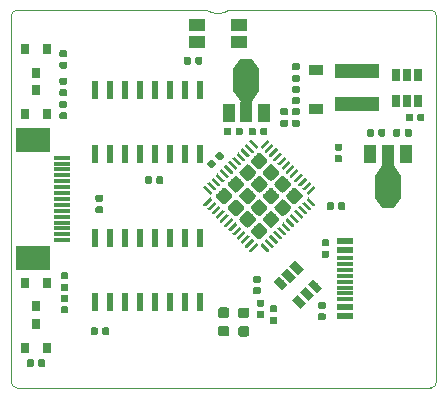
<source format=gtp>
%TF.GenerationSoftware,KiCad,Pcbnew,(6.0.0-rc1-dev-1-g01c5bdfb8)*%
%TF.CreationDate,2019-02-27T16:04:15+01:00*%
%TF.ProjectId,printer-otter,7072696E7465722D6F747465722E6B69,rev?*%
%TF.SameCoordinates,Original*%
%TF.FileFunction,Paste,Top*%
%TF.FilePolarity,Positive*%
%FSLAX46Y46*%
G04 Gerber Fmt 4.6, Leading zero omitted, Abs format (unit mm)*
G04 Created by KiCad (PCBNEW (6.0.0-rc1-dev-1-g01c5bdfb8)) date Wed Feb 27 16:04:15 2019*
%MOMM*%
%LPD*%
G01*
G04 APERTURE LIST*
%ADD10C,0.100000*%
%ADD11R,0.600000X1.500000*%
%ADD12R,0.800000X0.900000*%
%ADD13R,1.200000X0.900000*%
%ADD14R,1.450000X0.600000*%
%ADD15R,1.450000X0.300000*%
%ADD16R,1.400000X1.050000*%
%ADD17C,0.590000*%
%ADD18R,3.700000X1.200000*%
%ADD19C,0.875000*%
%ADD20C,0.250000*%
%ADD21C,1.130000*%
%ADD22R,0.650000X1.060000*%
%ADD23C,0.650000*%
%ADD24C,1.000000*%
%ADD25R,2.200000X1.840000*%
%ADD26R,1.000000X1.500000*%
%ADD27R,1.000000X1.800000*%
%ADD28C,0.850000*%
%ADD29R,3.000000X2.000000*%
G04 APERTURE END LIST*
D10*
X100000000Y-100500000D02*
G75*
G02X100500000Y-100000000I500000J0D01*
G01*
X100500000Y-132000000D02*
G75*
G02X100000000Y-131500000I0J500000D01*
G01*
X136000000Y-131500000D02*
G75*
G02X135500000Y-132000000I-500000J0D01*
G01*
X135500000Y-100000000D02*
G75*
G02X136000000Y-100500000I0J-500000D01*
G01*
X135500000Y-100000000D02*
X118500000Y-100000000D01*
X136000000Y-131500000D02*
X136000000Y-100500000D01*
X100500000Y-132000000D02*
X135500000Y-132000000D01*
X100000000Y-100500000D02*
X100000000Y-131500000D01*
X104500000Y-100000000D02*
X100500000Y-100000000D01*
X107000000Y-100000000D02*
X104500000Y-100000000D01*
X110000000Y-100000000D02*
X112500000Y-100000000D01*
X113000000Y-100000000D02*
X112500000Y-100000000D01*
X116500000Y-100000000D02*
X116000000Y-100000000D01*
X110000000Y-100000000D02*
X107000000Y-100000000D01*
X116000000Y-100000000D02*
X113000000Y-100000000D01*
X118499999Y-99999999D02*
G75*
G02X116500000Y-100000000I-1000000J1499998D01*
G01*
D11*
X107055000Y-119300000D03*
X108325000Y-119300000D03*
X109595000Y-119300000D03*
X110865000Y-119300000D03*
X112135000Y-119300000D03*
X113405000Y-119300000D03*
X114675000Y-119300000D03*
X115945000Y-119300000D03*
X115945000Y-124700000D03*
X114675000Y-124700000D03*
X113405000Y-124700000D03*
X112135000Y-124700000D03*
X110865000Y-124700000D03*
X109595000Y-124700000D03*
X108325000Y-124700000D03*
X107055000Y-124700000D03*
X115945000Y-106800000D03*
X114675000Y-106800000D03*
X113405000Y-106800000D03*
X112135000Y-106800000D03*
X110865000Y-106800000D03*
X109595000Y-106800000D03*
X108325000Y-106800000D03*
X107055000Y-106800000D03*
X107055000Y-112200000D03*
X108325000Y-112200000D03*
X109595000Y-112200000D03*
X110865000Y-112200000D03*
X112135000Y-112200000D03*
X113405000Y-112200000D03*
X114675000Y-112200000D03*
X115945000Y-112200000D03*
D12*
X102100000Y-105300000D03*
X101150000Y-103300000D03*
X103050000Y-103300000D03*
D13*
X125800000Y-105050000D03*
X125800000Y-108350000D03*
D14*
X128250000Y-119550000D03*
X128250000Y-120350000D03*
D15*
X128250000Y-121000000D03*
X128250000Y-121500000D03*
X128250000Y-122000000D03*
X128250000Y-122500000D03*
X128250000Y-123000000D03*
X128250000Y-123500000D03*
X128250000Y-124000000D03*
X128250000Y-124500000D03*
D14*
X128250000Y-125150000D03*
X128250000Y-125950000D03*
D16*
X119300000Y-101280000D03*
X115700000Y-101280000D03*
X119300000Y-102720000D03*
X115700000Y-102720000D03*
D10*
G36*
X131546958Y-110080710D02*
X131561276Y-110082834D01*
X131575317Y-110086351D01*
X131588946Y-110091228D01*
X131602031Y-110097417D01*
X131614447Y-110104858D01*
X131626073Y-110113481D01*
X131636798Y-110123202D01*
X131646519Y-110133927D01*
X131655142Y-110145553D01*
X131662583Y-110157969D01*
X131668772Y-110171054D01*
X131673649Y-110184683D01*
X131677166Y-110198724D01*
X131679290Y-110213042D01*
X131680000Y-110227500D01*
X131680000Y-110572500D01*
X131679290Y-110586958D01*
X131677166Y-110601276D01*
X131673649Y-110615317D01*
X131668772Y-110628946D01*
X131662583Y-110642031D01*
X131655142Y-110654447D01*
X131646519Y-110666073D01*
X131636798Y-110676798D01*
X131626073Y-110686519D01*
X131614447Y-110695142D01*
X131602031Y-110702583D01*
X131588946Y-110708772D01*
X131575317Y-110713649D01*
X131561276Y-110717166D01*
X131546958Y-110719290D01*
X131532500Y-110720000D01*
X131237500Y-110720000D01*
X131223042Y-110719290D01*
X131208724Y-110717166D01*
X131194683Y-110713649D01*
X131181054Y-110708772D01*
X131167969Y-110702583D01*
X131155553Y-110695142D01*
X131143927Y-110686519D01*
X131133202Y-110676798D01*
X131123481Y-110666073D01*
X131114858Y-110654447D01*
X131107417Y-110642031D01*
X131101228Y-110628946D01*
X131096351Y-110615317D01*
X131092834Y-110601276D01*
X131090710Y-110586958D01*
X131090000Y-110572500D01*
X131090000Y-110227500D01*
X131090710Y-110213042D01*
X131092834Y-110198724D01*
X131096351Y-110184683D01*
X131101228Y-110171054D01*
X131107417Y-110157969D01*
X131114858Y-110145553D01*
X131123481Y-110133927D01*
X131133202Y-110123202D01*
X131143927Y-110113481D01*
X131155553Y-110104858D01*
X131167969Y-110097417D01*
X131181054Y-110091228D01*
X131194683Y-110086351D01*
X131208724Y-110082834D01*
X131223042Y-110080710D01*
X131237500Y-110080000D01*
X131532500Y-110080000D01*
X131546958Y-110080710D01*
X131546958Y-110080710D01*
G37*
D17*
X131385000Y-110400000D03*
D10*
G36*
X130576958Y-110080710D02*
X130591276Y-110082834D01*
X130605317Y-110086351D01*
X130618946Y-110091228D01*
X130632031Y-110097417D01*
X130644447Y-110104858D01*
X130656073Y-110113481D01*
X130666798Y-110123202D01*
X130676519Y-110133927D01*
X130685142Y-110145553D01*
X130692583Y-110157969D01*
X130698772Y-110171054D01*
X130703649Y-110184683D01*
X130707166Y-110198724D01*
X130709290Y-110213042D01*
X130710000Y-110227500D01*
X130710000Y-110572500D01*
X130709290Y-110586958D01*
X130707166Y-110601276D01*
X130703649Y-110615317D01*
X130698772Y-110628946D01*
X130692583Y-110642031D01*
X130685142Y-110654447D01*
X130676519Y-110666073D01*
X130666798Y-110676798D01*
X130656073Y-110686519D01*
X130644447Y-110695142D01*
X130632031Y-110702583D01*
X130618946Y-110708772D01*
X130605317Y-110713649D01*
X130591276Y-110717166D01*
X130576958Y-110719290D01*
X130562500Y-110720000D01*
X130267500Y-110720000D01*
X130253042Y-110719290D01*
X130238724Y-110717166D01*
X130224683Y-110713649D01*
X130211054Y-110708772D01*
X130197969Y-110702583D01*
X130185553Y-110695142D01*
X130173927Y-110686519D01*
X130163202Y-110676798D01*
X130153481Y-110666073D01*
X130144858Y-110654447D01*
X130137417Y-110642031D01*
X130131228Y-110628946D01*
X130126351Y-110615317D01*
X130122834Y-110601276D01*
X130120710Y-110586958D01*
X130120000Y-110572500D01*
X130120000Y-110227500D01*
X130120710Y-110213042D01*
X130122834Y-110198724D01*
X130126351Y-110184683D01*
X130131228Y-110171054D01*
X130137417Y-110157969D01*
X130144858Y-110145553D01*
X130153481Y-110133927D01*
X130163202Y-110123202D01*
X130173927Y-110113481D01*
X130185553Y-110104858D01*
X130197969Y-110097417D01*
X130211054Y-110091228D01*
X130224683Y-110086351D01*
X130238724Y-110082834D01*
X130253042Y-110080710D01*
X130267500Y-110080000D01*
X130562500Y-110080000D01*
X130576958Y-110080710D01*
X130576958Y-110080710D01*
G37*
D17*
X130415000Y-110400000D03*
D10*
G36*
X132811958Y-110080710D02*
X132826276Y-110082834D01*
X132840317Y-110086351D01*
X132853946Y-110091228D01*
X132867031Y-110097417D01*
X132879447Y-110104858D01*
X132891073Y-110113481D01*
X132901798Y-110123202D01*
X132911519Y-110133927D01*
X132920142Y-110145553D01*
X132927583Y-110157969D01*
X132933772Y-110171054D01*
X132938649Y-110184683D01*
X132942166Y-110198724D01*
X132944290Y-110213042D01*
X132945000Y-110227500D01*
X132945000Y-110572500D01*
X132944290Y-110586958D01*
X132942166Y-110601276D01*
X132938649Y-110615317D01*
X132933772Y-110628946D01*
X132927583Y-110642031D01*
X132920142Y-110654447D01*
X132911519Y-110666073D01*
X132901798Y-110676798D01*
X132891073Y-110686519D01*
X132879447Y-110695142D01*
X132867031Y-110702583D01*
X132853946Y-110708772D01*
X132840317Y-110713649D01*
X132826276Y-110717166D01*
X132811958Y-110719290D01*
X132797500Y-110720000D01*
X132502500Y-110720000D01*
X132488042Y-110719290D01*
X132473724Y-110717166D01*
X132459683Y-110713649D01*
X132446054Y-110708772D01*
X132432969Y-110702583D01*
X132420553Y-110695142D01*
X132408927Y-110686519D01*
X132398202Y-110676798D01*
X132388481Y-110666073D01*
X132379858Y-110654447D01*
X132372417Y-110642031D01*
X132366228Y-110628946D01*
X132361351Y-110615317D01*
X132357834Y-110601276D01*
X132355710Y-110586958D01*
X132355000Y-110572500D01*
X132355000Y-110227500D01*
X132355710Y-110213042D01*
X132357834Y-110198724D01*
X132361351Y-110184683D01*
X132366228Y-110171054D01*
X132372417Y-110157969D01*
X132379858Y-110145553D01*
X132388481Y-110133927D01*
X132398202Y-110123202D01*
X132408927Y-110113481D01*
X132420553Y-110104858D01*
X132432969Y-110097417D01*
X132446054Y-110091228D01*
X132459683Y-110086351D01*
X132473724Y-110082834D01*
X132488042Y-110080710D01*
X132502500Y-110080000D01*
X132797500Y-110080000D01*
X132811958Y-110080710D01*
X132811958Y-110080710D01*
G37*
D17*
X132650000Y-110400000D03*
D10*
G36*
X133781958Y-110080710D02*
X133796276Y-110082834D01*
X133810317Y-110086351D01*
X133823946Y-110091228D01*
X133837031Y-110097417D01*
X133849447Y-110104858D01*
X133861073Y-110113481D01*
X133871798Y-110123202D01*
X133881519Y-110133927D01*
X133890142Y-110145553D01*
X133897583Y-110157969D01*
X133903772Y-110171054D01*
X133908649Y-110184683D01*
X133912166Y-110198724D01*
X133914290Y-110213042D01*
X133915000Y-110227500D01*
X133915000Y-110572500D01*
X133914290Y-110586958D01*
X133912166Y-110601276D01*
X133908649Y-110615317D01*
X133903772Y-110628946D01*
X133897583Y-110642031D01*
X133890142Y-110654447D01*
X133881519Y-110666073D01*
X133871798Y-110676798D01*
X133861073Y-110686519D01*
X133849447Y-110695142D01*
X133837031Y-110702583D01*
X133823946Y-110708772D01*
X133810317Y-110713649D01*
X133796276Y-110717166D01*
X133781958Y-110719290D01*
X133767500Y-110720000D01*
X133472500Y-110720000D01*
X133458042Y-110719290D01*
X133443724Y-110717166D01*
X133429683Y-110713649D01*
X133416054Y-110708772D01*
X133402969Y-110702583D01*
X133390553Y-110695142D01*
X133378927Y-110686519D01*
X133368202Y-110676798D01*
X133358481Y-110666073D01*
X133349858Y-110654447D01*
X133342417Y-110642031D01*
X133336228Y-110628946D01*
X133331351Y-110615317D01*
X133327834Y-110601276D01*
X133325710Y-110586958D01*
X133325000Y-110572500D01*
X133325000Y-110227500D01*
X133325710Y-110213042D01*
X133327834Y-110198724D01*
X133331351Y-110184683D01*
X133336228Y-110171054D01*
X133342417Y-110157969D01*
X133349858Y-110145553D01*
X133358481Y-110133927D01*
X133368202Y-110123202D01*
X133378927Y-110113481D01*
X133390553Y-110104858D01*
X133402969Y-110097417D01*
X133416054Y-110091228D01*
X133429683Y-110086351D01*
X133443724Y-110082834D01*
X133458042Y-110080710D01*
X133472500Y-110080000D01*
X133767500Y-110080000D01*
X133781958Y-110080710D01*
X133781958Y-110080710D01*
G37*
D17*
X133620000Y-110400000D03*
D10*
G36*
X117639727Y-111983989D02*
X117654045Y-111986113D01*
X117668086Y-111989630D01*
X117681715Y-111994507D01*
X117694800Y-112000696D01*
X117707216Y-112008137D01*
X117718842Y-112016760D01*
X117729567Y-112026481D01*
X117973519Y-112270433D01*
X117983240Y-112281158D01*
X117991863Y-112292784D01*
X117999304Y-112305200D01*
X118005493Y-112318285D01*
X118010370Y-112331914D01*
X118013887Y-112345955D01*
X118016011Y-112360273D01*
X118016721Y-112374731D01*
X118016011Y-112389189D01*
X118013887Y-112403507D01*
X118010370Y-112417548D01*
X118005493Y-112431177D01*
X117999304Y-112444262D01*
X117991863Y-112456678D01*
X117983240Y-112468304D01*
X117973519Y-112479029D01*
X117764923Y-112687625D01*
X117754198Y-112697346D01*
X117742572Y-112705969D01*
X117730156Y-112713410D01*
X117717071Y-112719599D01*
X117703442Y-112724476D01*
X117689401Y-112727993D01*
X117675083Y-112730117D01*
X117660625Y-112730827D01*
X117646167Y-112730117D01*
X117631849Y-112727993D01*
X117617808Y-112724476D01*
X117604179Y-112719599D01*
X117591094Y-112713410D01*
X117578678Y-112705969D01*
X117567052Y-112697346D01*
X117556327Y-112687625D01*
X117312375Y-112443673D01*
X117302654Y-112432948D01*
X117294031Y-112421322D01*
X117286590Y-112408906D01*
X117280401Y-112395821D01*
X117275524Y-112382192D01*
X117272007Y-112368151D01*
X117269883Y-112353833D01*
X117269173Y-112339375D01*
X117269883Y-112324917D01*
X117272007Y-112310599D01*
X117275524Y-112296558D01*
X117280401Y-112282929D01*
X117286590Y-112269844D01*
X117294031Y-112257428D01*
X117302654Y-112245802D01*
X117312375Y-112235077D01*
X117520971Y-112026481D01*
X117531696Y-112016760D01*
X117543322Y-112008137D01*
X117555738Y-112000696D01*
X117568823Y-111994507D01*
X117582452Y-111989630D01*
X117596493Y-111986113D01*
X117610811Y-111983989D01*
X117625269Y-111983279D01*
X117639727Y-111983989D01*
X117639727Y-111983989D01*
G37*
D17*
X117642947Y-112357053D03*
D10*
G36*
X116953833Y-112669883D02*
X116968151Y-112672007D01*
X116982192Y-112675524D01*
X116995821Y-112680401D01*
X117008906Y-112686590D01*
X117021322Y-112694031D01*
X117032948Y-112702654D01*
X117043673Y-112712375D01*
X117287625Y-112956327D01*
X117297346Y-112967052D01*
X117305969Y-112978678D01*
X117313410Y-112991094D01*
X117319599Y-113004179D01*
X117324476Y-113017808D01*
X117327993Y-113031849D01*
X117330117Y-113046167D01*
X117330827Y-113060625D01*
X117330117Y-113075083D01*
X117327993Y-113089401D01*
X117324476Y-113103442D01*
X117319599Y-113117071D01*
X117313410Y-113130156D01*
X117305969Y-113142572D01*
X117297346Y-113154198D01*
X117287625Y-113164923D01*
X117079029Y-113373519D01*
X117068304Y-113383240D01*
X117056678Y-113391863D01*
X117044262Y-113399304D01*
X117031177Y-113405493D01*
X117017548Y-113410370D01*
X117003507Y-113413887D01*
X116989189Y-113416011D01*
X116974731Y-113416721D01*
X116960273Y-113416011D01*
X116945955Y-113413887D01*
X116931914Y-113410370D01*
X116918285Y-113405493D01*
X116905200Y-113399304D01*
X116892784Y-113391863D01*
X116881158Y-113383240D01*
X116870433Y-113373519D01*
X116626481Y-113129567D01*
X116616760Y-113118842D01*
X116608137Y-113107216D01*
X116600696Y-113094800D01*
X116594507Y-113081715D01*
X116589630Y-113068086D01*
X116586113Y-113054045D01*
X116583989Y-113039727D01*
X116583279Y-113025269D01*
X116583989Y-113010811D01*
X116586113Y-112996493D01*
X116589630Y-112982452D01*
X116594507Y-112968823D01*
X116600696Y-112955738D01*
X116608137Y-112943322D01*
X116616760Y-112931696D01*
X116626481Y-112920971D01*
X116835077Y-112712375D01*
X116845802Y-112702654D01*
X116857428Y-112694031D01*
X116869844Y-112686590D01*
X116882929Y-112680401D01*
X116896558Y-112675524D01*
X116910599Y-112672007D01*
X116924917Y-112669883D01*
X116939375Y-112669173D01*
X116953833Y-112669883D01*
X116953833Y-112669883D01*
G37*
D17*
X116957053Y-113042947D03*
D10*
G36*
X120576958Y-109980710D02*
X120591276Y-109982834D01*
X120605317Y-109986351D01*
X120618946Y-109991228D01*
X120632031Y-109997417D01*
X120644447Y-110004858D01*
X120656073Y-110013481D01*
X120666798Y-110023202D01*
X120676519Y-110033927D01*
X120685142Y-110045553D01*
X120692583Y-110057969D01*
X120698772Y-110071054D01*
X120703649Y-110084683D01*
X120707166Y-110098724D01*
X120709290Y-110113042D01*
X120710000Y-110127500D01*
X120710000Y-110472500D01*
X120709290Y-110486958D01*
X120707166Y-110501276D01*
X120703649Y-110515317D01*
X120698772Y-110528946D01*
X120692583Y-110542031D01*
X120685142Y-110554447D01*
X120676519Y-110566073D01*
X120666798Y-110576798D01*
X120656073Y-110586519D01*
X120644447Y-110595142D01*
X120632031Y-110602583D01*
X120618946Y-110608772D01*
X120605317Y-110613649D01*
X120591276Y-110617166D01*
X120576958Y-110619290D01*
X120562500Y-110620000D01*
X120267500Y-110620000D01*
X120253042Y-110619290D01*
X120238724Y-110617166D01*
X120224683Y-110613649D01*
X120211054Y-110608772D01*
X120197969Y-110602583D01*
X120185553Y-110595142D01*
X120173927Y-110586519D01*
X120163202Y-110576798D01*
X120153481Y-110566073D01*
X120144858Y-110554447D01*
X120137417Y-110542031D01*
X120131228Y-110528946D01*
X120126351Y-110515317D01*
X120122834Y-110501276D01*
X120120710Y-110486958D01*
X120120000Y-110472500D01*
X120120000Y-110127500D01*
X120120710Y-110113042D01*
X120122834Y-110098724D01*
X120126351Y-110084683D01*
X120131228Y-110071054D01*
X120137417Y-110057969D01*
X120144858Y-110045553D01*
X120153481Y-110033927D01*
X120163202Y-110023202D01*
X120173927Y-110013481D01*
X120185553Y-110004858D01*
X120197969Y-109997417D01*
X120211054Y-109991228D01*
X120224683Y-109986351D01*
X120238724Y-109982834D01*
X120253042Y-109980710D01*
X120267500Y-109980000D01*
X120562500Y-109980000D01*
X120576958Y-109980710D01*
X120576958Y-109980710D01*
G37*
D17*
X120415000Y-110300000D03*
D10*
G36*
X121546958Y-109980710D02*
X121561276Y-109982834D01*
X121575317Y-109986351D01*
X121588946Y-109991228D01*
X121602031Y-109997417D01*
X121614447Y-110004858D01*
X121626073Y-110013481D01*
X121636798Y-110023202D01*
X121646519Y-110033927D01*
X121655142Y-110045553D01*
X121662583Y-110057969D01*
X121668772Y-110071054D01*
X121673649Y-110084683D01*
X121677166Y-110098724D01*
X121679290Y-110113042D01*
X121680000Y-110127500D01*
X121680000Y-110472500D01*
X121679290Y-110486958D01*
X121677166Y-110501276D01*
X121673649Y-110515317D01*
X121668772Y-110528946D01*
X121662583Y-110542031D01*
X121655142Y-110554447D01*
X121646519Y-110566073D01*
X121636798Y-110576798D01*
X121626073Y-110586519D01*
X121614447Y-110595142D01*
X121602031Y-110602583D01*
X121588946Y-110608772D01*
X121575317Y-110613649D01*
X121561276Y-110617166D01*
X121546958Y-110619290D01*
X121532500Y-110620000D01*
X121237500Y-110620000D01*
X121223042Y-110619290D01*
X121208724Y-110617166D01*
X121194683Y-110613649D01*
X121181054Y-110608772D01*
X121167969Y-110602583D01*
X121155553Y-110595142D01*
X121143927Y-110586519D01*
X121133202Y-110576798D01*
X121123481Y-110566073D01*
X121114858Y-110554447D01*
X121107417Y-110542031D01*
X121101228Y-110528946D01*
X121096351Y-110515317D01*
X121092834Y-110501276D01*
X121090710Y-110486958D01*
X121090000Y-110472500D01*
X121090000Y-110127500D01*
X121090710Y-110113042D01*
X121092834Y-110098724D01*
X121096351Y-110084683D01*
X121101228Y-110071054D01*
X121107417Y-110057969D01*
X121114858Y-110045553D01*
X121123481Y-110033927D01*
X121133202Y-110023202D01*
X121143927Y-110013481D01*
X121155553Y-110004858D01*
X121167969Y-109997417D01*
X121181054Y-109991228D01*
X121194683Y-109986351D01*
X121208724Y-109982834D01*
X121223042Y-109980710D01*
X121237500Y-109980000D01*
X121532500Y-109980000D01*
X121546958Y-109980710D01*
X121546958Y-109980710D01*
G37*
D17*
X121385000Y-110300000D03*
D10*
G36*
X128146958Y-116280710D02*
X128161276Y-116282834D01*
X128175317Y-116286351D01*
X128188946Y-116291228D01*
X128202031Y-116297417D01*
X128214447Y-116304858D01*
X128226073Y-116313481D01*
X128236798Y-116323202D01*
X128246519Y-116333927D01*
X128255142Y-116345553D01*
X128262583Y-116357969D01*
X128268772Y-116371054D01*
X128273649Y-116384683D01*
X128277166Y-116398724D01*
X128279290Y-116413042D01*
X128280000Y-116427500D01*
X128280000Y-116772500D01*
X128279290Y-116786958D01*
X128277166Y-116801276D01*
X128273649Y-116815317D01*
X128268772Y-116828946D01*
X128262583Y-116842031D01*
X128255142Y-116854447D01*
X128246519Y-116866073D01*
X128236798Y-116876798D01*
X128226073Y-116886519D01*
X128214447Y-116895142D01*
X128202031Y-116902583D01*
X128188946Y-116908772D01*
X128175317Y-116913649D01*
X128161276Y-116917166D01*
X128146958Y-116919290D01*
X128132500Y-116920000D01*
X127837500Y-116920000D01*
X127823042Y-116919290D01*
X127808724Y-116917166D01*
X127794683Y-116913649D01*
X127781054Y-116908772D01*
X127767969Y-116902583D01*
X127755553Y-116895142D01*
X127743927Y-116886519D01*
X127733202Y-116876798D01*
X127723481Y-116866073D01*
X127714858Y-116854447D01*
X127707417Y-116842031D01*
X127701228Y-116828946D01*
X127696351Y-116815317D01*
X127692834Y-116801276D01*
X127690710Y-116786958D01*
X127690000Y-116772500D01*
X127690000Y-116427500D01*
X127690710Y-116413042D01*
X127692834Y-116398724D01*
X127696351Y-116384683D01*
X127701228Y-116371054D01*
X127707417Y-116357969D01*
X127714858Y-116345553D01*
X127723481Y-116333927D01*
X127733202Y-116323202D01*
X127743927Y-116313481D01*
X127755553Y-116304858D01*
X127767969Y-116297417D01*
X127781054Y-116291228D01*
X127794683Y-116286351D01*
X127808724Y-116282834D01*
X127823042Y-116280710D01*
X127837500Y-116280000D01*
X128132500Y-116280000D01*
X128146958Y-116280710D01*
X128146958Y-116280710D01*
G37*
D17*
X127985000Y-116600000D03*
D10*
G36*
X127176958Y-116280710D02*
X127191276Y-116282834D01*
X127205317Y-116286351D01*
X127218946Y-116291228D01*
X127232031Y-116297417D01*
X127244447Y-116304858D01*
X127256073Y-116313481D01*
X127266798Y-116323202D01*
X127276519Y-116333927D01*
X127285142Y-116345553D01*
X127292583Y-116357969D01*
X127298772Y-116371054D01*
X127303649Y-116384683D01*
X127307166Y-116398724D01*
X127309290Y-116413042D01*
X127310000Y-116427500D01*
X127310000Y-116772500D01*
X127309290Y-116786958D01*
X127307166Y-116801276D01*
X127303649Y-116815317D01*
X127298772Y-116828946D01*
X127292583Y-116842031D01*
X127285142Y-116854447D01*
X127276519Y-116866073D01*
X127266798Y-116876798D01*
X127256073Y-116886519D01*
X127244447Y-116895142D01*
X127232031Y-116902583D01*
X127218946Y-116908772D01*
X127205317Y-116913649D01*
X127191276Y-116917166D01*
X127176958Y-116919290D01*
X127162500Y-116920000D01*
X126867500Y-116920000D01*
X126853042Y-116919290D01*
X126838724Y-116917166D01*
X126824683Y-116913649D01*
X126811054Y-116908772D01*
X126797969Y-116902583D01*
X126785553Y-116895142D01*
X126773927Y-116886519D01*
X126763202Y-116876798D01*
X126753481Y-116866073D01*
X126744858Y-116854447D01*
X126737417Y-116842031D01*
X126731228Y-116828946D01*
X126726351Y-116815317D01*
X126722834Y-116801276D01*
X126720710Y-116786958D01*
X126720000Y-116772500D01*
X126720000Y-116427500D01*
X126720710Y-116413042D01*
X126722834Y-116398724D01*
X126726351Y-116384683D01*
X126731228Y-116371054D01*
X126737417Y-116357969D01*
X126744858Y-116345553D01*
X126753481Y-116333927D01*
X126763202Y-116323202D01*
X126773927Y-116313481D01*
X126785553Y-116304858D01*
X126797969Y-116297417D01*
X126811054Y-116291228D01*
X126824683Y-116286351D01*
X126838724Y-116282834D01*
X126853042Y-116280710D01*
X126867500Y-116280000D01*
X127162500Y-116280000D01*
X127176958Y-116280710D01*
X127176958Y-116280710D01*
G37*
D17*
X127015000Y-116600000D03*
D10*
G36*
X120986958Y-123475710D02*
X121001276Y-123477834D01*
X121015317Y-123481351D01*
X121028946Y-123486228D01*
X121042031Y-123492417D01*
X121054447Y-123499858D01*
X121066073Y-123508481D01*
X121076798Y-123518202D01*
X121086519Y-123528927D01*
X121095142Y-123540553D01*
X121102583Y-123552969D01*
X121108772Y-123566054D01*
X121113649Y-123579683D01*
X121117166Y-123593724D01*
X121119290Y-123608042D01*
X121120000Y-123622500D01*
X121120000Y-123917500D01*
X121119290Y-123931958D01*
X121117166Y-123946276D01*
X121113649Y-123960317D01*
X121108772Y-123973946D01*
X121102583Y-123987031D01*
X121095142Y-123999447D01*
X121086519Y-124011073D01*
X121076798Y-124021798D01*
X121066073Y-124031519D01*
X121054447Y-124040142D01*
X121042031Y-124047583D01*
X121028946Y-124053772D01*
X121015317Y-124058649D01*
X121001276Y-124062166D01*
X120986958Y-124064290D01*
X120972500Y-124065000D01*
X120627500Y-124065000D01*
X120613042Y-124064290D01*
X120598724Y-124062166D01*
X120584683Y-124058649D01*
X120571054Y-124053772D01*
X120557969Y-124047583D01*
X120545553Y-124040142D01*
X120533927Y-124031519D01*
X120523202Y-124021798D01*
X120513481Y-124011073D01*
X120504858Y-123999447D01*
X120497417Y-123987031D01*
X120491228Y-123973946D01*
X120486351Y-123960317D01*
X120482834Y-123946276D01*
X120480710Y-123931958D01*
X120480000Y-123917500D01*
X120480000Y-123622500D01*
X120480710Y-123608042D01*
X120482834Y-123593724D01*
X120486351Y-123579683D01*
X120491228Y-123566054D01*
X120497417Y-123552969D01*
X120504858Y-123540553D01*
X120513481Y-123528927D01*
X120523202Y-123518202D01*
X120533927Y-123508481D01*
X120545553Y-123499858D01*
X120557969Y-123492417D01*
X120571054Y-123486228D01*
X120584683Y-123481351D01*
X120598724Y-123477834D01*
X120613042Y-123475710D01*
X120627500Y-123475000D01*
X120972500Y-123475000D01*
X120986958Y-123475710D01*
X120986958Y-123475710D01*
G37*
D17*
X120800000Y-123770000D03*
D10*
G36*
X120986958Y-122505710D02*
X121001276Y-122507834D01*
X121015317Y-122511351D01*
X121028946Y-122516228D01*
X121042031Y-122522417D01*
X121054447Y-122529858D01*
X121066073Y-122538481D01*
X121076798Y-122548202D01*
X121086519Y-122558927D01*
X121095142Y-122570553D01*
X121102583Y-122582969D01*
X121108772Y-122596054D01*
X121113649Y-122609683D01*
X121117166Y-122623724D01*
X121119290Y-122638042D01*
X121120000Y-122652500D01*
X121120000Y-122947500D01*
X121119290Y-122961958D01*
X121117166Y-122976276D01*
X121113649Y-122990317D01*
X121108772Y-123003946D01*
X121102583Y-123017031D01*
X121095142Y-123029447D01*
X121086519Y-123041073D01*
X121076798Y-123051798D01*
X121066073Y-123061519D01*
X121054447Y-123070142D01*
X121042031Y-123077583D01*
X121028946Y-123083772D01*
X121015317Y-123088649D01*
X121001276Y-123092166D01*
X120986958Y-123094290D01*
X120972500Y-123095000D01*
X120627500Y-123095000D01*
X120613042Y-123094290D01*
X120598724Y-123092166D01*
X120584683Y-123088649D01*
X120571054Y-123083772D01*
X120557969Y-123077583D01*
X120545553Y-123070142D01*
X120533927Y-123061519D01*
X120523202Y-123051798D01*
X120513481Y-123041073D01*
X120504858Y-123029447D01*
X120497417Y-123017031D01*
X120491228Y-123003946D01*
X120486351Y-122990317D01*
X120482834Y-122976276D01*
X120480710Y-122961958D01*
X120480000Y-122947500D01*
X120480000Y-122652500D01*
X120480710Y-122638042D01*
X120482834Y-122623724D01*
X120486351Y-122609683D01*
X120491228Y-122596054D01*
X120497417Y-122582969D01*
X120504858Y-122570553D01*
X120513481Y-122558927D01*
X120523202Y-122548202D01*
X120533927Y-122538481D01*
X120545553Y-122529858D01*
X120557969Y-122522417D01*
X120571054Y-122516228D01*
X120584683Y-122511351D01*
X120598724Y-122507834D01*
X120613042Y-122505710D01*
X120627500Y-122505000D01*
X120972500Y-122505000D01*
X120986958Y-122505710D01*
X120986958Y-122505710D01*
G37*
D17*
X120800000Y-122800000D03*
D10*
G36*
X134846958Y-108780710D02*
X134861276Y-108782834D01*
X134875317Y-108786351D01*
X134888946Y-108791228D01*
X134902031Y-108797417D01*
X134914447Y-108804858D01*
X134926073Y-108813481D01*
X134936798Y-108823202D01*
X134946519Y-108833927D01*
X134955142Y-108845553D01*
X134962583Y-108857969D01*
X134968772Y-108871054D01*
X134973649Y-108884683D01*
X134977166Y-108898724D01*
X134979290Y-108913042D01*
X134980000Y-108927500D01*
X134980000Y-109272500D01*
X134979290Y-109286958D01*
X134977166Y-109301276D01*
X134973649Y-109315317D01*
X134968772Y-109328946D01*
X134962583Y-109342031D01*
X134955142Y-109354447D01*
X134946519Y-109366073D01*
X134936798Y-109376798D01*
X134926073Y-109386519D01*
X134914447Y-109395142D01*
X134902031Y-109402583D01*
X134888946Y-109408772D01*
X134875317Y-109413649D01*
X134861276Y-109417166D01*
X134846958Y-109419290D01*
X134832500Y-109420000D01*
X134537500Y-109420000D01*
X134523042Y-109419290D01*
X134508724Y-109417166D01*
X134494683Y-109413649D01*
X134481054Y-109408772D01*
X134467969Y-109402583D01*
X134455553Y-109395142D01*
X134443927Y-109386519D01*
X134433202Y-109376798D01*
X134423481Y-109366073D01*
X134414858Y-109354447D01*
X134407417Y-109342031D01*
X134401228Y-109328946D01*
X134396351Y-109315317D01*
X134392834Y-109301276D01*
X134390710Y-109286958D01*
X134390000Y-109272500D01*
X134390000Y-108927500D01*
X134390710Y-108913042D01*
X134392834Y-108898724D01*
X134396351Y-108884683D01*
X134401228Y-108871054D01*
X134407417Y-108857969D01*
X134414858Y-108845553D01*
X134423481Y-108833927D01*
X134433202Y-108823202D01*
X134443927Y-108813481D01*
X134455553Y-108804858D01*
X134467969Y-108797417D01*
X134481054Y-108791228D01*
X134494683Y-108786351D01*
X134508724Y-108782834D01*
X134523042Y-108780710D01*
X134537500Y-108780000D01*
X134832500Y-108780000D01*
X134846958Y-108780710D01*
X134846958Y-108780710D01*
G37*
D17*
X134685000Y-109100000D03*
D10*
G36*
X133876958Y-108780710D02*
X133891276Y-108782834D01*
X133905317Y-108786351D01*
X133918946Y-108791228D01*
X133932031Y-108797417D01*
X133944447Y-108804858D01*
X133956073Y-108813481D01*
X133966798Y-108823202D01*
X133976519Y-108833927D01*
X133985142Y-108845553D01*
X133992583Y-108857969D01*
X133998772Y-108871054D01*
X134003649Y-108884683D01*
X134007166Y-108898724D01*
X134009290Y-108913042D01*
X134010000Y-108927500D01*
X134010000Y-109272500D01*
X134009290Y-109286958D01*
X134007166Y-109301276D01*
X134003649Y-109315317D01*
X133998772Y-109328946D01*
X133992583Y-109342031D01*
X133985142Y-109354447D01*
X133976519Y-109366073D01*
X133966798Y-109376798D01*
X133956073Y-109386519D01*
X133944447Y-109395142D01*
X133932031Y-109402583D01*
X133918946Y-109408772D01*
X133905317Y-109413649D01*
X133891276Y-109417166D01*
X133876958Y-109419290D01*
X133862500Y-109420000D01*
X133567500Y-109420000D01*
X133553042Y-109419290D01*
X133538724Y-109417166D01*
X133524683Y-109413649D01*
X133511054Y-109408772D01*
X133497969Y-109402583D01*
X133485553Y-109395142D01*
X133473927Y-109386519D01*
X133463202Y-109376798D01*
X133453481Y-109366073D01*
X133444858Y-109354447D01*
X133437417Y-109342031D01*
X133431228Y-109328946D01*
X133426351Y-109315317D01*
X133422834Y-109301276D01*
X133420710Y-109286958D01*
X133420000Y-109272500D01*
X133420000Y-108927500D01*
X133420710Y-108913042D01*
X133422834Y-108898724D01*
X133426351Y-108884683D01*
X133431228Y-108871054D01*
X133437417Y-108857969D01*
X133444858Y-108845553D01*
X133453481Y-108833927D01*
X133463202Y-108823202D01*
X133473927Y-108813481D01*
X133485553Y-108804858D01*
X133497969Y-108797417D01*
X133511054Y-108791228D01*
X133524683Y-108786351D01*
X133538724Y-108782834D01*
X133553042Y-108780710D01*
X133567500Y-108780000D01*
X133862500Y-108780000D01*
X133876958Y-108780710D01*
X133876958Y-108780710D01*
G37*
D17*
X133715000Y-109100000D03*
D10*
G36*
X119446958Y-109980710D02*
X119461276Y-109982834D01*
X119475317Y-109986351D01*
X119488946Y-109991228D01*
X119502031Y-109997417D01*
X119514447Y-110004858D01*
X119526073Y-110013481D01*
X119536798Y-110023202D01*
X119546519Y-110033927D01*
X119555142Y-110045553D01*
X119562583Y-110057969D01*
X119568772Y-110071054D01*
X119573649Y-110084683D01*
X119577166Y-110098724D01*
X119579290Y-110113042D01*
X119580000Y-110127500D01*
X119580000Y-110472500D01*
X119579290Y-110486958D01*
X119577166Y-110501276D01*
X119573649Y-110515317D01*
X119568772Y-110528946D01*
X119562583Y-110542031D01*
X119555142Y-110554447D01*
X119546519Y-110566073D01*
X119536798Y-110576798D01*
X119526073Y-110586519D01*
X119514447Y-110595142D01*
X119502031Y-110602583D01*
X119488946Y-110608772D01*
X119475317Y-110613649D01*
X119461276Y-110617166D01*
X119446958Y-110619290D01*
X119432500Y-110620000D01*
X119137500Y-110620000D01*
X119123042Y-110619290D01*
X119108724Y-110617166D01*
X119094683Y-110613649D01*
X119081054Y-110608772D01*
X119067969Y-110602583D01*
X119055553Y-110595142D01*
X119043927Y-110586519D01*
X119033202Y-110576798D01*
X119023481Y-110566073D01*
X119014858Y-110554447D01*
X119007417Y-110542031D01*
X119001228Y-110528946D01*
X118996351Y-110515317D01*
X118992834Y-110501276D01*
X118990710Y-110486958D01*
X118990000Y-110472500D01*
X118990000Y-110127500D01*
X118990710Y-110113042D01*
X118992834Y-110098724D01*
X118996351Y-110084683D01*
X119001228Y-110071054D01*
X119007417Y-110057969D01*
X119014858Y-110045553D01*
X119023481Y-110033927D01*
X119033202Y-110023202D01*
X119043927Y-110013481D01*
X119055553Y-110004858D01*
X119067969Y-109997417D01*
X119081054Y-109991228D01*
X119094683Y-109986351D01*
X119108724Y-109982834D01*
X119123042Y-109980710D01*
X119137500Y-109980000D01*
X119432500Y-109980000D01*
X119446958Y-109980710D01*
X119446958Y-109980710D01*
G37*
D17*
X119285000Y-110300000D03*
D10*
G36*
X118476958Y-109980710D02*
X118491276Y-109982834D01*
X118505317Y-109986351D01*
X118518946Y-109991228D01*
X118532031Y-109997417D01*
X118544447Y-110004858D01*
X118556073Y-110013481D01*
X118566798Y-110023202D01*
X118576519Y-110033927D01*
X118585142Y-110045553D01*
X118592583Y-110057969D01*
X118598772Y-110071054D01*
X118603649Y-110084683D01*
X118607166Y-110098724D01*
X118609290Y-110113042D01*
X118610000Y-110127500D01*
X118610000Y-110472500D01*
X118609290Y-110486958D01*
X118607166Y-110501276D01*
X118603649Y-110515317D01*
X118598772Y-110528946D01*
X118592583Y-110542031D01*
X118585142Y-110554447D01*
X118576519Y-110566073D01*
X118566798Y-110576798D01*
X118556073Y-110586519D01*
X118544447Y-110595142D01*
X118532031Y-110602583D01*
X118518946Y-110608772D01*
X118505317Y-110613649D01*
X118491276Y-110617166D01*
X118476958Y-110619290D01*
X118462500Y-110620000D01*
X118167500Y-110620000D01*
X118153042Y-110619290D01*
X118138724Y-110617166D01*
X118124683Y-110613649D01*
X118111054Y-110608772D01*
X118097969Y-110602583D01*
X118085553Y-110595142D01*
X118073927Y-110586519D01*
X118063202Y-110576798D01*
X118053481Y-110566073D01*
X118044858Y-110554447D01*
X118037417Y-110542031D01*
X118031228Y-110528946D01*
X118026351Y-110515317D01*
X118022834Y-110501276D01*
X118020710Y-110486958D01*
X118020000Y-110472500D01*
X118020000Y-110127500D01*
X118020710Y-110113042D01*
X118022834Y-110098724D01*
X118026351Y-110084683D01*
X118031228Y-110071054D01*
X118037417Y-110057969D01*
X118044858Y-110045553D01*
X118053481Y-110033927D01*
X118063202Y-110023202D01*
X118073927Y-110013481D01*
X118085553Y-110004858D01*
X118097969Y-109997417D01*
X118111054Y-109991228D01*
X118124683Y-109986351D01*
X118138724Y-109982834D01*
X118153042Y-109980710D01*
X118167500Y-109980000D01*
X118462500Y-109980000D01*
X118476958Y-109980710D01*
X118476958Y-109980710D01*
G37*
D17*
X118315000Y-110300000D03*
D10*
G36*
X124286958Y-109290710D02*
X124301276Y-109292834D01*
X124315317Y-109296351D01*
X124328946Y-109301228D01*
X124342031Y-109307417D01*
X124354447Y-109314858D01*
X124366073Y-109323481D01*
X124376798Y-109333202D01*
X124386519Y-109343927D01*
X124395142Y-109355553D01*
X124402583Y-109367969D01*
X124408772Y-109381054D01*
X124413649Y-109394683D01*
X124417166Y-109408724D01*
X124419290Y-109423042D01*
X124420000Y-109437500D01*
X124420000Y-109732500D01*
X124419290Y-109746958D01*
X124417166Y-109761276D01*
X124413649Y-109775317D01*
X124408772Y-109788946D01*
X124402583Y-109802031D01*
X124395142Y-109814447D01*
X124386519Y-109826073D01*
X124376798Y-109836798D01*
X124366073Y-109846519D01*
X124354447Y-109855142D01*
X124342031Y-109862583D01*
X124328946Y-109868772D01*
X124315317Y-109873649D01*
X124301276Y-109877166D01*
X124286958Y-109879290D01*
X124272500Y-109880000D01*
X123927500Y-109880000D01*
X123913042Y-109879290D01*
X123898724Y-109877166D01*
X123884683Y-109873649D01*
X123871054Y-109868772D01*
X123857969Y-109862583D01*
X123845553Y-109855142D01*
X123833927Y-109846519D01*
X123823202Y-109836798D01*
X123813481Y-109826073D01*
X123804858Y-109814447D01*
X123797417Y-109802031D01*
X123791228Y-109788946D01*
X123786351Y-109775317D01*
X123782834Y-109761276D01*
X123780710Y-109746958D01*
X123780000Y-109732500D01*
X123780000Y-109437500D01*
X123780710Y-109423042D01*
X123782834Y-109408724D01*
X123786351Y-109394683D01*
X123791228Y-109381054D01*
X123797417Y-109367969D01*
X123804858Y-109355553D01*
X123813481Y-109343927D01*
X123823202Y-109333202D01*
X123833927Y-109323481D01*
X123845553Y-109314858D01*
X123857969Y-109307417D01*
X123871054Y-109301228D01*
X123884683Y-109296351D01*
X123898724Y-109292834D01*
X123913042Y-109290710D01*
X123927500Y-109290000D01*
X124272500Y-109290000D01*
X124286958Y-109290710D01*
X124286958Y-109290710D01*
G37*
D17*
X124100000Y-109585000D03*
D10*
G36*
X124286958Y-108320710D02*
X124301276Y-108322834D01*
X124315317Y-108326351D01*
X124328946Y-108331228D01*
X124342031Y-108337417D01*
X124354447Y-108344858D01*
X124366073Y-108353481D01*
X124376798Y-108363202D01*
X124386519Y-108373927D01*
X124395142Y-108385553D01*
X124402583Y-108397969D01*
X124408772Y-108411054D01*
X124413649Y-108424683D01*
X124417166Y-108438724D01*
X124419290Y-108453042D01*
X124420000Y-108467500D01*
X124420000Y-108762500D01*
X124419290Y-108776958D01*
X124417166Y-108791276D01*
X124413649Y-108805317D01*
X124408772Y-108818946D01*
X124402583Y-108832031D01*
X124395142Y-108844447D01*
X124386519Y-108856073D01*
X124376798Y-108866798D01*
X124366073Y-108876519D01*
X124354447Y-108885142D01*
X124342031Y-108892583D01*
X124328946Y-108898772D01*
X124315317Y-108903649D01*
X124301276Y-108907166D01*
X124286958Y-108909290D01*
X124272500Y-108910000D01*
X123927500Y-108910000D01*
X123913042Y-108909290D01*
X123898724Y-108907166D01*
X123884683Y-108903649D01*
X123871054Y-108898772D01*
X123857969Y-108892583D01*
X123845553Y-108885142D01*
X123833927Y-108876519D01*
X123823202Y-108866798D01*
X123813481Y-108856073D01*
X123804858Y-108844447D01*
X123797417Y-108832031D01*
X123791228Y-108818946D01*
X123786351Y-108805317D01*
X123782834Y-108791276D01*
X123780710Y-108776958D01*
X123780000Y-108762500D01*
X123780000Y-108467500D01*
X123780710Y-108453042D01*
X123782834Y-108438724D01*
X123786351Y-108424683D01*
X123791228Y-108411054D01*
X123797417Y-108397969D01*
X123804858Y-108385553D01*
X123813481Y-108373927D01*
X123823202Y-108363202D01*
X123833927Y-108353481D01*
X123845553Y-108344858D01*
X123857969Y-108337417D01*
X123871054Y-108331228D01*
X123884683Y-108326351D01*
X123898724Y-108322834D01*
X123913042Y-108320710D01*
X123927500Y-108320000D01*
X124272500Y-108320000D01*
X124286958Y-108320710D01*
X124286958Y-108320710D01*
G37*
D17*
X124100000Y-108615000D03*
D10*
G36*
X123286958Y-109290710D02*
X123301276Y-109292834D01*
X123315317Y-109296351D01*
X123328946Y-109301228D01*
X123342031Y-109307417D01*
X123354447Y-109314858D01*
X123366073Y-109323481D01*
X123376798Y-109333202D01*
X123386519Y-109343927D01*
X123395142Y-109355553D01*
X123402583Y-109367969D01*
X123408772Y-109381054D01*
X123413649Y-109394683D01*
X123417166Y-109408724D01*
X123419290Y-109423042D01*
X123420000Y-109437500D01*
X123420000Y-109732500D01*
X123419290Y-109746958D01*
X123417166Y-109761276D01*
X123413649Y-109775317D01*
X123408772Y-109788946D01*
X123402583Y-109802031D01*
X123395142Y-109814447D01*
X123386519Y-109826073D01*
X123376798Y-109836798D01*
X123366073Y-109846519D01*
X123354447Y-109855142D01*
X123342031Y-109862583D01*
X123328946Y-109868772D01*
X123315317Y-109873649D01*
X123301276Y-109877166D01*
X123286958Y-109879290D01*
X123272500Y-109880000D01*
X122927500Y-109880000D01*
X122913042Y-109879290D01*
X122898724Y-109877166D01*
X122884683Y-109873649D01*
X122871054Y-109868772D01*
X122857969Y-109862583D01*
X122845553Y-109855142D01*
X122833927Y-109846519D01*
X122823202Y-109836798D01*
X122813481Y-109826073D01*
X122804858Y-109814447D01*
X122797417Y-109802031D01*
X122791228Y-109788946D01*
X122786351Y-109775317D01*
X122782834Y-109761276D01*
X122780710Y-109746958D01*
X122780000Y-109732500D01*
X122780000Y-109437500D01*
X122780710Y-109423042D01*
X122782834Y-109408724D01*
X122786351Y-109394683D01*
X122791228Y-109381054D01*
X122797417Y-109367969D01*
X122804858Y-109355553D01*
X122813481Y-109343927D01*
X122823202Y-109333202D01*
X122833927Y-109323481D01*
X122845553Y-109314858D01*
X122857969Y-109307417D01*
X122871054Y-109301228D01*
X122884683Y-109296351D01*
X122898724Y-109292834D01*
X122913042Y-109290710D01*
X122927500Y-109290000D01*
X123272500Y-109290000D01*
X123286958Y-109290710D01*
X123286958Y-109290710D01*
G37*
D17*
X123100000Y-109585000D03*
D10*
G36*
X123286958Y-108320710D02*
X123301276Y-108322834D01*
X123315317Y-108326351D01*
X123328946Y-108331228D01*
X123342031Y-108337417D01*
X123354447Y-108344858D01*
X123366073Y-108353481D01*
X123376798Y-108363202D01*
X123386519Y-108373927D01*
X123395142Y-108385553D01*
X123402583Y-108397969D01*
X123408772Y-108411054D01*
X123413649Y-108424683D01*
X123417166Y-108438724D01*
X123419290Y-108453042D01*
X123420000Y-108467500D01*
X123420000Y-108762500D01*
X123419290Y-108776958D01*
X123417166Y-108791276D01*
X123413649Y-108805317D01*
X123408772Y-108818946D01*
X123402583Y-108832031D01*
X123395142Y-108844447D01*
X123386519Y-108856073D01*
X123376798Y-108866798D01*
X123366073Y-108876519D01*
X123354447Y-108885142D01*
X123342031Y-108892583D01*
X123328946Y-108898772D01*
X123315317Y-108903649D01*
X123301276Y-108907166D01*
X123286958Y-108909290D01*
X123272500Y-108910000D01*
X122927500Y-108910000D01*
X122913042Y-108909290D01*
X122898724Y-108907166D01*
X122884683Y-108903649D01*
X122871054Y-108898772D01*
X122857969Y-108892583D01*
X122845553Y-108885142D01*
X122833927Y-108876519D01*
X122823202Y-108866798D01*
X122813481Y-108856073D01*
X122804858Y-108844447D01*
X122797417Y-108832031D01*
X122791228Y-108818946D01*
X122786351Y-108805317D01*
X122782834Y-108791276D01*
X122780710Y-108776958D01*
X122780000Y-108762500D01*
X122780000Y-108467500D01*
X122780710Y-108453042D01*
X122782834Y-108438724D01*
X122786351Y-108424683D01*
X122791228Y-108411054D01*
X122797417Y-108397969D01*
X122804858Y-108385553D01*
X122813481Y-108373927D01*
X122823202Y-108363202D01*
X122833927Y-108353481D01*
X122845553Y-108344858D01*
X122857969Y-108337417D01*
X122871054Y-108331228D01*
X122884683Y-108326351D01*
X122898724Y-108322834D01*
X122913042Y-108320710D01*
X122927500Y-108320000D01*
X123272500Y-108320000D01*
X123286958Y-108320710D01*
X123286958Y-108320710D01*
G37*
D17*
X123100000Y-108615000D03*
D10*
G36*
X108161958Y-126880710D02*
X108176276Y-126882834D01*
X108190317Y-126886351D01*
X108203946Y-126891228D01*
X108217031Y-126897417D01*
X108229447Y-126904858D01*
X108241073Y-126913481D01*
X108251798Y-126923202D01*
X108261519Y-126933927D01*
X108270142Y-126945553D01*
X108277583Y-126957969D01*
X108283772Y-126971054D01*
X108288649Y-126984683D01*
X108292166Y-126998724D01*
X108294290Y-127013042D01*
X108295000Y-127027500D01*
X108295000Y-127372500D01*
X108294290Y-127386958D01*
X108292166Y-127401276D01*
X108288649Y-127415317D01*
X108283772Y-127428946D01*
X108277583Y-127442031D01*
X108270142Y-127454447D01*
X108261519Y-127466073D01*
X108251798Y-127476798D01*
X108241073Y-127486519D01*
X108229447Y-127495142D01*
X108217031Y-127502583D01*
X108203946Y-127508772D01*
X108190317Y-127513649D01*
X108176276Y-127517166D01*
X108161958Y-127519290D01*
X108147500Y-127520000D01*
X107852500Y-127520000D01*
X107838042Y-127519290D01*
X107823724Y-127517166D01*
X107809683Y-127513649D01*
X107796054Y-127508772D01*
X107782969Y-127502583D01*
X107770553Y-127495142D01*
X107758927Y-127486519D01*
X107748202Y-127476798D01*
X107738481Y-127466073D01*
X107729858Y-127454447D01*
X107722417Y-127442031D01*
X107716228Y-127428946D01*
X107711351Y-127415317D01*
X107707834Y-127401276D01*
X107705710Y-127386958D01*
X107705000Y-127372500D01*
X107705000Y-127027500D01*
X107705710Y-127013042D01*
X107707834Y-126998724D01*
X107711351Y-126984683D01*
X107716228Y-126971054D01*
X107722417Y-126957969D01*
X107729858Y-126945553D01*
X107738481Y-126933927D01*
X107748202Y-126923202D01*
X107758927Y-126913481D01*
X107770553Y-126904858D01*
X107782969Y-126897417D01*
X107796054Y-126891228D01*
X107809683Y-126886351D01*
X107823724Y-126882834D01*
X107838042Y-126880710D01*
X107852500Y-126880000D01*
X108147500Y-126880000D01*
X108161958Y-126880710D01*
X108161958Y-126880710D01*
G37*
D17*
X108000000Y-127200000D03*
D10*
G36*
X107191958Y-126880710D02*
X107206276Y-126882834D01*
X107220317Y-126886351D01*
X107233946Y-126891228D01*
X107247031Y-126897417D01*
X107259447Y-126904858D01*
X107271073Y-126913481D01*
X107281798Y-126923202D01*
X107291519Y-126933927D01*
X107300142Y-126945553D01*
X107307583Y-126957969D01*
X107313772Y-126971054D01*
X107318649Y-126984683D01*
X107322166Y-126998724D01*
X107324290Y-127013042D01*
X107325000Y-127027500D01*
X107325000Y-127372500D01*
X107324290Y-127386958D01*
X107322166Y-127401276D01*
X107318649Y-127415317D01*
X107313772Y-127428946D01*
X107307583Y-127442031D01*
X107300142Y-127454447D01*
X107291519Y-127466073D01*
X107281798Y-127476798D01*
X107271073Y-127486519D01*
X107259447Y-127495142D01*
X107247031Y-127502583D01*
X107233946Y-127508772D01*
X107220317Y-127513649D01*
X107206276Y-127517166D01*
X107191958Y-127519290D01*
X107177500Y-127520000D01*
X106882500Y-127520000D01*
X106868042Y-127519290D01*
X106853724Y-127517166D01*
X106839683Y-127513649D01*
X106826054Y-127508772D01*
X106812969Y-127502583D01*
X106800553Y-127495142D01*
X106788927Y-127486519D01*
X106778202Y-127476798D01*
X106768481Y-127466073D01*
X106759858Y-127454447D01*
X106752417Y-127442031D01*
X106746228Y-127428946D01*
X106741351Y-127415317D01*
X106737834Y-127401276D01*
X106735710Y-127386958D01*
X106735000Y-127372500D01*
X106735000Y-127027500D01*
X106735710Y-127013042D01*
X106737834Y-126998724D01*
X106741351Y-126984683D01*
X106746228Y-126971054D01*
X106752417Y-126957969D01*
X106759858Y-126945553D01*
X106768481Y-126933927D01*
X106778202Y-126923202D01*
X106788927Y-126913481D01*
X106800553Y-126904858D01*
X106812969Y-126897417D01*
X106826054Y-126891228D01*
X106839683Y-126886351D01*
X106853724Y-126882834D01*
X106868042Y-126880710D01*
X106882500Y-126880000D01*
X107177500Y-126880000D01*
X107191958Y-126880710D01*
X107191958Y-126880710D01*
G37*
D17*
X107030000Y-127200000D03*
D10*
G36*
X107636958Y-115655710D02*
X107651276Y-115657834D01*
X107665317Y-115661351D01*
X107678946Y-115666228D01*
X107692031Y-115672417D01*
X107704447Y-115679858D01*
X107716073Y-115688481D01*
X107726798Y-115698202D01*
X107736519Y-115708927D01*
X107745142Y-115720553D01*
X107752583Y-115732969D01*
X107758772Y-115746054D01*
X107763649Y-115759683D01*
X107767166Y-115773724D01*
X107769290Y-115788042D01*
X107770000Y-115802500D01*
X107770000Y-116097500D01*
X107769290Y-116111958D01*
X107767166Y-116126276D01*
X107763649Y-116140317D01*
X107758772Y-116153946D01*
X107752583Y-116167031D01*
X107745142Y-116179447D01*
X107736519Y-116191073D01*
X107726798Y-116201798D01*
X107716073Y-116211519D01*
X107704447Y-116220142D01*
X107692031Y-116227583D01*
X107678946Y-116233772D01*
X107665317Y-116238649D01*
X107651276Y-116242166D01*
X107636958Y-116244290D01*
X107622500Y-116245000D01*
X107277500Y-116245000D01*
X107263042Y-116244290D01*
X107248724Y-116242166D01*
X107234683Y-116238649D01*
X107221054Y-116233772D01*
X107207969Y-116227583D01*
X107195553Y-116220142D01*
X107183927Y-116211519D01*
X107173202Y-116201798D01*
X107163481Y-116191073D01*
X107154858Y-116179447D01*
X107147417Y-116167031D01*
X107141228Y-116153946D01*
X107136351Y-116140317D01*
X107132834Y-116126276D01*
X107130710Y-116111958D01*
X107130000Y-116097500D01*
X107130000Y-115802500D01*
X107130710Y-115788042D01*
X107132834Y-115773724D01*
X107136351Y-115759683D01*
X107141228Y-115746054D01*
X107147417Y-115732969D01*
X107154858Y-115720553D01*
X107163481Y-115708927D01*
X107173202Y-115698202D01*
X107183927Y-115688481D01*
X107195553Y-115679858D01*
X107207969Y-115672417D01*
X107221054Y-115666228D01*
X107234683Y-115661351D01*
X107248724Y-115657834D01*
X107263042Y-115655710D01*
X107277500Y-115655000D01*
X107622500Y-115655000D01*
X107636958Y-115655710D01*
X107636958Y-115655710D01*
G37*
D17*
X107450000Y-115950000D03*
D10*
G36*
X107636958Y-116625710D02*
X107651276Y-116627834D01*
X107665317Y-116631351D01*
X107678946Y-116636228D01*
X107692031Y-116642417D01*
X107704447Y-116649858D01*
X107716073Y-116658481D01*
X107726798Y-116668202D01*
X107736519Y-116678927D01*
X107745142Y-116690553D01*
X107752583Y-116702969D01*
X107758772Y-116716054D01*
X107763649Y-116729683D01*
X107767166Y-116743724D01*
X107769290Y-116758042D01*
X107770000Y-116772500D01*
X107770000Y-117067500D01*
X107769290Y-117081958D01*
X107767166Y-117096276D01*
X107763649Y-117110317D01*
X107758772Y-117123946D01*
X107752583Y-117137031D01*
X107745142Y-117149447D01*
X107736519Y-117161073D01*
X107726798Y-117171798D01*
X107716073Y-117181519D01*
X107704447Y-117190142D01*
X107692031Y-117197583D01*
X107678946Y-117203772D01*
X107665317Y-117208649D01*
X107651276Y-117212166D01*
X107636958Y-117214290D01*
X107622500Y-117215000D01*
X107277500Y-117215000D01*
X107263042Y-117214290D01*
X107248724Y-117212166D01*
X107234683Y-117208649D01*
X107221054Y-117203772D01*
X107207969Y-117197583D01*
X107195553Y-117190142D01*
X107183927Y-117181519D01*
X107173202Y-117171798D01*
X107163481Y-117161073D01*
X107154858Y-117149447D01*
X107147417Y-117137031D01*
X107141228Y-117123946D01*
X107136351Y-117110317D01*
X107132834Y-117096276D01*
X107130710Y-117081958D01*
X107130000Y-117067500D01*
X107130000Y-116772500D01*
X107130710Y-116758042D01*
X107132834Y-116743724D01*
X107136351Y-116729683D01*
X107141228Y-116716054D01*
X107147417Y-116702969D01*
X107154858Y-116690553D01*
X107163481Y-116678927D01*
X107173202Y-116668202D01*
X107183927Y-116658481D01*
X107195553Y-116649858D01*
X107207969Y-116642417D01*
X107221054Y-116636228D01*
X107234683Y-116631351D01*
X107248724Y-116627834D01*
X107263042Y-116625710D01*
X107277500Y-116625000D01*
X107622500Y-116625000D01*
X107636958Y-116625710D01*
X107636958Y-116625710D01*
G37*
D17*
X107450000Y-116920000D03*
D10*
G36*
X115076958Y-103980710D02*
X115091276Y-103982834D01*
X115105317Y-103986351D01*
X115118946Y-103991228D01*
X115132031Y-103997417D01*
X115144447Y-104004858D01*
X115156073Y-104013481D01*
X115166798Y-104023202D01*
X115176519Y-104033927D01*
X115185142Y-104045553D01*
X115192583Y-104057969D01*
X115198772Y-104071054D01*
X115203649Y-104084683D01*
X115207166Y-104098724D01*
X115209290Y-104113042D01*
X115210000Y-104127500D01*
X115210000Y-104472500D01*
X115209290Y-104486958D01*
X115207166Y-104501276D01*
X115203649Y-104515317D01*
X115198772Y-104528946D01*
X115192583Y-104542031D01*
X115185142Y-104554447D01*
X115176519Y-104566073D01*
X115166798Y-104576798D01*
X115156073Y-104586519D01*
X115144447Y-104595142D01*
X115132031Y-104602583D01*
X115118946Y-104608772D01*
X115105317Y-104613649D01*
X115091276Y-104617166D01*
X115076958Y-104619290D01*
X115062500Y-104620000D01*
X114767500Y-104620000D01*
X114753042Y-104619290D01*
X114738724Y-104617166D01*
X114724683Y-104613649D01*
X114711054Y-104608772D01*
X114697969Y-104602583D01*
X114685553Y-104595142D01*
X114673927Y-104586519D01*
X114663202Y-104576798D01*
X114653481Y-104566073D01*
X114644858Y-104554447D01*
X114637417Y-104542031D01*
X114631228Y-104528946D01*
X114626351Y-104515317D01*
X114622834Y-104501276D01*
X114620710Y-104486958D01*
X114620000Y-104472500D01*
X114620000Y-104127500D01*
X114620710Y-104113042D01*
X114622834Y-104098724D01*
X114626351Y-104084683D01*
X114631228Y-104071054D01*
X114637417Y-104057969D01*
X114644858Y-104045553D01*
X114653481Y-104033927D01*
X114663202Y-104023202D01*
X114673927Y-104013481D01*
X114685553Y-104004858D01*
X114697969Y-103997417D01*
X114711054Y-103991228D01*
X114724683Y-103986351D01*
X114738724Y-103982834D01*
X114753042Y-103980710D01*
X114767500Y-103980000D01*
X115062500Y-103980000D01*
X115076958Y-103980710D01*
X115076958Y-103980710D01*
G37*
D17*
X114915000Y-104300000D03*
D10*
G36*
X116046958Y-103980710D02*
X116061276Y-103982834D01*
X116075317Y-103986351D01*
X116088946Y-103991228D01*
X116102031Y-103997417D01*
X116114447Y-104004858D01*
X116126073Y-104013481D01*
X116136798Y-104023202D01*
X116146519Y-104033927D01*
X116155142Y-104045553D01*
X116162583Y-104057969D01*
X116168772Y-104071054D01*
X116173649Y-104084683D01*
X116177166Y-104098724D01*
X116179290Y-104113042D01*
X116180000Y-104127500D01*
X116180000Y-104472500D01*
X116179290Y-104486958D01*
X116177166Y-104501276D01*
X116173649Y-104515317D01*
X116168772Y-104528946D01*
X116162583Y-104542031D01*
X116155142Y-104554447D01*
X116146519Y-104566073D01*
X116136798Y-104576798D01*
X116126073Y-104586519D01*
X116114447Y-104595142D01*
X116102031Y-104602583D01*
X116088946Y-104608772D01*
X116075317Y-104613649D01*
X116061276Y-104617166D01*
X116046958Y-104619290D01*
X116032500Y-104620000D01*
X115737500Y-104620000D01*
X115723042Y-104619290D01*
X115708724Y-104617166D01*
X115694683Y-104613649D01*
X115681054Y-104608772D01*
X115667969Y-104602583D01*
X115655553Y-104595142D01*
X115643927Y-104586519D01*
X115633202Y-104576798D01*
X115623481Y-104566073D01*
X115614858Y-104554447D01*
X115607417Y-104542031D01*
X115601228Y-104528946D01*
X115596351Y-104515317D01*
X115592834Y-104501276D01*
X115590710Y-104486958D01*
X115590000Y-104472500D01*
X115590000Y-104127500D01*
X115590710Y-104113042D01*
X115592834Y-104098724D01*
X115596351Y-104084683D01*
X115601228Y-104071054D01*
X115607417Y-104057969D01*
X115614858Y-104045553D01*
X115623481Y-104033927D01*
X115633202Y-104023202D01*
X115643927Y-104013481D01*
X115655553Y-104004858D01*
X115667969Y-103997417D01*
X115681054Y-103991228D01*
X115694683Y-103986351D01*
X115708724Y-103982834D01*
X115723042Y-103980710D01*
X115737500Y-103980000D01*
X116032500Y-103980000D01*
X116046958Y-103980710D01*
X116046958Y-103980710D01*
G37*
D17*
X115885000Y-104300000D03*
D10*
G36*
X111776958Y-114080710D02*
X111791276Y-114082834D01*
X111805317Y-114086351D01*
X111818946Y-114091228D01*
X111832031Y-114097417D01*
X111844447Y-114104858D01*
X111856073Y-114113481D01*
X111866798Y-114123202D01*
X111876519Y-114133927D01*
X111885142Y-114145553D01*
X111892583Y-114157969D01*
X111898772Y-114171054D01*
X111903649Y-114184683D01*
X111907166Y-114198724D01*
X111909290Y-114213042D01*
X111910000Y-114227500D01*
X111910000Y-114572500D01*
X111909290Y-114586958D01*
X111907166Y-114601276D01*
X111903649Y-114615317D01*
X111898772Y-114628946D01*
X111892583Y-114642031D01*
X111885142Y-114654447D01*
X111876519Y-114666073D01*
X111866798Y-114676798D01*
X111856073Y-114686519D01*
X111844447Y-114695142D01*
X111832031Y-114702583D01*
X111818946Y-114708772D01*
X111805317Y-114713649D01*
X111791276Y-114717166D01*
X111776958Y-114719290D01*
X111762500Y-114720000D01*
X111467500Y-114720000D01*
X111453042Y-114719290D01*
X111438724Y-114717166D01*
X111424683Y-114713649D01*
X111411054Y-114708772D01*
X111397969Y-114702583D01*
X111385553Y-114695142D01*
X111373927Y-114686519D01*
X111363202Y-114676798D01*
X111353481Y-114666073D01*
X111344858Y-114654447D01*
X111337417Y-114642031D01*
X111331228Y-114628946D01*
X111326351Y-114615317D01*
X111322834Y-114601276D01*
X111320710Y-114586958D01*
X111320000Y-114572500D01*
X111320000Y-114227500D01*
X111320710Y-114213042D01*
X111322834Y-114198724D01*
X111326351Y-114184683D01*
X111331228Y-114171054D01*
X111337417Y-114157969D01*
X111344858Y-114145553D01*
X111353481Y-114133927D01*
X111363202Y-114123202D01*
X111373927Y-114113481D01*
X111385553Y-114104858D01*
X111397969Y-114097417D01*
X111411054Y-114091228D01*
X111424683Y-114086351D01*
X111438724Y-114082834D01*
X111453042Y-114080710D01*
X111467500Y-114080000D01*
X111762500Y-114080000D01*
X111776958Y-114080710D01*
X111776958Y-114080710D01*
G37*
D17*
X111615000Y-114400000D03*
D10*
G36*
X112746958Y-114080710D02*
X112761276Y-114082834D01*
X112775317Y-114086351D01*
X112788946Y-114091228D01*
X112802031Y-114097417D01*
X112814447Y-114104858D01*
X112826073Y-114113481D01*
X112836798Y-114123202D01*
X112846519Y-114133927D01*
X112855142Y-114145553D01*
X112862583Y-114157969D01*
X112868772Y-114171054D01*
X112873649Y-114184683D01*
X112877166Y-114198724D01*
X112879290Y-114213042D01*
X112880000Y-114227500D01*
X112880000Y-114572500D01*
X112879290Y-114586958D01*
X112877166Y-114601276D01*
X112873649Y-114615317D01*
X112868772Y-114628946D01*
X112862583Y-114642031D01*
X112855142Y-114654447D01*
X112846519Y-114666073D01*
X112836798Y-114676798D01*
X112826073Y-114686519D01*
X112814447Y-114695142D01*
X112802031Y-114702583D01*
X112788946Y-114708772D01*
X112775317Y-114713649D01*
X112761276Y-114717166D01*
X112746958Y-114719290D01*
X112732500Y-114720000D01*
X112437500Y-114720000D01*
X112423042Y-114719290D01*
X112408724Y-114717166D01*
X112394683Y-114713649D01*
X112381054Y-114708772D01*
X112367969Y-114702583D01*
X112355553Y-114695142D01*
X112343927Y-114686519D01*
X112333202Y-114676798D01*
X112323481Y-114666073D01*
X112314858Y-114654447D01*
X112307417Y-114642031D01*
X112301228Y-114628946D01*
X112296351Y-114615317D01*
X112292834Y-114601276D01*
X112290710Y-114586958D01*
X112290000Y-114572500D01*
X112290000Y-114227500D01*
X112290710Y-114213042D01*
X112292834Y-114198724D01*
X112296351Y-114184683D01*
X112301228Y-114171054D01*
X112307417Y-114157969D01*
X112314858Y-114145553D01*
X112323481Y-114133927D01*
X112333202Y-114123202D01*
X112343927Y-114113481D01*
X112355553Y-114104858D01*
X112367969Y-114097417D01*
X112381054Y-114091228D01*
X112394683Y-114086351D01*
X112408724Y-114082834D01*
X112423042Y-114080710D01*
X112437500Y-114080000D01*
X112732500Y-114080000D01*
X112746958Y-114080710D01*
X112746958Y-114080710D01*
G37*
D17*
X112585000Y-114400000D03*
D18*
X129300000Y-105200000D03*
X129300000Y-108000000D03*
D10*
G36*
X119962156Y-125198809D02*
X119983391Y-125201959D01*
X120004215Y-125207175D01*
X120024427Y-125214407D01*
X120043833Y-125223586D01*
X120062246Y-125234622D01*
X120079489Y-125247410D01*
X120095395Y-125261826D01*
X120109811Y-125277732D01*
X120122599Y-125294975D01*
X120133635Y-125313388D01*
X120142814Y-125332794D01*
X120150046Y-125353006D01*
X120155262Y-125373830D01*
X120158412Y-125395065D01*
X120159465Y-125416506D01*
X120159465Y-125854006D01*
X120158412Y-125875447D01*
X120155262Y-125896682D01*
X120150046Y-125917506D01*
X120142814Y-125937718D01*
X120133635Y-125957124D01*
X120122599Y-125975537D01*
X120109811Y-125992780D01*
X120095395Y-126008686D01*
X120079489Y-126023102D01*
X120062246Y-126035890D01*
X120043833Y-126046926D01*
X120024427Y-126056105D01*
X120004215Y-126063337D01*
X119983391Y-126068553D01*
X119962156Y-126071703D01*
X119940715Y-126072756D01*
X119428215Y-126072756D01*
X119406774Y-126071703D01*
X119385539Y-126068553D01*
X119364715Y-126063337D01*
X119344503Y-126056105D01*
X119325097Y-126046926D01*
X119306684Y-126035890D01*
X119289441Y-126023102D01*
X119273535Y-126008686D01*
X119259119Y-125992780D01*
X119246331Y-125975537D01*
X119235295Y-125957124D01*
X119226116Y-125937718D01*
X119218884Y-125917506D01*
X119213668Y-125896682D01*
X119210518Y-125875447D01*
X119209465Y-125854006D01*
X119209465Y-125416506D01*
X119210518Y-125395065D01*
X119213668Y-125373830D01*
X119218884Y-125353006D01*
X119226116Y-125332794D01*
X119235295Y-125313388D01*
X119246331Y-125294975D01*
X119259119Y-125277732D01*
X119273535Y-125261826D01*
X119289441Y-125247410D01*
X119306684Y-125234622D01*
X119325097Y-125223586D01*
X119344503Y-125214407D01*
X119364715Y-125207175D01*
X119385539Y-125201959D01*
X119406774Y-125198809D01*
X119428215Y-125197756D01*
X119940715Y-125197756D01*
X119962156Y-125198809D01*
X119962156Y-125198809D01*
G37*
D19*
X119684465Y-125635256D03*
D10*
G36*
X119962156Y-126773809D02*
X119983391Y-126776959D01*
X120004215Y-126782175D01*
X120024427Y-126789407D01*
X120043833Y-126798586D01*
X120062246Y-126809622D01*
X120079489Y-126822410D01*
X120095395Y-126836826D01*
X120109811Y-126852732D01*
X120122599Y-126869975D01*
X120133635Y-126888388D01*
X120142814Y-126907794D01*
X120150046Y-126928006D01*
X120155262Y-126948830D01*
X120158412Y-126970065D01*
X120159465Y-126991506D01*
X120159465Y-127429006D01*
X120158412Y-127450447D01*
X120155262Y-127471682D01*
X120150046Y-127492506D01*
X120142814Y-127512718D01*
X120133635Y-127532124D01*
X120122599Y-127550537D01*
X120109811Y-127567780D01*
X120095395Y-127583686D01*
X120079489Y-127598102D01*
X120062246Y-127610890D01*
X120043833Y-127621926D01*
X120024427Y-127631105D01*
X120004215Y-127638337D01*
X119983391Y-127643553D01*
X119962156Y-127646703D01*
X119940715Y-127647756D01*
X119428215Y-127647756D01*
X119406774Y-127646703D01*
X119385539Y-127643553D01*
X119364715Y-127638337D01*
X119344503Y-127631105D01*
X119325097Y-127621926D01*
X119306684Y-127610890D01*
X119289441Y-127598102D01*
X119273535Y-127583686D01*
X119259119Y-127567780D01*
X119246331Y-127550537D01*
X119235295Y-127532124D01*
X119226116Y-127512718D01*
X119218884Y-127492506D01*
X119213668Y-127471682D01*
X119210518Y-127450447D01*
X119209465Y-127429006D01*
X119209465Y-126991506D01*
X119210518Y-126970065D01*
X119213668Y-126948830D01*
X119218884Y-126928006D01*
X119226116Y-126907794D01*
X119235295Y-126888388D01*
X119246331Y-126869975D01*
X119259119Y-126852732D01*
X119273535Y-126836826D01*
X119289441Y-126822410D01*
X119306684Y-126809622D01*
X119325097Y-126798586D01*
X119344503Y-126789407D01*
X119364715Y-126782175D01*
X119385539Y-126776959D01*
X119406774Y-126773809D01*
X119428215Y-126772756D01*
X119940715Y-126772756D01*
X119962156Y-126773809D01*
X119962156Y-126773809D01*
G37*
D19*
X119684465Y-127210256D03*
D10*
G36*
X118262154Y-125186310D02*
X118283389Y-125189460D01*
X118304213Y-125194676D01*
X118324425Y-125201908D01*
X118343831Y-125211087D01*
X118362244Y-125222123D01*
X118379487Y-125234911D01*
X118395393Y-125249327D01*
X118409809Y-125265233D01*
X118422597Y-125282476D01*
X118433633Y-125300889D01*
X118442812Y-125320295D01*
X118450044Y-125340507D01*
X118455260Y-125361331D01*
X118458410Y-125382566D01*
X118459463Y-125404007D01*
X118459463Y-125841507D01*
X118458410Y-125862948D01*
X118455260Y-125884183D01*
X118450044Y-125905007D01*
X118442812Y-125925219D01*
X118433633Y-125944625D01*
X118422597Y-125963038D01*
X118409809Y-125980281D01*
X118395393Y-125996187D01*
X118379487Y-126010603D01*
X118362244Y-126023391D01*
X118343831Y-126034427D01*
X118324425Y-126043606D01*
X118304213Y-126050838D01*
X118283389Y-126056054D01*
X118262154Y-126059204D01*
X118240713Y-126060257D01*
X117728213Y-126060257D01*
X117706772Y-126059204D01*
X117685537Y-126056054D01*
X117664713Y-126050838D01*
X117644501Y-126043606D01*
X117625095Y-126034427D01*
X117606682Y-126023391D01*
X117589439Y-126010603D01*
X117573533Y-125996187D01*
X117559117Y-125980281D01*
X117546329Y-125963038D01*
X117535293Y-125944625D01*
X117526114Y-125925219D01*
X117518882Y-125905007D01*
X117513666Y-125884183D01*
X117510516Y-125862948D01*
X117509463Y-125841507D01*
X117509463Y-125404007D01*
X117510516Y-125382566D01*
X117513666Y-125361331D01*
X117518882Y-125340507D01*
X117526114Y-125320295D01*
X117535293Y-125300889D01*
X117546329Y-125282476D01*
X117559117Y-125265233D01*
X117573533Y-125249327D01*
X117589439Y-125234911D01*
X117606682Y-125222123D01*
X117625095Y-125211087D01*
X117644501Y-125201908D01*
X117664713Y-125194676D01*
X117685537Y-125189460D01*
X117706772Y-125186310D01*
X117728213Y-125185257D01*
X118240713Y-125185257D01*
X118262154Y-125186310D01*
X118262154Y-125186310D01*
G37*
D19*
X117984463Y-125622757D03*
D10*
G36*
X118262154Y-126761310D02*
X118283389Y-126764460D01*
X118304213Y-126769676D01*
X118324425Y-126776908D01*
X118343831Y-126786087D01*
X118362244Y-126797123D01*
X118379487Y-126809911D01*
X118395393Y-126824327D01*
X118409809Y-126840233D01*
X118422597Y-126857476D01*
X118433633Y-126875889D01*
X118442812Y-126895295D01*
X118450044Y-126915507D01*
X118455260Y-126936331D01*
X118458410Y-126957566D01*
X118459463Y-126979007D01*
X118459463Y-127416507D01*
X118458410Y-127437948D01*
X118455260Y-127459183D01*
X118450044Y-127480007D01*
X118442812Y-127500219D01*
X118433633Y-127519625D01*
X118422597Y-127538038D01*
X118409809Y-127555281D01*
X118395393Y-127571187D01*
X118379487Y-127585603D01*
X118362244Y-127598391D01*
X118343831Y-127609427D01*
X118324425Y-127618606D01*
X118304213Y-127625838D01*
X118283389Y-127631054D01*
X118262154Y-127634204D01*
X118240713Y-127635257D01*
X117728213Y-127635257D01*
X117706772Y-127634204D01*
X117685537Y-127631054D01*
X117664713Y-127625838D01*
X117644501Y-127618606D01*
X117625095Y-127609427D01*
X117606682Y-127598391D01*
X117589439Y-127585603D01*
X117573533Y-127571187D01*
X117559117Y-127555281D01*
X117546329Y-127538038D01*
X117535293Y-127519625D01*
X117526114Y-127500219D01*
X117518882Y-127480007D01*
X117513666Y-127459183D01*
X117510516Y-127437948D01*
X117509463Y-127416507D01*
X117509463Y-126979007D01*
X117510516Y-126957566D01*
X117513666Y-126936331D01*
X117518882Y-126915507D01*
X117526114Y-126895295D01*
X117535293Y-126875889D01*
X117546329Y-126857476D01*
X117559117Y-126840233D01*
X117573533Y-126824327D01*
X117589439Y-126809911D01*
X117606682Y-126797123D01*
X117625095Y-126786087D01*
X117644501Y-126776908D01*
X117664713Y-126769676D01*
X117685537Y-126764460D01*
X117706772Y-126761310D01*
X117728213Y-126760257D01*
X118240713Y-126760257D01*
X118262154Y-126761310D01*
X118262154Y-126761310D01*
G37*
D19*
X117984463Y-127197757D03*
D10*
G36*
X121713233Y-111003219D02*
X121719300Y-111004119D01*
X121725250Y-111005609D01*
X121731025Y-111007676D01*
X121736569Y-111010298D01*
X121741830Y-111013451D01*
X121746757Y-111017105D01*
X121751301Y-111021224D01*
X121839689Y-111109612D01*
X121843808Y-111114156D01*
X121847462Y-111119083D01*
X121850615Y-111124344D01*
X121853237Y-111129888D01*
X121855304Y-111135663D01*
X121856794Y-111141613D01*
X121857694Y-111147680D01*
X121857995Y-111153806D01*
X121857694Y-111159932D01*
X121856794Y-111165999D01*
X121855304Y-111171949D01*
X121853237Y-111177724D01*
X121850615Y-111183268D01*
X121847462Y-111188529D01*
X121843808Y-111193456D01*
X121839689Y-111198000D01*
X121309359Y-111728330D01*
X121304815Y-111732449D01*
X121299888Y-111736103D01*
X121294627Y-111739256D01*
X121289083Y-111741878D01*
X121283308Y-111743945D01*
X121277358Y-111745435D01*
X121271291Y-111746335D01*
X121265165Y-111746636D01*
X121259039Y-111746335D01*
X121252972Y-111745435D01*
X121247022Y-111743945D01*
X121241247Y-111741878D01*
X121235703Y-111739256D01*
X121230442Y-111736103D01*
X121225515Y-111732449D01*
X121220971Y-111728330D01*
X121132583Y-111639942D01*
X121128464Y-111635398D01*
X121124810Y-111630471D01*
X121121657Y-111625210D01*
X121119035Y-111619666D01*
X121116968Y-111613891D01*
X121115478Y-111607941D01*
X121114578Y-111601874D01*
X121114277Y-111595748D01*
X121114578Y-111589622D01*
X121115478Y-111583555D01*
X121116968Y-111577605D01*
X121119035Y-111571830D01*
X121121657Y-111566286D01*
X121124810Y-111561025D01*
X121128464Y-111556098D01*
X121132583Y-111551554D01*
X121662913Y-111021224D01*
X121667457Y-111017105D01*
X121672384Y-111013451D01*
X121677645Y-111010298D01*
X121683189Y-111007676D01*
X121688964Y-111005609D01*
X121694914Y-111004119D01*
X121700981Y-111003219D01*
X121707107Y-111002918D01*
X121713233Y-111003219D01*
X121713233Y-111003219D01*
G37*
D20*
X121486136Y-111374777D03*
D10*
G36*
X122066786Y-111356772D02*
X122072853Y-111357672D01*
X122078803Y-111359162D01*
X122084578Y-111361229D01*
X122090122Y-111363851D01*
X122095383Y-111367004D01*
X122100310Y-111370658D01*
X122104854Y-111374777D01*
X122193242Y-111463165D01*
X122197361Y-111467709D01*
X122201015Y-111472636D01*
X122204168Y-111477897D01*
X122206790Y-111483441D01*
X122208857Y-111489216D01*
X122210347Y-111495166D01*
X122211247Y-111501233D01*
X122211548Y-111507359D01*
X122211247Y-111513485D01*
X122210347Y-111519552D01*
X122208857Y-111525502D01*
X122206790Y-111531277D01*
X122204168Y-111536821D01*
X122201015Y-111542082D01*
X122197361Y-111547009D01*
X122193242Y-111551553D01*
X121662912Y-112081883D01*
X121658368Y-112086002D01*
X121653441Y-112089656D01*
X121648180Y-112092809D01*
X121642636Y-112095431D01*
X121636861Y-112097498D01*
X121630911Y-112098988D01*
X121624844Y-112099888D01*
X121618718Y-112100189D01*
X121612592Y-112099888D01*
X121606525Y-112098988D01*
X121600575Y-112097498D01*
X121594800Y-112095431D01*
X121589256Y-112092809D01*
X121583995Y-112089656D01*
X121579068Y-112086002D01*
X121574524Y-112081883D01*
X121486136Y-111993495D01*
X121482017Y-111988951D01*
X121478363Y-111984024D01*
X121475210Y-111978763D01*
X121472588Y-111973219D01*
X121470521Y-111967444D01*
X121469031Y-111961494D01*
X121468131Y-111955427D01*
X121467830Y-111949301D01*
X121468131Y-111943175D01*
X121469031Y-111937108D01*
X121470521Y-111931158D01*
X121472588Y-111925383D01*
X121475210Y-111919839D01*
X121478363Y-111914578D01*
X121482017Y-111909651D01*
X121486136Y-111905107D01*
X122016466Y-111374777D01*
X122021010Y-111370658D01*
X122025937Y-111367004D01*
X122031198Y-111363851D01*
X122036742Y-111361229D01*
X122042517Y-111359162D01*
X122048467Y-111357672D01*
X122054534Y-111356772D01*
X122060660Y-111356471D01*
X122066786Y-111356772D01*
X122066786Y-111356772D01*
G37*
D20*
X121839689Y-111728330D03*
D10*
G36*
X122420340Y-111710326D02*
X122426407Y-111711226D01*
X122432357Y-111712716D01*
X122438132Y-111714783D01*
X122443676Y-111717405D01*
X122448937Y-111720558D01*
X122453864Y-111724212D01*
X122458408Y-111728331D01*
X122546796Y-111816719D01*
X122550915Y-111821263D01*
X122554569Y-111826190D01*
X122557722Y-111831451D01*
X122560344Y-111836995D01*
X122562411Y-111842770D01*
X122563901Y-111848720D01*
X122564801Y-111854787D01*
X122565102Y-111860913D01*
X122564801Y-111867039D01*
X122563901Y-111873106D01*
X122562411Y-111879056D01*
X122560344Y-111884831D01*
X122557722Y-111890375D01*
X122554569Y-111895636D01*
X122550915Y-111900563D01*
X122546796Y-111905107D01*
X122016466Y-112435437D01*
X122011922Y-112439556D01*
X122006995Y-112443210D01*
X122001734Y-112446363D01*
X121996190Y-112448985D01*
X121990415Y-112451052D01*
X121984465Y-112452542D01*
X121978398Y-112453442D01*
X121972272Y-112453743D01*
X121966146Y-112453442D01*
X121960079Y-112452542D01*
X121954129Y-112451052D01*
X121948354Y-112448985D01*
X121942810Y-112446363D01*
X121937549Y-112443210D01*
X121932622Y-112439556D01*
X121928078Y-112435437D01*
X121839690Y-112347049D01*
X121835571Y-112342505D01*
X121831917Y-112337578D01*
X121828764Y-112332317D01*
X121826142Y-112326773D01*
X121824075Y-112320998D01*
X121822585Y-112315048D01*
X121821685Y-112308981D01*
X121821384Y-112302855D01*
X121821685Y-112296729D01*
X121822585Y-112290662D01*
X121824075Y-112284712D01*
X121826142Y-112278937D01*
X121828764Y-112273393D01*
X121831917Y-112268132D01*
X121835571Y-112263205D01*
X121839690Y-112258661D01*
X122370020Y-111728331D01*
X122374564Y-111724212D01*
X122379491Y-111720558D01*
X122384752Y-111717405D01*
X122390296Y-111714783D01*
X122396071Y-111712716D01*
X122402021Y-111711226D01*
X122408088Y-111710326D01*
X122414214Y-111710025D01*
X122420340Y-111710326D01*
X122420340Y-111710326D01*
G37*
D20*
X122193243Y-112081884D03*
D10*
G36*
X122773893Y-112063879D02*
X122779960Y-112064779D01*
X122785910Y-112066269D01*
X122791685Y-112068336D01*
X122797229Y-112070958D01*
X122802490Y-112074111D01*
X122807417Y-112077765D01*
X122811961Y-112081884D01*
X122900349Y-112170272D01*
X122904468Y-112174816D01*
X122908122Y-112179743D01*
X122911275Y-112185004D01*
X122913897Y-112190548D01*
X122915964Y-112196323D01*
X122917454Y-112202273D01*
X122918354Y-112208340D01*
X122918655Y-112214466D01*
X122918354Y-112220592D01*
X122917454Y-112226659D01*
X122915964Y-112232609D01*
X122913897Y-112238384D01*
X122911275Y-112243928D01*
X122908122Y-112249189D01*
X122904468Y-112254116D01*
X122900349Y-112258660D01*
X122370019Y-112788990D01*
X122365475Y-112793109D01*
X122360548Y-112796763D01*
X122355287Y-112799916D01*
X122349743Y-112802538D01*
X122343968Y-112804605D01*
X122338018Y-112806095D01*
X122331951Y-112806995D01*
X122325825Y-112807296D01*
X122319699Y-112806995D01*
X122313632Y-112806095D01*
X122307682Y-112804605D01*
X122301907Y-112802538D01*
X122296363Y-112799916D01*
X122291102Y-112796763D01*
X122286175Y-112793109D01*
X122281631Y-112788990D01*
X122193243Y-112700602D01*
X122189124Y-112696058D01*
X122185470Y-112691131D01*
X122182317Y-112685870D01*
X122179695Y-112680326D01*
X122177628Y-112674551D01*
X122176138Y-112668601D01*
X122175238Y-112662534D01*
X122174937Y-112656408D01*
X122175238Y-112650282D01*
X122176138Y-112644215D01*
X122177628Y-112638265D01*
X122179695Y-112632490D01*
X122182317Y-112626946D01*
X122185470Y-112621685D01*
X122189124Y-112616758D01*
X122193243Y-112612214D01*
X122723573Y-112081884D01*
X122728117Y-112077765D01*
X122733044Y-112074111D01*
X122738305Y-112070958D01*
X122743849Y-112068336D01*
X122749624Y-112066269D01*
X122755574Y-112064779D01*
X122761641Y-112063879D01*
X122767767Y-112063578D01*
X122773893Y-112063879D01*
X122773893Y-112063879D01*
G37*
D20*
X122546796Y-112435437D03*
D10*
G36*
X123127446Y-112417432D02*
X123133513Y-112418332D01*
X123139463Y-112419822D01*
X123145238Y-112421889D01*
X123150782Y-112424511D01*
X123156043Y-112427664D01*
X123160970Y-112431318D01*
X123165514Y-112435437D01*
X123253902Y-112523825D01*
X123258021Y-112528369D01*
X123261675Y-112533296D01*
X123264828Y-112538557D01*
X123267450Y-112544101D01*
X123269517Y-112549876D01*
X123271007Y-112555826D01*
X123271907Y-112561893D01*
X123272208Y-112568019D01*
X123271907Y-112574145D01*
X123271007Y-112580212D01*
X123269517Y-112586162D01*
X123267450Y-112591937D01*
X123264828Y-112597481D01*
X123261675Y-112602742D01*
X123258021Y-112607669D01*
X123253902Y-112612213D01*
X122723572Y-113142543D01*
X122719028Y-113146662D01*
X122714101Y-113150316D01*
X122708840Y-113153469D01*
X122703296Y-113156091D01*
X122697521Y-113158158D01*
X122691571Y-113159648D01*
X122685504Y-113160548D01*
X122679378Y-113160849D01*
X122673252Y-113160548D01*
X122667185Y-113159648D01*
X122661235Y-113158158D01*
X122655460Y-113156091D01*
X122649916Y-113153469D01*
X122644655Y-113150316D01*
X122639728Y-113146662D01*
X122635184Y-113142543D01*
X122546796Y-113054155D01*
X122542677Y-113049611D01*
X122539023Y-113044684D01*
X122535870Y-113039423D01*
X122533248Y-113033879D01*
X122531181Y-113028104D01*
X122529691Y-113022154D01*
X122528791Y-113016087D01*
X122528490Y-113009961D01*
X122528791Y-113003835D01*
X122529691Y-112997768D01*
X122531181Y-112991818D01*
X122533248Y-112986043D01*
X122535870Y-112980499D01*
X122539023Y-112975238D01*
X122542677Y-112970311D01*
X122546796Y-112965767D01*
X123077126Y-112435437D01*
X123081670Y-112431318D01*
X123086597Y-112427664D01*
X123091858Y-112424511D01*
X123097402Y-112421889D01*
X123103177Y-112419822D01*
X123109127Y-112418332D01*
X123115194Y-112417432D01*
X123121320Y-112417131D01*
X123127446Y-112417432D01*
X123127446Y-112417432D01*
G37*
D20*
X122900349Y-112788990D03*
D10*
G36*
X123481000Y-112770986D02*
X123487067Y-112771886D01*
X123493017Y-112773376D01*
X123498792Y-112775443D01*
X123504336Y-112778065D01*
X123509597Y-112781218D01*
X123514524Y-112784872D01*
X123519068Y-112788991D01*
X123607456Y-112877379D01*
X123611575Y-112881923D01*
X123615229Y-112886850D01*
X123618382Y-112892111D01*
X123621004Y-112897655D01*
X123623071Y-112903430D01*
X123624561Y-112909380D01*
X123625461Y-112915447D01*
X123625762Y-112921573D01*
X123625461Y-112927699D01*
X123624561Y-112933766D01*
X123623071Y-112939716D01*
X123621004Y-112945491D01*
X123618382Y-112951035D01*
X123615229Y-112956296D01*
X123611575Y-112961223D01*
X123607456Y-112965767D01*
X123077126Y-113496097D01*
X123072582Y-113500216D01*
X123067655Y-113503870D01*
X123062394Y-113507023D01*
X123056850Y-113509645D01*
X123051075Y-113511712D01*
X123045125Y-113513202D01*
X123039058Y-113514102D01*
X123032932Y-113514403D01*
X123026806Y-113514102D01*
X123020739Y-113513202D01*
X123014789Y-113511712D01*
X123009014Y-113509645D01*
X123003470Y-113507023D01*
X122998209Y-113503870D01*
X122993282Y-113500216D01*
X122988738Y-113496097D01*
X122900350Y-113407709D01*
X122896231Y-113403165D01*
X122892577Y-113398238D01*
X122889424Y-113392977D01*
X122886802Y-113387433D01*
X122884735Y-113381658D01*
X122883245Y-113375708D01*
X122882345Y-113369641D01*
X122882044Y-113363515D01*
X122882345Y-113357389D01*
X122883245Y-113351322D01*
X122884735Y-113345372D01*
X122886802Y-113339597D01*
X122889424Y-113334053D01*
X122892577Y-113328792D01*
X122896231Y-113323865D01*
X122900350Y-113319321D01*
X123430680Y-112788991D01*
X123435224Y-112784872D01*
X123440151Y-112781218D01*
X123445412Y-112778065D01*
X123450956Y-112775443D01*
X123456731Y-112773376D01*
X123462681Y-112771886D01*
X123468748Y-112770986D01*
X123474874Y-112770685D01*
X123481000Y-112770986D01*
X123481000Y-112770986D01*
G37*
D20*
X123253903Y-113142544D03*
D10*
G36*
X123834553Y-113124539D02*
X123840620Y-113125439D01*
X123846570Y-113126929D01*
X123852345Y-113128996D01*
X123857889Y-113131618D01*
X123863150Y-113134771D01*
X123868077Y-113138425D01*
X123872621Y-113142544D01*
X123961009Y-113230932D01*
X123965128Y-113235476D01*
X123968782Y-113240403D01*
X123971935Y-113245664D01*
X123974557Y-113251208D01*
X123976624Y-113256983D01*
X123978114Y-113262933D01*
X123979014Y-113269000D01*
X123979315Y-113275126D01*
X123979014Y-113281252D01*
X123978114Y-113287319D01*
X123976624Y-113293269D01*
X123974557Y-113299044D01*
X123971935Y-113304588D01*
X123968782Y-113309849D01*
X123965128Y-113314776D01*
X123961009Y-113319320D01*
X123430679Y-113849650D01*
X123426135Y-113853769D01*
X123421208Y-113857423D01*
X123415947Y-113860576D01*
X123410403Y-113863198D01*
X123404628Y-113865265D01*
X123398678Y-113866755D01*
X123392611Y-113867655D01*
X123386485Y-113867956D01*
X123380359Y-113867655D01*
X123374292Y-113866755D01*
X123368342Y-113865265D01*
X123362567Y-113863198D01*
X123357023Y-113860576D01*
X123351762Y-113857423D01*
X123346835Y-113853769D01*
X123342291Y-113849650D01*
X123253903Y-113761262D01*
X123249784Y-113756718D01*
X123246130Y-113751791D01*
X123242977Y-113746530D01*
X123240355Y-113740986D01*
X123238288Y-113735211D01*
X123236798Y-113729261D01*
X123235898Y-113723194D01*
X123235597Y-113717068D01*
X123235898Y-113710942D01*
X123236798Y-113704875D01*
X123238288Y-113698925D01*
X123240355Y-113693150D01*
X123242977Y-113687606D01*
X123246130Y-113682345D01*
X123249784Y-113677418D01*
X123253903Y-113672874D01*
X123784233Y-113142544D01*
X123788777Y-113138425D01*
X123793704Y-113134771D01*
X123798965Y-113131618D01*
X123804509Y-113128996D01*
X123810284Y-113126929D01*
X123816234Y-113125439D01*
X123822301Y-113124539D01*
X123828427Y-113124238D01*
X123834553Y-113124539D01*
X123834553Y-113124539D01*
G37*
D20*
X123607456Y-113496097D03*
D10*
G36*
X124188107Y-113478093D02*
X124194174Y-113478993D01*
X124200124Y-113480483D01*
X124205899Y-113482550D01*
X124211443Y-113485172D01*
X124216704Y-113488325D01*
X124221631Y-113491979D01*
X124226175Y-113496098D01*
X124314563Y-113584486D01*
X124318682Y-113589030D01*
X124322336Y-113593957D01*
X124325489Y-113599218D01*
X124328111Y-113604762D01*
X124330178Y-113610537D01*
X124331668Y-113616487D01*
X124332568Y-113622554D01*
X124332869Y-113628680D01*
X124332568Y-113634806D01*
X124331668Y-113640873D01*
X124330178Y-113646823D01*
X124328111Y-113652598D01*
X124325489Y-113658142D01*
X124322336Y-113663403D01*
X124318682Y-113668330D01*
X124314563Y-113672874D01*
X123784233Y-114203204D01*
X123779689Y-114207323D01*
X123774762Y-114210977D01*
X123769501Y-114214130D01*
X123763957Y-114216752D01*
X123758182Y-114218819D01*
X123752232Y-114220309D01*
X123746165Y-114221209D01*
X123740039Y-114221510D01*
X123733913Y-114221209D01*
X123727846Y-114220309D01*
X123721896Y-114218819D01*
X123716121Y-114216752D01*
X123710577Y-114214130D01*
X123705316Y-114210977D01*
X123700389Y-114207323D01*
X123695845Y-114203204D01*
X123607457Y-114114816D01*
X123603338Y-114110272D01*
X123599684Y-114105345D01*
X123596531Y-114100084D01*
X123593909Y-114094540D01*
X123591842Y-114088765D01*
X123590352Y-114082815D01*
X123589452Y-114076748D01*
X123589151Y-114070622D01*
X123589452Y-114064496D01*
X123590352Y-114058429D01*
X123591842Y-114052479D01*
X123593909Y-114046704D01*
X123596531Y-114041160D01*
X123599684Y-114035899D01*
X123603338Y-114030972D01*
X123607457Y-114026428D01*
X124137787Y-113496098D01*
X124142331Y-113491979D01*
X124147258Y-113488325D01*
X124152519Y-113485172D01*
X124158063Y-113482550D01*
X124163838Y-113480483D01*
X124169788Y-113478993D01*
X124175855Y-113478093D01*
X124181981Y-113477792D01*
X124188107Y-113478093D01*
X124188107Y-113478093D01*
G37*
D20*
X123961010Y-113849651D03*
D10*
G36*
X124541660Y-113831646D02*
X124547727Y-113832546D01*
X124553677Y-113834036D01*
X124559452Y-113836103D01*
X124564996Y-113838725D01*
X124570257Y-113841878D01*
X124575184Y-113845532D01*
X124579728Y-113849651D01*
X124668116Y-113938039D01*
X124672235Y-113942583D01*
X124675889Y-113947510D01*
X124679042Y-113952771D01*
X124681664Y-113958315D01*
X124683731Y-113964090D01*
X124685221Y-113970040D01*
X124686121Y-113976107D01*
X124686422Y-113982233D01*
X124686121Y-113988359D01*
X124685221Y-113994426D01*
X124683731Y-114000376D01*
X124681664Y-114006151D01*
X124679042Y-114011695D01*
X124675889Y-114016956D01*
X124672235Y-114021883D01*
X124668116Y-114026427D01*
X124137786Y-114556757D01*
X124133242Y-114560876D01*
X124128315Y-114564530D01*
X124123054Y-114567683D01*
X124117510Y-114570305D01*
X124111735Y-114572372D01*
X124105785Y-114573862D01*
X124099718Y-114574762D01*
X124093592Y-114575063D01*
X124087466Y-114574762D01*
X124081399Y-114573862D01*
X124075449Y-114572372D01*
X124069674Y-114570305D01*
X124064130Y-114567683D01*
X124058869Y-114564530D01*
X124053942Y-114560876D01*
X124049398Y-114556757D01*
X123961010Y-114468369D01*
X123956891Y-114463825D01*
X123953237Y-114458898D01*
X123950084Y-114453637D01*
X123947462Y-114448093D01*
X123945395Y-114442318D01*
X123943905Y-114436368D01*
X123943005Y-114430301D01*
X123942704Y-114424175D01*
X123943005Y-114418049D01*
X123943905Y-114411982D01*
X123945395Y-114406032D01*
X123947462Y-114400257D01*
X123950084Y-114394713D01*
X123953237Y-114389452D01*
X123956891Y-114384525D01*
X123961010Y-114379981D01*
X124491340Y-113849651D01*
X124495884Y-113845532D01*
X124500811Y-113841878D01*
X124506072Y-113838725D01*
X124511616Y-113836103D01*
X124517391Y-113834036D01*
X124523341Y-113832546D01*
X124529408Y-113831646D01*
X124535534Y-113831345D01*
X124541660Y-113831646D01*
X124541660Y-113831646D01*
G37*
D20*
X124314563Y-114203204D03*
D10*
G36*
X124895213Y-114185199D02*
X124901280Y-114186099D01*
X124907230Y-114187589D01*
X124913005Y-114189656D01*
X124918549Y-114192278D01*
X124923810Y-114195431D01*
X124928737Y-114199085D01*
X124933281Y-114203204D01*
X125021669Y-114291592D01*
X125025788Y-114296136D01*
X125029442Y-114301063D01*
X125032595Y-114306324D01*
X125035217Y-114311868D01*
X125037284Y-114317643D01*
X125038774Y-114323593D01*
X125039674Y-114329660D01*
X125039975Y-114335786D01*
X125039674Y-114341912D01*
X125038774Y-114347979D01*
X125037284Y-114353929D01*
X125035217Y-114359704D01*
X125032595Y-114365248D01*
X125029442Y-114370509D01*
X125025788Y-114375436D01*
X125021669Y-114379980D01*
X124491339Y-114910310D01*
X124486795Y-114914429D01*
X124481868Y-114918083D01*
X124476607Y-114921236D01*
X124471063Y-114923858D01*
X124465288Y-114925925D01*
X124459338Y-114927415D01*
X124453271Y-114928315D01*
X124447145Y-114928616D01*
X124441019Y-114928315D01*
X124434952Y-114927415D01*
X124429002Y-114925925D01*
X124423227Y-114923858D01*
X124417683Y-114921236D01*
X124412422Y-114918083D01*
X124407495Y-114914429D01*
X124402951Y-114910310D01*
X124314563Y-114821922D01*
X124310444Y-114817378D01*
X124306790Y-114812451D01*
X124303637Y-114807190D01*
X124301015Y-114801646D01*
X124298948Y-114795871D01*
X124297458Y-114789921D01*
X124296558Y-114783854D01*
X124296257Y-114777728D01*
X124296558Y-114771602D01*
X124297458Y-114765535D01*
X124298948Y-114759585D01*
X124301015Y-114753810D01*
X124303637Y-114748266D01*
X124306790Y-114743005D01*
X124310444Y-114738078D01*
X124314563Y-114733534D01*
X124844893Y-114203204D01*
X124849437Y-114199085D01*
X124854364Y-114195431D01*
X124859625Y-114192278D01*
X124865169Y-114189656D01*
X124870944Y-114187589D01*
X124876894Y-114186099D01*
X124882961Y-114185199D01*
X124889087Y-114184898D01*
X124895213Y-114185199D01*
X124895213Y-114185199D01*
G37*
D20*
X124668116Y-114556757D03*
D10*
G36*
X125248767Y-114538753D02*
X125254834Y-114539653D01*
X125260784Y-114541143D01*
X125266559Y-114543210D01*
X125272103Y-114545832D01*
X125277364Y-114548985D01*
X125282291Y-114552639D01*
X125286835Y-114556758D01*
X125375223Y-114645146D01*
X125379342Y-114649690D01*
X125382996Y-114654617D01*
X125386149Y-114659878D01*
X125388771Y-114665422D01*
X125390838Y-114671197D01*
X125392328Y-114677147D01*
X125393228Y-114683214D01*
X125393529Y-114689340D01*
X125393228Y-114695466D01*
X125392328Y-114701533D01*
X125390838Y-114707483D01*
X125388771Y-114713258D01*
X125386149Y-114718802D01*
X125382996Y-114724063D01*
X125379342Y-114728990D01*
X125375223Y-114733534D01*
X124844893Y-115263864D01*
X124840349Y-115267983D01*
X124835422Y-115271637D01*
X124830161Y-115274790D01*
X124824617Y-115277412D01*
X124818842Y-115279479D01*
X124812892Y-115280969D01*
X124806825Y-115281869D01*
X124800699Y-115282170D01*
X124794573Y-115281869D01*
X124788506Y-115280969D01*
X124782556Y-115279479D01*
X124776781Y-115277412D01*
X124771237Y-115274790D01*
X124765976Y-115271637D01*
X124761049Y-115267983D01*
X124756505Y-115263864D01*
X124668117Y-115175476D01*
X124663998Y-115170932D01*
X124660344Y-115166005D01*
X124657191Y-115160744D01*
X124654569Y-115155200D01*
X124652502Y-115149425D01*
X124651012Y-115143475D01*
X124650112Y-115137408D01*
X124649811Y-115131282D01*
X124650112Y-115125156D01*
X124651012Y-115119089D01*
X124652502Y-115113139D01*
X124654569Y-115107364D01*
X124657191Y-115101820D01*
X124660344Y-115096559D01*
X124663998Y-115091632D01*
X124668117Y-115087088D01*
X125198447Y-114556758D01*
X125202991Y-114552639D01*
X125207918Y-114548985D01*
X125213179Y-114545832D01*
X125218723Y-114543210D01*
X125224498Y-114541143D01*
X125230448Y-114539653D01*
X125236515Y-114538753D01*
X125242641Y-114538452D01*
X125248767Y-114538753D01*
X125248767Y-114538753D01*
G37*
D20*
X125021670Y-114910311D03*
D10*
G36*
X125602320Y-114892306D02*
X125608387Y-114893206D01*
X125614337Y-114894696D01*
X125620112Y-114896763D01*
X125625656Y-114899385D01*
X125630917Y-114902538D01*
X125635844Y-114906192D01*
X125640388Y-114910311D01*
X125728776Y-114998699D01*
X125732895Y-115003243D01*
X125736549Y-115008170D01*
X125739702Y-115013431D01*
X125742324Y-115018975D01*
X125744391Y-115024750D01*
X125745881Y-115030700D01*
X125746781Y-115036767D01*
X125747082Y-115042893D01*
X125746781Y-115049019D01*
X125745881Y-115055086D01*
X125744391Y-115061036D01*
X125742324Y-115066811D01*
X125739702Y-115072355D01*
X125736549Y-115077616D01*
X125732895Y-115082543D01*
X125728776Y-115087087D01*
X125198446Y-115617417D01*
X125193902Y-115621536D01*
X125188975Y-115625190D01*
X125183714Y-115628343D01*
X125178170Y-115630965D01*
X125172395Y-115633032D01*
X125166445Y-115634522D01*
X125160378Y-115635422D01*
X125154252Y-115635723D01*
X125148126Y-115635422D01*
X125142059Y-115634522D01*
X125136109Y-115633032D01*
X125130334Y-115630965D01*
X125124790Y-115628343D01*
X125119529Y-115625190D01*
X125114602Y-115621536D01*
X125110058Y-115617417D01*
X125021670Y-115529029D01*
X125017551Y-115524485D01*
X125013897Y-115519558D01*
X125010744Y-115514297D01*
X125008122Y-115508753D01*
X125006055Y-115502978D01*
X125004565Y-115497028D01*
X125003665Y-115490961D01*
X125003364Y-115484835D01*
X125003665Y-115478709D01*
X125004565Y-115472642D01*
X125006055Y-115466692D01*
X125008122Y-115460917D01*
X125010744Y-115455373D01*
X125013897Y-115450112D01*
X125017551Y-115445185D01*
X125021670Y-115440641D01*
X125552000Y-114910311D01*
X125556544Y-114906192D01*
X125561471Y-114902538D01*
X125566732Y-114899385D01*
X125572276Y-114896763D01*
X125578051Y-114894696D01*
X125584001Y-114893206D01*
X125590068Y-114892306D01*
X125596194Y-114892005D01*
X125602320Y-114892306D01*
X125602320Y-114892306D01*
G37*
D20*
X125375223Y-115263864D03*
D10*
G36*
X125160378Y-115864578D02*
X125166445Y-115865478D01*
X125172395Y-115866968D01*
X125178170Y-115869035D01*
X125183714Y-115871657D01*
X125188975Y-115874810D01*
X125193902Y-115878464D01*
X125198446Y-115882583D01*
X125728776Y-116412913D01*
X125732895Y-116417457D01*
X125736549Y-116422384D01*
X125739702Y-116427645D01*
X125742324Y-116433189D01*
X125744391Y-116438964D01*
X125745881Y-116444914D01*
X125746781Y-116450981D01*
X125747082Y-116457107D01*
X125746781Y-116463233D01*
X125745881Y-116469300D01*
X125744391Y-116475250D01*
X125742324Y-116481025D01*
X125739702Y-116486569D01*
X125736549Y-116491830D01*
X125732895Y-116496757D01*
X125728776Y-116501301D01*
X125640388Y-116589689D01*
X125635844Y-116593808D01*
X125630917Y-116597462D01*
X125625656Y-116600615D01*
X125620112Y-116603237D01*
X125614337Y-116605304D01*
X125608387Y-116606794D01*
X125602320Y-116607694D01*
X125596194Y-116607995D01*
X125590068Y-116607694D01*
X125584001Y-116606794D01*
X125578051Y-116605304D01*
X125572276Y-116603237D01*
X125566732Y-116600615D01*
X125561471Y-116597462D01*
X125556544Y-116593808D01*
X125552000Y-116589689D01*
X125021670Y-116059359D01*
X125017551Y-116054815D01*
X125013897Y-116049888D01*
X125010744Y-116044627D01*
X125008122Y-116039083D01*
X125006055Y-116033308D01*
X125004565Y-116027358D01*
X125003665Y-116021291D01*
X125003364Y-116015165D01*
X125003665Y-116009039D01*
X125004565Y-116002972D01*
X125006055Y-115997022D01*
X125008122Y-115991247D01*
X125010744Y-115985703D01*
X125013897Y-115980442D01*
X125017551Y-115975515D01*
X125021670Y-115970971D01*
X125110058Y-115882583D01*
X125114602Y-115878464D01*
X125119529Y-115874810D01*
X125124790Y-115871657D01*
X125130334Y-115869035D01*
X125136109Y-115866968D01*
X125142059Y-115865478D01*
X125148126Y-115864578D01*
X125154252Y-115864277D01*
X125160378Y-115864578D01*
X125160378Y-115864578D01*
G37*
D20*
X125375223Y-116236136D03*
D10*
G36*
X124806825Y-116218131D02*
X124812892Y-116219031D01*
X124818842Y-116220521D01*
X124824617Y-116222588D01*
X124830161Y-116225210D01*
X124835422Y-116228363D01*
X124840349Y-116232017D01*
X124844893Y-116236136D01*
X125375223Y-116766466D01*
X125379342Y-116771010D01*
X125382996Y-116775937D01*
X125386149Y-116781198D01*
X125388771Y-116786742D01*
X125390838Y-116792517D01*
X125392328Y-116798467D01*
X125393228Y-116804534D01*
X125393529Y-116810660D01*
X125393228Y-116816786D01*
X125392328Y-116822853D01*
X125390838Y-116828803D01*
X125388771Y-116834578D01*
X125386149Y-116840122D01*
X125382996Y-116845383D01*
X125379342Y-116850310D01*
X125375223Y-116854854D01*
X125286835Y-116943242D01*
X125282291Y-116947361D01*
X125277364Y-116951015D01*
X125272103Y-116954168D01*
X125266559Y-116956790D01*
X125260784Y-116958857D01*
X125254834Y-116960347D01*
X125248767Y-116961247D01*
X125242641Y-116961548D01*
X125236515Y-116961247D01*
X125230448Y-116960347D01*
X125224498Y-116958857D01*
X125218723Y-116956790D01*
X125213179Y-116954168D01*
X125207918Y-116951015D01*
X125202991Y-116947361D01*
X125198447Y-116943242D01*
X124668117Y-116412912D01*
X124663998Y-116408368D01*
X124660344Y-116403441D01*
X124657191Y-116398180D01*
X124654569Y-116392636D01*
X124652502Y-116386861D01*
X124651012Y-116380911D01*
X124650112Y-116374844D01*
X124649811Y-116368718D01*
X124650112Y-116362592D01*
X124651012Y-116356525D01*
X124652502Y-116350575D01*
X124654569Y-116344800D01*
X124657191Y-116339256D01*
X124660344Y-116333995D01*
X124663998Y-116329068D01*
X124668117Y-116324524D01*
X124756505Y-116236136D01*
X124761049Y-116232017D01*
X124765976Y-116228363D01*
X124771237Y-116225210D01*
X124776781Y-116222588D01*
X124782556Y-116220521D01*
X124788506Y-116219031D01*
X124794573Y-116218131D01*
X124800699Y-116217830D01*
X124806825Y-116218131D01*
X124806825Y-116218131D01*
G37*
D20*
X125021670Y-116589689D03*
D10*
G36*
X124453271Y-116571685D02*
X124459338Y-116572585D01*
X124465288Y-116574075D01*
X124471063Y-116576142D01*
X124476607Y-116578764D01*
X124481868Y-116581917D01*
X124486795Y-116585571D01*
X124491339Y-116589690D01*
X125021669Y-117120020D01*
X125025788Y-117124564D01*
X125029442Y-117129491D01*
X125032595Y-117134752D01*
X125035217Y-117140296D01*
X125037284Y-117146071D01*
X125038774Y-117152021D01*
X125039674Y-117158088D01*
X125039975Y-117164214D01*
X125039674Y-117170340D01*
X125038774Y-117176407D01*
X125037284Y-117182357D01*
X125035217Y-117188132D01*
X125032595Y-117193676D01*
X125029442Y-117198937D01*
X125025788Y-117203864D01*
X125021669Y-117208408D01*
X124933281Y-117296796D01*
X124928737Y-117300915D01*
X124923810Y-117304569D01*
X124918549Y-117307722D01*
X124913005Y-117310344D01*
X124907230Y-117312411D01*
X124901280Y-117313901D01*
X124895213Y-117314801D01*
X124889087Y-117315102D01*
X124882961Y-117314801D01*
X124876894Y-117313901D01*
X124870944Y-117312411D01*
X124865169Y-117310344D01*
X124859625Y-117307722D01*
X124854364Y-117304569D01*
X124849437Y-117300915D01*
X124844893Y-117296796D01*
X124314563Y-116766466D01*
X124310444Y-116761922D01*
X124306790Y-116756995D01*
X124303637Y-116751734D01*
X124301015Y-116746190D01*
X124298948Y-116740415D01*
X124297458Y-116734465D01*
X124296558Y-116728398D01*
X124296257Y-116722272D01*
X124296558Y-116716146D01*
X124297458Y-116710079D01*
X124298948Y-116704129D01*
X124301015Y-116698354D01*
X124303637Y-116692810D01*
X124306790Y-116687549D01*
X124310444Y-116682622D01*
X124314563Y-116678078D01*
X124402951Y-116589690D01*
X124407495Y-116585571D01*
X124412422Y-116581917D01*
X124417683Y-116578764D01*
X124423227Y-116576142D01*
X124429002Y-116574075D01*
X124434952Y-116572585D01*
X124441019Y-116571685D01*
X124447145Y-116571384D01*
X124453271Y-116571685D01*
X124453271Y-116571685D01*
G37*
D20*
X124668116Y-116943243D03*
D10*
G36*
X124099718Y-116925238D02*
X124105785Y-116926138D01*
X124111735Y-116927628D01*
X124117510Y-116929695D01*
X124123054Y-116932317D01*
X124128315Y-116935470D01*
X124133242Y-116939124D01*
X124137786Y-116943243D01*
X124668116Y-117473573D01*
X124672235Y-117478117D01*
X124675889Y-117483044D01*
X124679042Y-117488305D01*
X124681664Y-117493849D01*
X124683731Y-117499624D01*
X124685221Y-117505574D01*
X124686121Y-117511641D01*
X124686422Y-117517767D01*
X124686121Y-117523893D01*
X124685221Y-117529960D01*
X124683731Y-117535910D01*
X124681664Y-117541685D01*
X124679042Y-117547229D01*
X124675889Y-117552490D01*
X124672235Y-117557417D01*
X124668116Y-117561961D01*
X124579728Y-117650349D01*
X124575184Y-117654468D01*
X124570257Y-117658122D01*
X124564996Y-117661275D01*
X124559452Y-117663897D01*
X124553677Y-117665964D01*
X124547727Y-117667454D01*
X124541660Y-117668354D01*
X124535534Y-117668655D01*
X124529408Y-117668354D01*
X124523341Y-117667454D01*
X124517391Y-117665964D01*
X124511616Y-117663897D01*
X124506072Y-117661275D01*
X124500811Y-117658122D01*
X124495884Y-117654468D01*
X124491340Y-117650349D01*
X123961010Y-117120019D01*
X123956891Y-117115475D01*
X123953237Y-117110548D01*
X123950084Y-117105287D01*
X123947462Y-117099743D01*
X123945395Y-117093968D01*
X123943905Y-117088018D01*
X123943005Y-117081951D01*
X123942704Y-117075825D01*
X123943005Y-117069699D01*
X123943905Y-117063632D01*
X123945395Y-117057682D01*
X123947462Y-117051907D01*
X123950084Y-117046363D01*
X123953237Y-117041102D01*
X123956891Y-117036175D01*
X123961010Y-117031631D01*
X124049398Y-116943243D01*
X124053942Y-116939124D01*
X124058869Y-116935470D01*
X124064130Y-116932317D01*
X124069674Y-116929695D01*
X124075449Y-116927628D01*
X124081399Y-116926138D01*
X124087466Y-116925238D01*
X124093592Y-116924937D01*
X124099718Y-116925238D01*
X124099718Y-116925238D01*
G37*
D20*
X124314563Y-117296796D03*
D10*
G36*
X123746165Y-117278791D02*
X123752232Y-117279691D01*
X123758182Y-117281181D01*
X123763957Y-117283248D01*
X123769501Y-117285870D01*
X123774762Y-117289023D01*
X123779689Y-117292677D01*
X123784233Y-117296796D01*
X124314563Y-117827126D01*
X124318682Y-117831670D01*
X124322336Y-117836597D01*
X124325489Y-117841858D01*
X124328111Y-117847402D01*
X124330178Y-117853177D01*
X124331668Y-117859127D01*
X124332568Y-117865194D01*
X124332869Y-117871320D01*
X124332568Y-117877446D01*
X124331668Y-117883513D01*
X124330178Y-117889463D01*
X124328111Y-117895238D01*
X124325489Y-117900782D01*
X124322336Y-117906043D01*
X124318682Y-117910970D01*
X124314563Y-117915514D01*
X124226175Y-118003902D01*
X124221631Y-118008021D01*
X124216704Y-118011675D01*
X124211443Y-118014828D01*
X124205899Y-118017450D01*
X124200124Y-118019517D01*
X124194174Y-118021007D01*
X124188107Y-118021907D01*
X124181981Y-118022208D01*
X124175855Y-118021907D01*
X124169788Y-118021007D01*
X124163838Y-118019517D01*
X124158063Y-118017450D01*
X124152519Y-118014828D01*
X124147258Y-118011675D01*
X124142331Y-118008021D01*
X124137787Y-118003902D01*
X123607457Y-117473572D01*
X123603338Y-117469028D01*
X123599684Y-117464101D01*
X123596531Y-117458840D01*
X123593909Y-117453296D01*
X123591842Y-117447521D01*
X123590352Y-117441571D01*
X123589452Y-117435504D01*
X123589151Y-117429378D01*
X123589452Y-117423252D01*
X123590352Y-117417185D01*
X123591842Y-117411235D01*
X123593909Y-117405460D01*
X123596531Y-117399916D01*
X123599684Y-117394655D01*
X123603338Y-117389728D01*
X123607457Y-117385184D01*
X123695845Y-117296796D01*
X123700389Y-117292677D01*
X123705316Y-117289023D01*
X123710577Y-117285870D01*
X123716121Y-117283248D01*
X123721896Y-117281181D01*
X123727846Y-117279691D01*
X123733913Y-117278791D01*
X123740039Y-117278490D01*
X123746165Y-117278791D01*
X123746165Y-117278791D01*
G37*
D20*
X123961010Y-117650349D03*
D10*
G36*
X123392611Y-117632345D02*
X123398678Y-117633245D01*
X123404628Y-117634735D01*
X123410403Y-117636802D01*
X123415947Y-117639424D01*
X123421208Y-117642577D01*
X123426135Y-117646231D01*
X123430679Y-117650350D01*
X123961009Y-118180680D01*
X123965128Y-118185224D01*
X123968782Y-118190151D01*
X123971935Y-118195412D01*
X123974557Y-118200956D01*
X123976624Y-118206731D01*
X123978114Y-118212681D01*
X123979014Y-118218748D01*
X123979315Y-118224874D01*
X123979014Y-118231000D01*
X123978114Y-118237067D01*
X123976624Y-118243017D01*
X123974557Y-118248792D01*
X123971935Y-118254336D01*
X123968782Y-118259597D01*
X123965128Y-118264524D01*
X123961009Y-118269068D01*
X123872621Y-118357456D01*
X123868077Y-118361575D01*
X123863150Y-118365229D01*
X123857889Y-118368382D01*
X123852345Y-118371004D01*
X123846570Y-118373071D01*
X123840620Y-118374561D01*
X123834553Y-118375461D01*
X123828427Y-118375762D01*
X123822301Y-118375461D01*
X123816234Y-118374561D01*
X123810284Y-118373071D01*
X123804509Y-118371004D01*
X123798965Y-118368382D01*
X123793704Y-118365229D01*
X123788777Y-118361575D01*
X123784233Y-118357456D01*
X123253903Y-117827126D01*
X123249784Y-117822582D01*
X123246130Y-117817655D01*
X123242977Y-117812394D01*
X123240355Y-117806850D01*
X123238288Y-117801075D01*
X123236798Y-117795125D01*
X123235898Y-117789058D01*
X123235597Y-117782932D01*
X123235898Y-117776806D01*
X123236798Y-117770739D01*
X123238288Y-117764789D01*
X123240355Y-117759014D01*
X123242977Y-117753470D01*
X123246130Y-117748209D01*
X123249784Y-117743282D01*
X123253903Y-117738738D01*
X123342291Y-117650350D01*
X123346835Y-117646231D01*
X123351762Y-117642577D01*
X123357023Y-117639424D01*
X123362567Y-117636802D01*
X123368342Y-117634735D01*
X123374292Y-117633245D01*
X123380359Y-117632345D01*
X123386485Y-117632044D01*
X123392611Y-117632345D01*
X123392611Y-117632345D01*
G37*
D20*
X123607456Y-118003903D03*
D10*
G36*
X123039058Y-117985898D02*
X123045125Y-117986798D01*
X123051075Y-117988288D01*
X123056850Y-117990355D01*
X123062394Y-117992977D01*
X123067655Y-117996130D01*
X123072582Y-117999784D01*
X123077126Y-118003903D01*
X123607456Y-118534233D01*
X123611575Y-118538777D01*
X123615229Y-118543704D01*
X123618382Y-118548965D01*
X123621004Y-118554509D01*
X123623071Y-118560284D01*
X123624561Y-118566234D01*
X123625461Y-118572301D01*
X123625762Y-118578427D01*
X123625461Y-118584553D01*
X123624561Y-118590620D01*
X123623071Y-118596570D01*
X123621004Y-118602345D01*
X123618382Y-118607889D01*
X123615229Y-118613150D01*
X123611575Y-118618077D01*
X123607456Y-118622621D01*
X123519068Y-118711009D01*
X123514524Y-118715128D01*
X123509597Y-118718782D01*
X123504336Y-118721935D01*
X123498792Y-118724557D01*
X123493017Y-118726624D01*
X123487067Y-118728114D01*
X123481000Y-118729014D01*
X123474874Y-118729315D01*
X123468748Y-118729014D01*
X123462681Y-118728114D01*
X123456731Y-118726624D01*
X123450956Y-118724557D01*
X123445412Y-118721935D01*
X123440151Y-118718782D01*
X123435224Y-118715128D01*
X123430680Y-118711009D01*
X122900350Y-118180679D01*
X122896231Y-118176135D01*
X122892577Y-118171208D01*
X122889424Y-118165947D01*
X122886802Y-118160403D01*
X122884735Y-118154628D01*
X122883245Y-118148678D01*
X122882345Y-118142611D01*
X122882044Y-118136485D01*
X122882345Y-118130359D01*
X122883245Y-118124292D01*
X122884735Y-118118342D01*
X122886802Y-118112567D01*
X122889424Y-118107023D01*
X122892577Y-118101762D01*
X122896231Y-118096835D01*
X122900350Y-118092291D01*
X122988738Y-118003903D01*
X122993282Y-117999784D01*
X122998209Y-117996130D01*
X123003470Y-117992977D01*
X123009014Y-117990355D01*
X123014789Y-117988288D01*
X123020739Y-117986798D01*
X123026806Y-117985898D01*
X123032932Y-117985597D01*
X123039058Y-117985898D01*
X123039058Y-117985898D01*
G37*
D20*
X123253903Y-118357456D03*
D10*
G36*
X122685504Y-118339452D02*
X122691571Y-118340352D01*
X122697521Y-118341842D01*
X122703296Y-118343909D01*
X122708840Y-118346531D01*
X122714101Y-118349684D01*
X122719028Y-118353338D01*
X122723572Y-118357457D01*
X123253902Y-118887787D01*
X123258021Y-118892331D01*
X123261675Y-118897258D01*
X123264828Y-118902519D01*
X123267450Y-118908063D01*
X123269517Y-118913838D01*
X123271007Y-118919788D01*
X123271907Y-118925855D01*
X123272208Y-118931981D01*
X123271907Y-118938107D01*
X123271007Y-118944174D01*
X123269517Y-118950124D01*
X123267450Y-118955899D01*
X123264828Y-118961443D01*
X123261675Y-118966704D01*
X123258021Y-118971631D01*
X123253902Y-118976175D01*
X123165514Y-119064563D01*
X123160970Y-119068682D01*
X123156043Y-119072336D01*
X123150782Y-119075489D01*
X123145238Y-119078111D01*
X123139463Y-119080178D01*
X123133513Y-119081668D01*
X123127446Y-119082568D01*
X123121320Y-119082869D01*
X123115194Y-119082568D01*
X123109127Y-119081668D01*
X123103177Y-119080178D01*
X123097402Y-119078111D01*
X123091858Y-119075489D01*
X123086597Y-119072336D01*
X123081670Y-119068682D01*
X123077126Y-119064563D01*
X122546796Y-118534233D01*
X122542677Y-118529689D01*
X122539023Y-118524762D01*
X122535870Y-118519501D01*
X122533248Y-118513957D01*
X122531181Y-118508182D01*
X122529691Y-118502232D01*
X122528791Y-118496165D01*
X122528490Y-118490039D01*
X122528791Y-118483913D01*
X122529691Y-118477846D01*
X122531181Y-118471896D01*
X122533248Y-118466121D01*
X122535870Y-118460577D01*
X122539023Y-118455316D01*
X122542677Y-118450389D01*
X122546796Y-118445845D01*
X122635184Y-118357457D01*
X122639728Y-118353338D01*
X122644655Y-118349684D01*
X122649916Y-118346531D01*
X122655460Y-118343909D01*
X122661235Y-118341842D01*
X122667185Y-118340352D01*
X122673252Y-118339452D01*
X122679378Y-118339151D01*
X122685504Y-118339452D01*
X122685504Y-118339452D01*
G37*
D20*
X122900349Y-118711010D03*
D10*
G36*
X122331951Y-118693005D02*
X122338018Y-118693905D01*
X122343968Y-118695395D01*
X122349743Y-118697462D01*
X122355287Y-118700084D01*
X122360548Y-118703237D01*
X122365475Y-118706891D01*
X122370019Y-118711010D01*
X122900349Y-119241340D01*
X122904468Y-119245884D01*
X122908122Y-119250811D01*
X122911275Y-119256072D01*
X122913897Y-119261616D01*
X122915964Y-119267391D01*
X122917454Y-119273341D01*
X122918354Y-119279408D01*
X122918655Y-119285534D01*
X122918354Y-119291660D01*
X122917454Y-119297727D01*
X122915964Y-119303677D01*
X122913897Y-119309452D01*
X122911275Y-119314996D01*
X122908122Y-119320257D01*
X122904468Y-119325184D01*
X122900349Y-119329728D01*
X122811961Y-119418116D01*
X122807417Y-119422235D01*
X122802490Y-119425889D01*
X122797229Y-119429042D01*
X122791685Y-119431664D01*
X122785910Y-119433731D01*
X122779960Y-119435221D01*
X122773893Y-119436121D01*
X122767767Y-119436422D01*
X122761641Y-119436121D01*
X122755574Y-119435221D01*
X122749624Y-119433731D01*
X122743849Y-119431664D01*
X122738305Y-119429042D01*
X122733044Y-119425889D01*
X122728117Y-119422235D01*
X122723573Y-119418116D01*
X122193243Y-118887786D01*
X122189124Y-118883242D01*
X122185470Y-118878315D01*
X122182317Y-118873054D01*
X122179695Y-118867510D01*
X122177628Y-118861735D01*
X122176138Y-118855785D01*
X122175238Y-118849718D01*
X122174937Y-118843592D01*
X122175238Y-118837466D01*
X122176138Y-118831399D01*
X122177628Y-118825449D01*
X122179695Y-118819674D01*
X122182317Y-118814130D01*
X122185470Y-118808869D01*
X122189124Y-118803942D01*
X122193243Y-118799398D01*
X122281631Y-118711010D01*
X122286175Y-118706891D01*
X122291102Y-118703237D01*
X122296363Y-118700084D01*
X122301907Y-118697462D01*
X122307682Y-118695395D01*
X122313632Y-118693905D01*
X122319699Y-118693005D01*
X122325825Y-118692704D01*
X122331951Y-118693005D01*
X122331951Y-118693005D01*
G37*
D20*
X122546796Y-119064563D03*
D10*
G36*
X121978398Y-119046558D02*
X121984465Y-119047458D01*
X121990415Y-119048948D01*
X121996190Y-119051015D01*
X122001734Y-119053637D01*
X122006995Y-119056790D01*
X122011922Y-119060444D01*
X122016466Y-119064563D01*
X122546796Y-119594893D01*
X122550915Y-119599437D01*
X122554569Y-119604364D01*
X122557722Y-119609625D01*
X122560344Y-119615169D01*
X122562411Y-119620944D01*
X122563901Y-119626894D01*
X122564801Y-119632961D01*
X122565102Y-119639087D01*
X122564801Y-119645213D01*
X122563901Y-119651280D01*
X122562411Y-119657230D01*
X122560344Y-119663005D01*
X122557722Y-119668549D01*
X122554569Y-119673810D01*
X122550915Y-119678737D01*
X122546796Y-119683281D01*
X122458408Y-119771669D01*
X122453864Y-119775788D01*
X122448937Y-119779442D01*
X122443676Y-119782595D01*
X122438132Y-119785217D01*
X122432357Y-119787284D01*
X122426407Y-119788774D01*
X122420340Y-119789674D01*
X122414214Y-119789975D01*
X122408088Y-119789674D01*
X122402021Y-119788774D01*
X122396071Y-119787284D01*
X122390296Y-119785217D01*
X122384752Y-119782595D01*
X122379491Y-119779442D01*
X122374564Y-119775788D01*
X122370020Y-119771669D01*
X121839690Y-119241339D01*
X121835571Y-119236795D01*
X121831917Y-119231868D01*
X121828764Y-119226607D01*
X121826142Y-119221063D01*
X121824075Y-119215288D01*
X121822585Y-119209338D01*
X121821685Y-119203271D01*
X121821384Y-119197145D01*
X121821685Y-119191019D01*
X121822585Y-119184952D01*
X121824075Y-119179002D01*
X121826142Y-119173227D01*
X121828764Y-119167683D01*
X121831917Y-119162422D01*
X121835571Y-119157495D01*
X121839690Y-119152951D01*
X121928078Y-119064563D01*
X121932622Y-119060444D01*
X121937549Y-119056790D01*
X121942810Y-119053637D01*
X121948354Y-119051015D01*
X121954129Y-119048948D01*
X121960079Y-119047458D01*
X121966146Y-119046558D01*
X121972272Y-119046257D01*
X121978398Y-119046558D01*
X121978398Y-119046558D01*
G37*
D20*
X122193243Y-119418116D03*
D10*
G36*
X121624844Y-119400112D02*
X121630911Y-119401012D01*
X121636861Y-119402502D01*
X121642636Y-119404569D01*
X121648180Y-119407191D01*
X121653441Y-119410344D01*
X121658368Y-119413998D01*
X121662912Y-119418117D01*
X122193242Y-119948447D01*
X122197361Y-119952991D01*
X122201015Y-119957918D01*
X122204168Y-119963179D01*
X122206790Y-119968723D01*
X122208857Y-119974498D01*
X122210347Y-119980448D01*
X122211247Y-119986515D01*
X122211548Y-119992641D01*
X122211247Y-119998767D01*
X122210347Y-120004834D01*
X122208857Y-120010784D01*
X122206790Y-120016559D01*
X122204168Y-120022103D01*
X122201015Y-120027364D01*
X122197361Y-120032291D01*
X122193242Y-120036835D01*
X122104854Y-120125223D01*
X122100310Y-120129342D01*
X122095383Y-120132996D01*
X122090122Y-120136149D01*
X122084578Y-120138771D01*
X122078803Y-120140838D01*
X122072853Y-120142328D01*
X122066786Y-120143228D01*
X122060660Y-120143529D01*
X122054534Y-120143228D01*
X122048467Y-120142328D01*
X122042517Y-120140838D01*
X122036742Y-120138771D01*
X122031198Y-120136149D01*
X122025937Y-120132996D01*
X122021010Y-120129342D01*
X122016466Y-120125223D01*
X121486136Y-119594893D01*
X121482017Y-119590349D01*
X121478363Y-119585422D01*
X121475210Y-119580161D01*
X121472588Y-119574617D01*
X121470521Y-119568842D01*
X121469031Y-119562892D01*
X121468131Y-119556825D01*
X121467830Y-119550699D01*
X121468131Y-119544573D01*
X121469031Y-119538506D01*
X121470521Y-119532556D01*
X121472588Y-119526781D01*
X121475210Y-119521237D01*
X121478363Y-119515976D01*
X121482017Y-119511049D01*
X121486136Y-119506505D01*
X121574524Y-119418117D01*
X121579068Y-119413998D01*
X121583995Y-119410344D01*
X121589256Y-119407191D01*
X121594800Y-119404569D01*
X121600575Y-119402502D01*
X121606525Y-119401012D01*
X121612592Y-119400112D01*
X121618718Y-119399811D01*
X121624844Y-119400112D01*
X121624844Y-119400112D01*
G37*
D20*
X121839689Y-119771670D03*
D10*
G36*
X121271291Y-119753665D02*
X121277358Y-119754565D01*
X121283308Y-119756055D01*
X121289083Y-119758122D01*
X121294627Y-119760744D01*
X121299888Y-119763897D01*
X121304815Y-119767551D01*
X121309359Y-119771670D01*
X121839689Y-120302000D01*
X121843808Y-120306544D01*
X121847462Y-120311471D01*
X121850615Y-120316732D01*
X121853237Y-120322276D01*
X121855304Y-120328051D01*
X121856794Y-120334001D01*
X121857694Y-120340068D01*
X121857995Y-120346194D01*
X121857694Y-120352320D01*
X121856794Y-120358387D01*
X121855304Y-120364337D01*
X121853237Y-120370112D01*
X121850615Y-120375656D01*
X121847462Y-120380917D01*
X121843808Y-120385844D01*
X121839689Y-120390388D01*
X121751301Y-120478776D01*
X121746757Y-120482895D01*
X121741830Y-120486549D01*
X121736569Y-120489702D01*
X121731025Y-120492324D01*
X121725250Y-120494391D01*
X121719300Y-120495881D01*
X121713233Y-120496781D01*
X121707107Y-120497082D01*
X121700981Y-120496781D01*
X121694914Y-120495881D01*
X121688964Y-120494391D01*
X121683189Y-120492324D01*
X121677645Y-120489702D01*
X121672384Y-120486549D01*
X121667457Y-120482895D01*
X121662913Y-120478776D01*
X121132583Y-119948446D01*
X121128464Y-119943902D01*
X121124810Y-119938975D01*
X121121657Y-119933714D01*
X121119035Y-119928170D01*
X121116968Y-119922395D01*
X121115478Y-119916445D01*
X121114578Y-119910378D01*
X121114277Y-119904252D01*
X121114578Y-119898126D01*
X121115478Y-119892059D01*
X121116968Y-119886109D01*
X121119035Y-119880334D01*
X121121657Y-119874790D01*
X121124810Y-119869529D01*
X121128464Y-119864602D01*
X121132583Y-119860058D01*
X121220971Y-119771670D01*
X121225515Y-119767551D01*
X121230442Y-119763897D01*
X121235703Y-119760744D01*
X121241247Y-119758122D01*
X121247022Y-119756055D01*
X121252972Y-119754565D01*
X121259039Y-119753665D01*
X121265165Y-119753364D01*
X121271291Y-119753665D01*
X121271291Y-119753665D01*
G37*
D20*
X121486136Y-120125223D03*
D10*
G36*
X120740961Y-119753665D02*
X120747028Y-119754565D01*
X120752978Y-119756055D01*
X120758753Y-119758122D01*
X120764297Y-119760744D01*
X120769558Y-119763897D01*
X120774485Y-119767551D01*
X120779029Y-119771670D01*
X120867417Y-119860058D01*
X120871536Y-119864602D01*
X120875190Y-119869529D01*
X120878343Y-119874790D01*
X120880965Y-119880334D01*
X120883032Y-119886109D01*
X120884522Y-119892059D01*
X120885422Y-119898126D01*
X120885723Y-119904252D01*
X120885422Y-119910378D01*
X120884522Y-119916445D01*
X120883032Y-119922395D01*
X120880965Y-119928170D01*
X120878343Y-119933714D01*
X120875190Y-119938975D01*
X120871536Y-119943902D01*
X120867417Y-119948446D01*
X120337087Y-120478776D01*
X120332543Y-120482895D01*
X120327616Y-120486549D01*
X120322355Y-120489702D01*
X120316811Y-120492324D01*
X120311036Y-120494391D01*
X120305086Y-120495881D01*
X120299019Y-120496781D01*
X120292893Y-120497082D01*
X120286767Y-120496781D01*
X120280700Y-120495881D01*
X120274750Y-120494391D01*
X120268975Y-120492324D01*
X120263431Y-120489702D01*
X120258170Y-120486549D01*
X120253243Y-120482895D01*
X120248699Y-120478776D01*
X120160311Y-120390388D01*
X120156192Y-120385844D01*
X120152538Y-120380917D01*
X120149385Y-120375656D01*
X120146763Y-120370112D01*
X120144696Y-120364337D01*
X120143206Y-120358387D01*
X120142306Y-120352320D01*
X120142005Y-120346194D01*
X120142306Y-120340068D01*
X120143206Y-120334001D01*
X120144696Y-120328051D01*
X120146763Y-120322276D01*
X120149385Y-120316732D01*
X120152538Y-120311471D01*
X120156192Y-120306544D01*
X120160311Y-120302000D01*
X120690641Y-119771670D01*
X120695185Y-119767551D01*
X120700112Y-119763897D01*
X120705373Y-119760744D01*
X120710917Y-119758122D01*
X120716692Y-119756055D01*
X120722642Y-119754565D01*
X120728709Y-119753665D01*
X120734835Y-119753364D01*
X120740961Y-119753665D01*
X120740961Y-119753665D01*
G37*
D20*
X120513864Y-120125223D03*
D10*
G36*
X120387408Y-119400112D02*
X120393475Y-119401012D01*
X120399425Y-119402502D01*
X120405200Y-119404569D01*
X120410744Y-119407191D01*
X120416005Y-119410344D01*
X120420932Y-119413998D01*
X120425476Y-119418117D01*
X120513864Y-119506505D01*
X120517983Y-119511049D01*
X120521637Y-119515976D01*
X120524790Y-119521237D01*
X120527412Y-119526781D01*
X120529479Y-119532556D01*
X120530969Y-119538506D01*
X120531869Y-119544573D01*
X120532170Y-119550699D01*
X120531869Y-119556825D01*
X120530969Y-119562892D01*
X120529479Y-119568842D01*
X120527412Y-119574617D01*
X120524790Y-119580161D01*
X120521637Y-119585422D01*
X120517983Y-119590349D01*
X120513864Y-119594893D01*
X119983534Y-120125223D01*
X119978990Y-120129342D01*
X119974063Y-120132996D01*
X119968802Y-120136149D01*
X119963258Y-120138771D01*
X119957483Y-120140838D01*
X119951533Y-120142328D01*
X119945466Y-120143228D01*
X119939340Y-120143529D01*
X119933214Y-120143228D01*
X119927147Y-120142328D01*
X119921197Y-120140838D01*
X119915422Y-120138771D01*
X119909878Y-120136149D01*
X119904617Y-120132996D01*
X119899690Y-120129342D01*
X119895146Y-120125223D01*
X119806758Y-120036835D01*
X119802639Y-120032291D01*
X119798985Y-120027364D01*
X119795832Y-120022103D01*
X119793210Y-120016559D01*
X119791143Y-120010784D01*
X119789653Y-120004834D01*
X119788753Y-119998767D01*
X119788452Y-119992641D01*
X119788753Y-119986515D01*
X119789653Y-119980448D01*
X119791143Y-119974498D01*
X119793210Y-119968723D01*
X119795832Y-119963179D01*
X119798985Y-119957918D01*
X119802639Y-119952991D01*
X119806758Y-119948447D01*
X120337088Y-119418117D01*
X120341632Y-119413998D01*
X120346559Y-119410344D01*
X120351820Y-119407191D01*
X120357364Y-119404569D01*
X120363139Y-119402502D01*
X120369089Y-119401012D01*
X120375156Y-119400112D01*
X120381282Y-119399811D01*
X120387408Y-119400112D01*
X120387408Y-119400112D01*
G37*
D20*
X120160311Y-119771670D03*
D10*
G36*
X120033854Y-119046558D02*
X120039921Y-119047458D01*
X120045871Y-119048948D01*
X120051646Y-119051015D01*
X120057190Y-119053637D01*
X120062451Y-119056790D01*
X120067378Y-119060444D01*
X120071922Y-119064563D01*
X120160310Y-119152951D01*
X120164429Y-119157495D01*
X120168083Y-119162422D01*
X120171236Y-119167683D01*
X120173858Y-119173227D01*
X120175925Y-119179002D01*
X120177415Y-119184952D01*
X120178315Y-119191019D01*
X120178616Y-119197145D01*
X120178315Y-119203271D01*
X120177415Y-119209338D01*
X120175925Y-119215288D01*
X120173858Y-119221063D01*
X120171236Y-119226607D01*
X120168083Y-119231868D01*
X120164429Y-119236795D01*
X120160310Y-119241339D01*
X119629980Y-119771669D01*
X119625436Y-119775788D01*
X119620509Y-119779442D01*
X119615248Y-119782595D01*
X119609704Y-119785217D01*
X119603929Y-119787284D01*
X119597979Y-119788774D01*
X119591912Y-119789674D01*
X119585786Y-119789975D01*
X119579660Y-119789674D01*
X119573593Y-119788774D01*
X119567643Y-119787284D01*
X119561868Y-119785217D01*
X119556324Y-119782595D01*
X119551063Y-119779442D01*
X119546136Y-119775788D01*
X119541592Y-119771669D01*
X119453204Y-119683281D01*
X119449085Y-119678737D01*
X119445431Y-119673810D01*
X119442278Y-119668549D01*
X119439656Y-119663005D01*
X119437589Y-119657230D01*
X119436099Y-119651280D01*
X119435199Y-119645213D01*
X119434898Y-119639087D01*
X119435199Y-119632961D01*
X119436099Y-119626894D01*
X119437589Y-119620944D01*
X119439656Y-119615169D01*
X119442278Y-119609625D01*
X119445431Y-119604364D01*
X119449085Y-119599437D01*
X119453204Y-119594893D01*
X119983534Y-119064563D01*
X119988078Y-119060444D01*
X119993005Y-119056790D01*
X119998266Y-119053637D01*
X120003810Y-119051015D01*
X120009585Y-119048948D01*
X120015535Y-119047458D01*
X120021602Y-119046558D01*
X120027728Y-119046257D01*
X120033854Y-119046558D01*
X120033854Y-119046558D01*
G37*
D20*
X119806757Y-119418116D03*
D10*
G36*
X119680301Y-118693005D02*
X119686368Y-118693905D01*
X119692318Y-118695395D01*
X119698093Y-118697462D01*
X119703637Y-118700084D01*
X119708898Y-118703237D01*
X119713825Y-118706891D01*
X119718369Y-118711010D01*
X119806757Y-118799398D01*
X119810876Y-118803942D01*
X119814530Y-118808869D01*
X119817683Y-118814130D01*
X119820305Y-118819674D01*
X119822372Y-118825449D01*
X119823862Y-118831399D01*
X119824762Y-118837466D01*
X119825063Y-118843592D01*
X119824762Y-118849718D01*
X119823862Y-118855785D01*
X119822372Y-118861735D01*
X119820305Y-118867510D01*
X119817683Y-118873054D01*
X119814530Y-118878315D01*
X119810876Y-118883242D01*
X119806757Y-118887786D01*
X119276427Y-119418116D01*
X119271883Y-119422235D01*
X119266956Y-119425889D01*
X119261695Y-119429042D01*
X119256151Y-119431664D01*
X119250376Y-119433731D01*
X119244426Y-119435221D01*
X119238359Y-119436121D01*
X119232233Y-119436422D01*
X119226107Y-119436121D01*
X119220040Y-119435221D01*
X119214090Y-119433731D01*
X119208315Y-119431664D01*
X119202771Y-119429042D01*
X119197510Y-119425889D01*
X119192583Y-119422235D01*
X119188039Y-119418116D01*
X119099651Y-119329728D01*
X119095532Y-119325184D01*
X119091878Y-119320257D01*
X119088725Y-119314996D01*
X119086103Y-119309452D01*
X119084036Y-119303677D01*
X119082546Y-119297727D01*
X119081646Y-119291660D01*
X119081345Y-119285534D01*
X119081646Y-119279408D01*
X119082546Y-119273341D01*
X119084036Y-119267391D01*
X119086103Y-119261616D01*
X119088725Y-119256072D01*
X119091878Y-119250811D01*
X119095532Y-119245884D01*
X119099651Y-119241340D01*
X119629981Y-118711010D01*
X119634525Y-118706891D01*
X119639452Y-118703237D01*
X119644713Y-118700084D01*
X119650257Y-118697462D01*
X119656032Y-118695395D01*
X119661982Y-118693905D01*
X119668049Y-118693005D01*
X119674175Y-118692704D01*
X119680301Y-118693005D01*
X119680301Y-118693005D01*
G37*
D20*
X119453204Y-119064563D03*
D10*
G36*
X119326748Y-118339452D02*
X119332815Y-118340352D01*
X119338765Y-118341842D01*
X119344540Y-118343909D01*
X119350084Y-118346531D01*
X119355345Y-118349684D01*
X119360272Y-118353338D01*
X119364816Y-118357457D01*
X119453204Y-118445845D01*
X119457323Y-118450389D01*
X119460977Y-118455316D01*
X119464130Y-118460577D01*
X119466752Y-118466121D01*
X119468819Y-118471896D01*
X119470309Y-118477846D01*
X119471209Y-118483913D01*
X119471510Y-118490039D01*
X119471209Y-118496165D01*
X119470309Y-118502232D01*
X119468819Y-118508182D01*
X119466752Y-118513957D01*
X119464130Y-118519501D01*
X119460977Y-118524762D01*
X119457323Y-118529689D01*
X119453204Y-118534233D01*
X118922874Y-119064563D01*
X118918330Y-119068682D01*
X118913403Y-119072336D01*
X118908142Y-119075489D01*
X118902598Y-119078111D01*
X118896823Y-119080178D01*
X118890873Y-119081668D01*
X118884806Y-119082568D01*
X118878680Y-119082869D01*
X118872554Y-119082568D01*
X118866487Y-119081668D01*
X118860537Y-119080178D01*
X118854762Y-119078111D01*
X118849218Y-119075489D01*
X118843957Y-119072336D01*
X118839030Y-119068682D01*
X118834486Y-119064563D01*
X118746098Y-118976175D01*
X118741979Y-118971631D01*
X118738325Y-118966704D01*
X118735172Y-118961443D01*
X118732550Y-118955899D01*
X118730483Y-118950124D01*
X118728993Y-118944174D01*
X118728093Y-118938107D01*
X118727792Y-118931981D01*
X118728093Y-118925855D01*
X118728993Y-118919788D01*
X118730483Y-118913838D01*
X118732550Y-118908063D01*
X118735172Y-118902519D01*
X118738325Y-118897258D01*
X118741979Y-118892331D01*
X118746098Y-118887787D01*
X119276428Y-118357457D01*
X119280972Y-118353338D01*
X119285899Y-118349684D01*
X119291160Y-118346531D01*
X119296704Y-118343909D01*
X119302479Y-118341842D01*
X119308429Y-118340352D01*
X119314496Y-118339452D01*
X119320622Y-118339151D01*
X119326748Y-118339452D01*
X119326748Y-118339452D01*
G37*
D20*
X119099651Y-118711010D03*
D10*
G36*
X118973194Y-117985898D02*
X118979261Y-117986798D01*
X118985211Y-117988288D01*
X118990986Y-117990355D01*
X118996530Y-117992977D01*
X119001791Y-117996130D01*
X119006718Y-117999784D01*
X119011262Y-118003903D01*
X119099650Y-118092291D01*
X119103769Y-118096835D01*
X119107423Y-118101762D01*
X119110576Y-118107023D01*
X119113198Y-118112567D01*
X119115265Y-118118342D01*
X119116755Y-118124292D01*
X119117655Y-118130359D01*
X119117956Y-118136485D01*
X119117655Y-118142611D01*
X119116755Y-118148678D01*
X119115265Y-118154628D01*
X119113198Y-118160403D01*
X119110576Y-118165947D01*
X119107423Y-118171208D01*
X119103769Y-118176135D01*
X119099650Y-118180679D01*
X118569320Y-118711009D01*
X118564776Y-118715128D01*
X118559849Y-118718782D01*
X118554588Y-118721935D01*
X118549044Y-118724557D01*
X118543269Y-118726624D01*
X118537319Y-118728114D01*
X118531252Y-118729014D01*
X118525126Y-118729315D01*
X118519000Y-118729014D01*
X118512933Y-118728114D01*
X118506983Y-118726624D01*
X118501208Y-118724557D01*
X118495664Y-118721935D01*
X118490403Y-118718782D01*
X118485476Y-118715128D01*
X118480932Y-118711009D01*
X118392544Y-118622621D01*
X118388425Y-118618077D01*
X118384771Y-118613150D01*
X118381618Y-118607889D01*
X118378996Y-118602345D01*
X118376929Y-118596570D01*
X118375439Y-118590620D01*
X118374539Y-118584553D01*
X118374238Y-118578427D01*
X118374539Y-118572301D01*
X118375439Y-118566234D01*
X118376929Y-118560284D01*
X118378996Y-118554509D01*
X118381618Y-118548965D01*
X118384771Y-118543704D01*
X118388425Y-118538777D01*
X118392544Y-118534233D01*
X118922874Y-118003903D01*
X118927418Y-117999784D01*
X118932345Y-117996130D01*
X118937606Y-117992977D01*
X118943150Y-117990355D01*
X118948925Y-117988288D01*
X118954875Y-117986798D01*
X118960942Y-117985898D01*
X118967068Y-117985597D01*
X118973194Y-117985898D01*
X118973194Y-117985898D01*
G37*
D20*
X118746097Y-118357456D03*
D10*
G36*
X118619641Y-117632345D02*
X118625708Y-117633245D01*
X118631658Y-117634735D01*
X118637433Y-117636802D01*
X118642977Y-117639424D01*
X118648238Y-117642577D01*
X118653165Y-117646231D01*
X118657709Y-117650350D01*
X118746097Y-117738738D01*
X118750216Y-117743282D01*
X118753870Y-117748209D01*
X118757023Y-117753470D01*
X118759645Y-117759014D01*
X118761712Y-117764789D01*
X118763202Y-117770739D01*
X118764102Y-117776806D01*
X118764403Y-117782932D01*
X118764102Y-117789058D01*
X118763202Y-117795125D01*
X118761712Y-117801075D01*
X118759645Y-117806850D01*
X118757023Y-117812394D01*
X118753870Y-117817655D01*
X118750216Y-117822582D01*
X118746097Y-117827126D01*
X118215767Y-118357456D01*
X118211223Y-118361575D01*
X118206296Y-118365229D01*
X118201035Y-118368382D01*
X118195491Y-118371004D01*
X118189716Y-118373071D01*
X118183766Y-118374561D01*
X118177699Y-118375461D01*
X118171573Y-118375762D01*
X118165447Y-118375461D01*
X118159380Y-118374561D01*
X118153430Y-118373071D01*
X118147655Y-118371004D01*
X118142111Y-118368382D01*
X118136850Y-118365229D01*
X118131923Y-118361575D01*
X118127379Y-118357456D01*
X118038991Y-118269068D01*
X118034872Y-118264524D01*
X118031218Y-118259597D01*
X118028065Y-118254336D01*
X118025443Y-118248792D01*
X118023376Y-118243017D01*
X118021886Y-118237067D01*
X118020986Y-118231000D01*
X118020685Y-118224874D01*
X118020986Y-118218748D01*
X118021886Y-118212681D01*
X118023376Y-118206731D01*
X118025443Y-118200956D01*
X118028065Y-118195412D01*
X118031218Y-118190151D01*
X118034872Y-118185224D01*
X118038991Y-118180680D01*
X118569321Y-117650350D01*
X118573865Y-117646231D01*
X118578792Y-117642577D01*
X118584053Y-117639424D01*
X118589597Y-117636802D01*
X118595372Y-117634735D01*
X118601322Y-117633245D01*
X118607389Y-117632345D01*
X118613515Y-117632044D01*
X118619641Y-117632345D01*
X118619641Y-117632345D01*
G37*
D20*
X118392544Y-118003903D03*
D10*
G36*
X118266087Y-117278791D02*
X118272154Y-117279691D01*
X118278104Y-117281181D01*
X118283879Y-117283248D01*
X118289423Y-117285870D01*
X118294684Y-117289023D01*
X118299611Y-117292677D01*
X118304155Y-117296796D01*
X118392543Y-117385184D01*
X118396662Y-117389728D01*
X118400316Y-117394655D01*
X118403469Y-117399916D01*
X118406091Y-117405460D01*
X118408158Y-117411235D01*
X118409648Y-117417185D01*
X118410548Y-117423252D01*
X118410849Y-117429378D01*
X118410548Y-117435504D01*
X118409648Y-117441571D01*
X118408158Y-117447521D01*
X118406091Y-117453296D01*
X118403469Y-117458840D01*
X118400316Y-117464101D01*
X118396662Y-117469028D01*
X118392543Y-117473572D01*
X117862213Y-118003902D01*
X117857669Y-118008021D01*
X117852742Y-118011675D01*
X117847481Y-118014828D01*
X117841937Y-118017450D01*
X117836162Y-118019517D01*
X117830212Y-118021007D01*
X117824145Y-118021907D01*
X117818019Y-118022208D01*
X117811893Y-118021907D01*
X117805826Y-118021007D01*
X117799876Y-118019517D01*
X117794101Y-118017450D01*
X117788557Y-118014828D01*
X117783296Y-118011675D01*
X117778369Y-118008021D01*
X117773825Y-118003902D01*
X117685437Y-117915514D01*
X117681318Y-117910970D01*
X117677664Y-117906043D01*
X117674511Y-117900782D01*
X117671889Y-117895238D01*
X117669822Y-117889463D01*
X117668332Y-117883513D01*
X117667432Y-117877446D01*
X117667131Y-117871320D01*
X117667432Y-117865194D01*
X117668332Y-117859127D01*
X117669822Y-117853177D01*
X117671889Y-117847402D01*
X117674511Y-117841858D01*
X117677664Y-117836597D01*
X117681318Y-117831670D01*
X117685437Y-117827126D01*
X118215767Y-117296796D01*
X118220311Y-117292677D01*
X118225238Y-117289023D01*
X118230499Y-117285870D01*
X118236043Y-117283248D01*
X118241818Y-117281181D01*
X118247768Y-117279691D01*
X118253835Y-117278791D01*
X118259961Y-117278490D01*
X118266087Y-117278791D01*
X118266087Y-117278791D01*
G37*
D20*
X118038990Y-117650349D03*
D10*
G36*
X117912534Y-116925238D02*
X117918601Y-116926138D01*
X117924551Y-116927628D01*
X117930326Y-116929695D01*
X117935870Y-116932317D01*
X117941131Y-116935470D01*
X117946058Y-116939124D01*
X117950602Y-116943243D01*
X118038990Y-117031631D01*
X118043109Y-117036175D01*
X118046763Y-117041102D01*
X118049916Y-117046363D01*
X118052538Y-117051907D01*
X118054605Y-117057682D01*
X118056095Y-117063632D01*
X118056995Y-117069699D01*
X118057296Y-117075825D01*
X118056995Y-117081951D01*
X118056095Y-117088018D01*
X118054605Y-117093968D01*
X118052538Y-117099743D01*
X118049916Y-117105287D01*
X118046763Y-117110548D01*
X118043109Y-117115475D01*
X118038990Y-117120019D01*
X117508660Y-117650349D01*
X117504116Y-117654468D01*
X117499189Y-117658122D01*
X117493928Y-117661275D01*
X117488384Y-117663897D01*
X117482609Y-117665964D01*
X117476659Y-117667454D01*
X117470592Y-117668354D01*
X117464466Y-117668655D01*
X117458340Y-117668354D01*
X117452273Y-117667454D01*
X117446323Y-117665964D01*
X117440548Y-117663897D01*
X117435004Y-117661275D01*
X117429743Y-117658122D01*
X117424816Y-117654468D01*
X117420272Y-117650349D01*
X117331884Y-117561961D01*
X117327765Y-117557417D01*
X117324111Y-117552490D01*
X117320958Y-117547229D01*
X117318336Y-117541685D01*
X117316269Y-117535910D01*
X117314779Y-117529960D01*
X117313879Y-117523893D01*
X117313578Y-117517767D01*
X117313879Y-117511641D01*
X117314779Y-117505574D01*
X117316269Y-117499624D01*
X117318336Y-117493849D01*
X117320958Y-117488305D01*
X117324111Y-117483044D01*
X117327765Y-117478117D01*
X117331884Y-117473573D01*
X117862214Y-116943243D01*
X117866758Y-116939124D01*
X117871685Y-116935470D01*
X117876946Y-116932317D01*
X117882490Y-116929695D01*
X117888265Y-116927628D01*
X117894215Y-116926138D01*
X117900282Y-116925238D01*
X117906408Y-116924937D01*
X117912534Y-116925238D01*
X117912534Y-116925238D01*
G37*
D20*
X117685437Y-117296796D03*
D10*
G36*
X117558981Y-116571685D02*
X117565048Y-116572585D01*
X117570998Y-116574075D01*
X117576773Y-116576142D01*
X117582317Y-116578764D01*
X117587578Y-116581917D01*
X117592505Y-116585571D01*
X117597049Y-116589690D01*
X117685437Y-116678078D01*
X117689556Y-116682622D01*
X117693210Y-116687549D01*
X117696363Y-116692810D01*
X117698985Y-116698354D01*
X117701052Y-116704129D01*
X117702542Y-116710079D01*
X117703442Y-116716146D01*
X117703743Y-116722272D01*
X117703442Y-116728398D01*
X117702542Y-116734465D01*
X117701052Y-116740415D01*
X117698985Y-116746190D01*
X117696363Y-116751734D01*
X117693210Y-116756995D01*
X117689556Y-116761922D01*
X117685437Y-116766466D01*
X117155107Y-117296796D01*
X117150563Y-117300915D01*
X117145636Y-117304569D01*
X117140375Y-117307722D01*
X117134831Y-117310344D01*
X117129056Y-117312411D01*
X117123106Y-117313901D01*
X117117039Y-117314801D01*
X117110913Y-117315102D01*
X117104787Y-117314801D01*
X117098720Y-117313901D01*
X117092770Y-117312411D01*
X117086995Y-117310344D01*
X117081451Y-117307722D01*
X117076190Y-117304569D01*
X117071263Y-117300915D01*
X117066719Y-117296796D01*
X116978331Y-117208408D01*
X116974212Y-117203864D01*
X116970558Y-117198937D01*
X116967405Y-117193676D01*
X116964783Y-117188132D01*
X116962716Y-117182357D01*
X116961226Y-117176407D01*
X116960326Y-117170340D01*
X116960025Y-117164214D01*
X116960326Y-117158088D01*
X116961226Y-117152021D01*
X116962716Y-117146071D01*
X116964783Y-117140296D01*
X116967405Y-117134752D01*
X116970558Y-117129491D01*
X116974212Y-117124564D01*
X116978331Y-117120020D01*
X117508661Y-116589690D01*
X117513205Y-116585571D01*
X117518132Y-116581917D01*
X117523393Y-116578764D01*
X117528937Y-116576142D01*
X117534712Y-116574075D01*
X117540662Y-116572585D01*
X117546729Y-116571685D01*
X117552855Y-116571384D01*
X117558981Y-116571685D01*
X117558981Y-116571685D01*
G37*
D20*
X117331884Y-116943243D03*
D10*
G36*
X117205427Y-116218131D02*
X117211494Y-116219031D01*
X117217444Y-116220521D01*
X117223219Y-116222588D01*
X117228763Y-116225210D01*
X117234024Y-116228363D01*
X117238951Y-116232017D01*
X117243495Y-116236136D01*
X117331883Y-116324524D01*
X117336002Y-116329068D01*
X117339656Y-116333995D01*
X117342809Y-116339256D01*
X117345431Y-116344800D01*
X117347498Y-116350575D01*
X117348988Y-116356525D01*
X117349888Y-116362592D01*
X117350189Y-116368718D01*
X117349888Y-116374844D01*
X117348988Y-116380911D01*
X117347498Y-116386861D01*
X117345431Y-116392636D01*
X117342809Y-116398180D01*
X117339656Y-116403441D01*
X117336002Y-116408368D01*
X117331883Y-116412912D01*
X116801553Y-116943242D01*
X116797009Y-116947361D01*
X116792082Y-116951015D01*
X116786821Y-116954168D01*
X116781277Y-116956790D01*
X116775502Y-116958857D01*
X116769552Y-116960347D01*
X116763485Y-116961247D01*
X116757359Y-116961548D01*
X116751233Y-116961247D01*
X116745166Y-116960347D01*
X116739216Y-116958857D01*
X116733441Y-116956790D01*
X116727897Y-116954168D01*
X116722636Y-116951015D01*
X116717709Y-116947361D01*
X116713165Y-116943242D01*
X116624777Y-116854854D01*
X116620658Y-116850310D01*
X116617004Y-116845383D01*
X116613851Y-116840122D01*
X116611229Y-116834578D01*
X116609162Y-116828803D01*
X116607672Y-116822853D01*
X116606772Y-116816786D01*
X116606471Y-116810660D01*
X116606772Y-116804534D01*
X116607672Y-116798467D01*
X116609162Y-116792517D01*
X116611229Y-116786742D01*
X116613851Y-116781198D01*
X116617004Y-116775937D01*
X116620658Y-116771010D01*
X116624777Y-116766466D01*
X117155107Y-116236136D01*
X117159651Y-116232017D01*
X117164578Y-116228363D01*
X117169839Y-116225210D01*
X117175383Y-116222588D01*
X117181158Y-116220521D01*
X117187108Y-116219031D01*
X117193175Y-116218131D01*
X117199301Y-116217830D01*
X117205427Y-116218131D01*
X117205427Y-116218131D01*
G37*
D20*
X116978330Y-116589689D03*
D10*
G36*
X116851874Y-115864578D02*
X116857941Y-115865478D01*
X116863891Y-115866968D01*
X116869666Y-115869035D01*
X116875210Y-115871657D01*
X116880471Y-115874810D01*
X116885398Y-115878464D01*
X116889942Y-115882583D01*
X116978330Y-115970971D01*
X116982449Y-115975515D01*
X116986103Y-115980442D01*
X116989256Y-115985703D01*
X116991878Y-115991247D01*
X116993945Y-115997022D01*
X116995435Y-116002972D01*
X116996335Y-116009039D01*
X116996636Y-116015165D01*
X116996335Y-116021291D01*
X116995435Y-116027358D01*
X116993945Y-116033308D01*
X116991878Y-116039083D01*
X116989256Y-116044627D01*
X116986103Y-116049888D01*
X116982449Y-116054815D01*
X116978330Y-116059359D01*
X116448000Y-116589689D01*
X116443456Y-116593808D01*
X116438529Y-116597462D01*
X116433268Y-116600615D01*
X116427724Y-116603237D01*
X116421949Y-116605304D01*
X116415999Y-116606794D01*
X116409932Y-116607694D01*
X116403806Y-116607995D01*
X116397680Y-116607694D01*
X116391613Y-116606794D01*
X116385663Y-116605304D01*
X116379888Y-116603237D01*
X116374344Y-116600615D01*
X116369083Y-116597462D01*
X116364156Y-116593808D01*
X116359612Y-116589689D01*
X116271224Y-116501301D01*
X116267105Y-116496757D01*
X116263451Y-116491830D01*
X116260298Y-116486569D01*
X116257676Y-116481025D01*
X116255609Y-116475250D01*
X116254119Y-116469300D01*
X116253219Y-116463233D01*
X116252918Y-116457107D01*
X116253219Y-116450981D01*
X116254119Y-116444914D01*
X116255609Y-116438964D01*
X116257676Y-116433189D01*
X116260298Y-116427645D01*
X116263451Y-116422384D01*
X116267105Y-116417457D01*
X116271224Y-116412913D01*
X116801554Y-115882583D01*
X116806098Y-115878464D01*
X116811025Y-115874810D01*
X116816286Y-115871657D01*
X116821830Y-115869035D01*
X116827605Y-115866968D01*
X116833555Y-115865478D01*
X116839622Y-115864578D01*
X116845748Y-115864277D01*
X116851874Y-115864578D01*
X116851874Y-115864578D01*
G37*
D20*
X116624777Y-116236136D03*
D10*
G36*
X116409932Y-114892306D02*
X116415999Y-114893206D01*
X116421949Y-114894696D01*
X116427724Y-114896763D01*
X116433268Y-114899385D01*
X116438529Y-114902538D01*
X116443456Y-114906192D01*
X116448000Y-114910311D01*
X116978330Y-115440641D01*
X116982449Y-115445185D01*
X116986103Y-115450112D01*
X116989256Y-115455373D01*
X116991878Y-115460917D01*
X116993945Y-115466692D01*
X116995435Y-115472642D01*
X116996335Y-115478709D01*
X116996636Y-115484835D01*
X116996335Y-115490961D01*
X116995435Y-115497028D01*
X116993945Y-115502978D01*
X116991878Y-115508753D01*
X116989256Y-115514297D01*
X116986103Y-115519558D01*
X116982449Y-115524485D01*
X116978330Y-115529029D01*
X116889942Y-115617417D01*
X116885398Y-115621536D01*
X116880471Y-115625190D01*
X116875210Y-115628343D01*
X116869666Y-115630965D01*
X116863891Y-115633032D01*
X116857941Y-115634522D01*
X116851874Y-115635422D01*
X116845748Y-115635723D01*
X116839622Y-115635422D01*
X116833555Y-115634522D01*
X116827605Y-115633032D01*
X116821830Y-115630965D01*
X116816286Y-115628343D01*
X116811025Y-115625190D01*
X116806098Y-115621536D01*
X116801554Y-115617417D01*
X116271224Y-115087087D01*
X116267105Y-115082543D01*
X116263451Y-115077616D01*
X116260298Y-115072355D01*
X116257676Y-115066811D01*
X116255609Y-115061036D01*
X116254119Y-115055086D01*
X116253219Y-115049019D01*
X116252918Y-115042893D01*
X116253219Y-115036767D01*
X116254119Y-115030700D01*
X116255609Y-115024750D01*
X116257676Y-115018975D01*
X116260298Y-115013431D01*
X116263451Y-115008170D01*
X116267105Y-115003243D01*
X116271224Y-114998699D01*
X116359612Y-114910311D01*
X116364156Y-114906192D01*
X116369083Y-114902538D01*
X116374344Y-114899385D01*
X116379888Y-114896763D01*
X116385663Y-114894696D01*
X116391613Y-114893206D01*
X116397680Y-114892306D01*
X116403806Y-114892005D01*
X116409932Y-114892306D01*
X116409932Y-114892306D01*
G37*
D20*
X116624777Y-115263864D03*
D10*
G36*
X116763485Y-114538753D02*
X116769552Y-114539653D01*
X116775502Y-114541143D01*
X116781277Y-114543210D01*
X116786821Y-114545832D01*
X116792082Y-114548985D01*
X116797009Y-114552639D01*
X116801553Y-114556758D01*
X117331883Y-115087088D01*
X117336002Y-115091632D01*
X117339656Y-115096559D01*
X117342809Y-115101820D01*
X117345431Y-115107364D01*
X117347498Y-115113139D01*
X117348988Y-115119089D01*
X117349888Y-115125156D01*
X117350189Y-115131282D01*
X117349888Y-115137408D01*
X117348988Y-115143475D01*
X117347498Y-115149425D01*
X117345431Y-115155200D01*
X117342809Y-115160744D01*
X117339656Y-115166005D01*
X117336002Y-115170932D01*
X117331883Y-115175476D01*
X117243495Y-115263864D01*
X117238951Y-115267983D01*
X117234024Y-115271637D01*
X117228763Y-115274790D01*
X117223219Y-115277412D01*
X117217444Y-115279479D01*
X117211494Y-115280969D01*
X117205427Y-115281869D01*
X117199301Y-115282170D01*
X117193175Y-115281869D01*
X117187108Y-115280969D01*
X117181158Y-115279479D01*
X117175383Y-115277412D01*
X117169839Y-115274790D01*
X117164578Y-115271637D01*
X117159651Y-115267983D01*
X117155107Y-115263864D01*
X116624777Y-114733534D01*
X116620658Y-114728990D01*
X116617004Y-114724063D01*
X116613851Y-114718802D01*
X116611229Y-114713258D01*
X116609162Y-114707483D01*
X116607672Y-114701533D01*
X116606772Y-114695466D01*
X116606471Y-114689340D01*
X116606772Y-114683214D01*
X116607672Y-114677147D01*
X116609162Y-114671197D01*
X116611229Y-114665422D01*
X116613851Y-114659878D01*
X116617004Y-114654617D01*
X116620658Y-114649690D01*
X116624777Y-114645146D01*
X116713165Y-114556758D01*
X116717709Y-114552639D01*
X116722636Y-114548985D01*
X116727897Y-114545832D01*
X116733441Y-114543210D01*
X116739216Y-114541143D01*
X116745166Y-114539653D01*
X116751233Y-114538753D01*
X116757359Y-114538452D01*
X116763485Y-114538753D01*
X116763485Y-114538753D01*
G37*
D20*
X116978330Y-114910311D03*
D10*
G36*
X117117039Y-114185199D02*
X117123106Y-114186099D01*
X117129056Y-114187589D01*
X117134831Y-114189656D01*
X117140375Y-114192278D01*
X117145636Y-114195431D01*
X117150563Y-114199085D01*
X117155107Y-114203204D01*
X117685437Y-114733534D01*
X117689556Y-114738078D01*
X117693210Y-114743005D01*
X117696363Y-114748266D01*
X117698985Y-114753810D01*
X117701052Y-114759585D01*
X117702542Y-114765535D01*
X117703442Y-114771602D01*
X117703743Y-114777728D01*
X117703442Y-114783854D01*
X117702542Y-114789921D01*
X117701052Y-114795871D01*
X117698985Y-114801646D01*
X117696363Y-114807190D01*
X117693210Y-114812451D01*
X117689556Y-114817378D01*
X117685437Y-114821922D01*
X117597049Y-114910310D01*
X117592505Y-114914429D01*
X117587578Y-114918083D01*
X117582317Y-114921236D01*
X117576773Y-114923858D01*
X117570998Y-114925925D01*
X117565048Y-114927415D01*
X117558981Y-114928315D01*
X117552855Y-114928616D01*
X117546729Y-114928315D01*
X117540662Y-114927415D01*
X117534712Y-114925925D01*
X117528937Y-114923858D01*
X117523393Y-114921236D01*
X117518132Y-114918083D01*
X117513205Y-114914429D01*
X117508661Y-114910310D01*
X116978331Y-114379980D01*
X116974212Y-114375436D01*
X116970558Y-114370509D01*
X116967405Y-114365248D01*
X116964783Y-114359704D01*
X116962716Y-114353929D01*
X116961226Y-114347979D01*
X116960326Y-114341912D01*
X116960025Y-114335786D01*
X116960326Y-114329660D01*
X116961226Y-114323593D01*
X116962716Y-114317643D01*
X116964783Y-114311868D01*
X116967405Y-114306324D01*
X116970558Y-114301063D01*
X116974212Y-114296136D01*
X116978331Y-114291592D01*
X117066719Y-114203204D01*
X117071263Y-114199085D01*
X117076190Y-114195431D01*
X117081451Y-114192278D01*
X117086995Y-114189656D01*
X117092770Y-114187589D01*
X117098720Y-114186099D01*
X117104787Y-114185199D01*
X117110913Y-114184898D01*
X117117039Y-114185199D01*
X117117039Y-114185199D01*
G37*
D20*
X117331884Y-114556757D03*
D10*
G36*
X117470592Y-113831646D02*
X117476659Y-113832546D01*
X117482609Y-113834036D01*
X117488384Y-113836103D01*
X117493928Y-113838725D01*
X117499189Y-113841878D01*
X117504116Y-113845532D01*
X117508660Y-113849651D01*
X118038990Y-114379981D01*
X118043109Y-114384525D01*
X118046763Y-114389452D01*
X118049916Y-114394713D01*
X118052538Y-114400257D01*
X118054605Y-114406032D01*
X118056095Y-114411982D01*
X118056995Y-114418049D01*
X118057296Y-114424175D01*
X118056995Y-114430301D01*
X118056095Y-114436368D01*
X118054605Y-114442318D01*
X118052538Y-114448093D01*
X118049916Y-114453637D01*
X118046763Y-114458898D01*
X118043109Y-114463825D01*
X118038990Y-114468369D01*
X117950602Y-114556757D01*
X117946058Y-114560876D01*
X117941131Y-114564530D01*
X117935870Y-114567683D01*
X117930326Y-114570305D01*
X117924551Y-114572372D01*
X117918601Y-114573862D01*
X117912534Y-114574762D01*
X117906408Y-114575063D01*
X117900282Y-114574762D01*
X117894215Y-114573862D01*
X117888265Y-114572372D01*
X117882490Y-114570305D01*
X117876946Y-114567683D01*
X117871685Y-114564530D01*
X117866758Y-114560876D01*
X117862214Y-114556757D01*
X117331884Y-114026427D01*
X117327765Y-114021883D01*
X117324111Y-114016956D01*
X117320958Y-114011695D01*
X117318336Y-114006151D01*
X117316269Y-114000376D01*
X117314779Y-113994426D01*
X117313879Y-113988359D01*
X117313578Y-113982233D01*
X117313879Y-113976107D01*
X117314779Y-113970040D01*
X117316269Y-113964090D01*
X117318336Y-113958315D01*
X117320958Y-113952771D01*
X117324111Y-113947510D01*
X117327765Y-113942583D01*
X117331884Y-113938039D01*
X117420272Y-113849651D01*
X117424816Y-113845532D01*
X117429743Y-113841878D01*
X117435004Y-113838725D01*
X117440548Y-113836103D01*
X117446323Y-113834036D01*
X117452273Y-113832546D01*
X117458340Y-113831646D01*
X117464466Y-113831345D01*
X117470592Y-113831646D01*
X117470592Y-113831646D01*
G37*
D20*
X117685437Y-114203204D03*
D10*
G36*
X117824145Y-113478093D02*
X117830212Y-113478993D01*
X117836162Y-113480483D01*
X117841937Y-113482550D01*
X117847481Y-113485172D01*
X117852742Y-113488325D01*
X117857669Y-113491979D01*
X117862213Y-113496098D01*
X118392543Y-114026428D01*
X118396662Y-114030972D01*
X118400316Y-114035899D01*
X118403469Y-114041160D01*
X118406091Y-114046704D01*
X118408158Y-114052479D01*
X118409648Y-114058429D01*
X118410548Y-114064496D01*
X118410849Y-114070622D01*
X118410548Y-114076748D01*
X118409648Y-114082815D01*
X118408158Y-114088765D01*
X118406091Y-114094540D01*
X118403469Y-114100084D01*
X118400316Y-114105345D01*
X118396662Y-114110272D01*
X118392543Y-114114816D01*
X118304155Y-114203204D01*
X118299611Y-114207323D01*
X118294684Y-114210977D01*
X118289423Y-114214130D01*
X118283879Y-114216752D01*
X118278104Y-114218819D01*
X118272154Y-114220309D01*
X118266087Y-114221209D01*
X118259961Y-114221510D01*
X118253835Y-114221209D01*
X118247768Y-114220309D01*
X118241818Y-114218819D01*
X118236043Y-114216752D01*
X118230499Y-114214130D01*
X118225238Y-114210977D01*
X118220311Y-114207323D01*
X118215767Y-114203204D01*
X117685437Y-113672874D01*
X117681318Y-113668330D01*
X117677664Y-113663403D01*
X117674511Y-113658142D01*
X117671889Y-113652598D01*
X117669822Y-113646823D01*
X117668332Y-113640873D01*
X117667432Y-113634806D01*
X117667131Y-113628680D01*
X117667432Y-113622554D01*
X117668332Y-113616487D01*
X117669822Y-113610537D01*
X117671889Y-113604762D01*
X117674511Y-113599218D01*
X117677664Y-113593957D01*
X117681318Y-113589030D01*
X117685437Y-113584486D01*
X117773825Y-113496098D01*
X117778369Y-113491979D01*
X117783296Y-113488325D01*
X117788557Y-113485172D01*
X117794101Y-113482550D01*
X117799876Y-113480483D01*
X117805826Y-113478993D01*
X117811893Y-113478093D01*
X117818019Y-113477792D01*
X117824145Y-113478093D01*
X117824145Y-113478093D01*
G37*
D20*
X118038990Y-113849651D03*
D10*
G36*
X118177699Y-113124539D02*
X118183766Y-113125439D01*
X118189716Y-113126929D01*
X118195491Y-113128996D01*
X118201035Y-113131618D01*
X118206296Y-113134771D01*
X118211223Y-113138425D01*
X118215767Y-113142544D01*
X118746097Y-113672874D01*
X118750216Y-113677418D01*
X118753870Y-113682345D01*
X118757023Y-113687606D01*
X118759645Y-113693150D01*
X118761712Y-113698925D01*
X118763202Y-113704875D01*
X118764102Y-113710942D01*
X118764403Y-113717068D01*
X118764102Y-113723194D01*
X118763202Y-113729261D01*
X118761712Y-113735211D01*
X118759645Y-113740986D01*
X118757023Y-113746530D01*
X118753870Y-113751791D01*
X118750216Y-113756718D01*
X118746097Y-113761262D01*
X118657709Y-113849650D01*
X118653165Y-113853769D01*
X118648238Y-113857423D01*
X118642977Y-113860576D01*
X118637433Y-113863198D01*
X118631658Y-113865265D01*
X118625708Y-113866755D01*
X118619641Y-113867655D01*
X118613515Y-113867956D01*
X118607389Y-113867655D01*
X118601322Y-113866755D01*
X118595372Y-113865265D01*
X118589597Y-113863198D01*
X118584053Y-113860576D01*
X118578792Y-113857423D01*
X118573865Y-113853769D01*
X118569321Y-113849650D01*
X118038991Y-113319320D01*
X118034872Y-113314776D01*
X118031218Y-113309849D01*
X118028065Y-113304588D01*
X118025443Y-113299044D01*
X118023376Y-113293269D01*
X118021886Y-113287319D01*
X118020986Y-113281252D01*
X118020685Y-113275126D01*
X118020986Y-113269000D01*
X118021886Y-113262933D01*
X118023376Y-113256983D01*
X118025443Y-113251208D01*
X118028065Y-113245664D01*
X118031218Y-113240403D01*
X118034872Y-113235476D01*
X118038991Y-113230932D01*
X118127379Y-113142544D01*
X118131923Y-113138425D01*
X118136850Y-113134771D01*
X118142111Y-113131618D01*
X118147655Y-113128996D01*
X118153430Y-113126929D01*
X118159380Y-113125439D01*
X118165447Y-113124539D01*
X118171573Y-113124238D01*
X118177699Y-113124539D01*
X118177699Y-113124539D01*
G37*
D20*
X118392544Y-113496097D03*
D10*
G36*
X118531252Y-112770986D02*
X118537319Y-112771886D01*
X118543269Y-112773376D01*
X118549044Y-112775443D01*
X118554588Y-112778065D01*
X118559849Y-112781218D01*
X118564776Y-112784872D01*
X118569320Y-112788991D01*
X119099650Y-113319321D01*
X119103769Y-113323865D01*
X119107423Y-113328792D01*
X119110576Y-113334053D01*
X119113198Y-113339597D01*
X119115265Y-113345372D01*
X119116755Y-113351322D01*
X119117655Y-113357389D01*
X119117956Y-113363515D01*
X119117655Y-113369641D01*
X119116755Y-113375708D01*
X119115265Y-113381658D01*
X119113198Y-113387433D01*
X119110576Y-113392977D01*
X119107423Y-113398238D01*
X119103769Y-113403165D01*
X119099650Y-113407709D01*
X119011262Y-113496097D01*
X119006718Y-113500216D01*
X119001791Y-113503870D01*
X118996530Y-113507023D01*
X118990986Y-113509645D01*
X118985211Y-113511712D01*
X118979261Y-113513202D01*
X118973194Y-113514102D01*
X118967068Y-113514403D01*
X118960942Y-113514102D01*
X118954875Y-113513202D01*
X118948925Y-113511712D01*
X118943150Y-113509645D01*
X118937606Y-113507023D01*
X118932345Y-113503870D01*
X118927418Y-113500216D01*
X118922874Y-113496097D01*
X118392544Y-112965767D01*
X118388425Y-112961223D01*
X118384771Y-112956296D01*
X118381618Y-112951035D01*
X118378996Y-112945491D01*
X118376929Y-112939716D01*
X118375439Y-112933766D01*
X118374539Y-112927699D01*
X118374238Y-112921573D01*
X118374539Y-112915447D01*
X118375439Y-112909380D01*
X118376929Y-112903430D01*
X118378996Y-112897655D01*
X118381618Y-112892111D01*
X118384771Y-112886850D01*
X118388425Y-112881923D01*
X118392544Y-112877379D01*
X118480932Y-112788991D01*
X118485476Y-112784872D01*
X118490403Y-112781218D01*
X118495664Y-112778065D01*
X118501208Y-112775443D01*
X118506983Y-112773376D01*
X118512933Y-112771886D01*
X118519000Y-112770986D01*
X118525126Y-112770685D01*
X118531252Y-112770986D01*
X118531252Y-112770986D01*
G37*
D20*
X118746097Y-113142544D03*
D10*
G36*
X118884806Y-112417432D02*
X118890873Y-112418332D01*
X118896823Y-112419822D01*
X118902598Y-112421889D01*
X118908142Y-112424511D01*
X118913403Y-112427664D01*
X118918330Y-112431318D01*
X118922874Y-112435437D01*
X119453204Y-112965767D01*
X119457323Y-112970311D01*
X119460977Y-112975238D01*
X119464130Y-112980499D01*
X119466752Y-112986043D01*
X119468819Y-112991818D01*
X119470309Y-112997768D01*
X119471209Y-113003835D01*
X119471510Y-113009961D01*
X119471209Y-113016087D01*
X119470309Y-113022154D01*
X119468819Y-113028104D01*
X119466752Y-113033879D01*
X119464130Y-113039423D01*
X119460977Y-113044684D01*
X119457323Y-113049611D01*
X119453204Y-113054155D01*
X119364816Y-113142543D01*
X119360272Y-113146662D01*
X119355345Y-113150316D01*
X119350084Y-113153469D01*
X119344540Y-113156091D01*
X119338765Y-113158158D01*
X119332815Y-113159648D01*
X119326748Y-113160548D01*
X119320622Y-113160849D01*
X119314496Y-113160548D01*
X119308429Y-113159648D01*
X119302479Y-113158158D01*
X119296704Y-113156091D01*
X119291160Y-113153469D01*
X119285899Y-113150316D01*
X119280972Y-113146662D01*
X119276428Y-113142543D01*
X118746098Y-112612213D01*
X118741979Y-112607669D01*
X118738325Y-112602742D01*
X118735172Y-112597481D01*
X118732550Y-112591937D01*
X118730483Y-112586162D01*
X118728993Y-112580212D01*
X118728093Y-112574145D01*
X118727792Y-112568019D01*
X118728093Y-112561893D01*
X118728993Y-112555826D01*
X118730483Y-112549876D01*
X118732550Y-112544101D01*
X118735172Y-112538557D01*
X118738325Y-112533296D01*
X118741979Y-112528369D01*
X118746098Y-112523825D01*
X118834486Y-112435437D01*
X118839030Y-112431318D01*
X118843957Y-112427664D01*
X118849218Y-112424511D01*
X118854762Y-112421889D01*
X118860537Y-112419822D01*
X118866487Y-112418332D01*
X118872554Y-112417432D01*
X118878680Y-112417131D01*
X118884806Y-112417432D01*
X118884806Y-112417432D01*
G37*
D20*
X119099651Y-112788990D03*
D10*
G36*
X119238359Y-112063879D02*
X119244426Y-112064779D01*
X119250376Y-112066269D01*
X119256151Y-112068336D01*
X119261695Y-112070958D01*
X119266956Y-112074111D01*
X119271883Y-112077765D01*
X119276427Y-112081884D01*
X119806757Y-112612214D01*
X119810876Y-112616758D01*
X119814530Y-112621685D01*
X119817683Y-112626946D01*
X119820305Y-112632490D01*
X119822372Y-112638265D01*
X119823862Y-112644215D01*
X119824762Y-112650282D01*
X119825063Y-112656408D01*
X119824762Y-112662534D01*
X119823862Y-112668601D01*
X119822372Y-112674551D01*
X119820305Y-112680326D01*
X119817683Y-112685870D01*
X119814530Y-112691131D01*
X119810876Y-112696058D01*
X119806757Y-112700602D01*
X119718369Y-112788990D01*
X119713825Y-112793109D01*
X119708898Y-112796763D01*
X119703637Y-112799916D01*
X119698093Y-112802538D01*
X119692318Y-112804605D01*
X119686368Y-112806095D01*
X119680301Y-112806995D01*
X119674175Y-112807296D01*
X119668049Y-112806995D01*
X119661982Y-112806095D01*
X119656032Y-112804605D01*
X119650257Y-112802538D01*
X119644713Y-112799916D01*
X119639452Y-112796763D01*
X119634525Y-112793109D01*
X119629981Y-112788990D01*
X119099651Y-112258660D01*
X119095532Y-112254116D01*
X119091878Y-112249189D01*
X119088725Y-112243928D01*
X119086103Y-112238384D01*
X119084036Y-112232609D01*
X119082546Y-112226659D01*
X119081646Y-112220592D01*
X119081345Y-112214466D01*
X119081646Y-112208340D01*
X119082546Y-112202273D01*
X119084036Y-112196323D01*
X119086103Y-112190548D01*
X119088725Y-112185004D01*
X119091878Y-112179743D01*
X119095532Y-112174816D01*
X119099651Y-112170272D01*
X119188039Y-112081884D01*
X119192583Y-112077765D01*
X119197510Y-112074111D01*
X119202771Y-112070958D01*
X119208315Y-112068336D01*
X119214090Y-112066269D01*
X119220040Y-112064779D01*
X119226107Y-112063879D01*
X119232233Y-112063578D01*
X119238359Y-112063879D01*
X119238359Y-112063879D01*
G37*
D20*
X119453204Y-112435437D03*
D10*
G36*
X119591912Y-111710326D02*
X119597979Y-111711226D01*
X119603929Y-111712716D01*
X119609704Y-111714783D01*
X119615248Y-111717405D01*
X119620509Y-111720558D01*
X119625436Y-111724212D01*
X119629980Y-111728331D01*
X120160310Y-112258661D01*
X120164429Y-112263205D01*
X120168083Y-112268132D01*
X120171236Y-112273393D01*
X120173858Y-112278937D01*
X120175925Y-112284712D01*
X120177415Y-112290662D01*
X120178315Y-112296729D01*
X120178616Y-112302855D01*
X120178315Y-112308981D01*
X120177415Y-112315048D01*
X120175925Y-112320998D01*
X120173858Y-112326773D01*
X120171236Y-112332317D01*
X120168083Y-112337578D01*
X120164429Y-112342505D01*
X120160310Y-112347049D01*
X120071922Y-112435437D01*
X120067378Y-112439556D01*
X120062451Y-112443210D01*
X120057190Y-112446363D01*
X120051646Y-112448985D01*
X120045871Y-112451052D01*
X120039921Y-112452542D01*
X120033854Y-112453442D01*
X120027728Y-112453743D01*
X120021602Y-112453442D01*
X120015535Y-112452542D01*
X120009585Y-112451052D01*
X120003810Y-112448985D01*
X119998266Y-112446363D01*
X119993005Y-112443210D01*
X119988078Y-112439556D01*
X119983534Y-112435437D01*
X119453204Y-111905107D01*
X119449085Y-111900563D01*
X119445431Y-111895636D01*
X119442278Y-111890375D01*
X119439656Y-111884831D01*
X119437589Y-111879056D01*
X119436099Y-111873106D01*
X119435199Y-111867039D01*
X119434898Y-111860913D01*
X119435199Y-111854787D01*
X119436099Y-111848720D01*
X119437589Y-111842770D01*
X119439656Y-111836995D01*
X119442278Y-111831451D01*
X119445431Y-111826190D01*
X119449085Y-111821263D01*
X119453204Y-111816719D01*
X119541592Y-111728331D01*
X119546136Y-111724212D01*
X119551063Y-111720558D01*
X119556324Y-111717405D01*
X119561868Y-111714783D01*
X119567643Y-111712716D01*
X119573593Y-111711226D01*
X119579660Y-111710326D01*
X119585786Y-111710025D01*
X119591912Y-111710326D01*
X119591912Y-111710326D01*
G37*
D20*
X119806757Y-112081884D03*
D10*
G36*
X119945466Y-111356772D02*
X119951533Y-111357672D01*
X119957483Y-111359162D01*
X119963258Y-111361229D01*
X119968802Y-111363851D01*
X119974063Y-111367004D01*
X119978990Y-111370658D01*
X119983534Y-111374777D01*
X120513864Y-111905107D01*
X120517983Y-111909651D01*
X120521637Y-111914578D01*
X120524790Y-111919839D01*
X120527412Y-111925383D01*
X120529479Y-111931158D01*
X120530969Y-111937108D01*
X120531869Y-111943175D01*
X120532170Y-111949301D01*
X120531869Y-111955427D01*
X120530969Y-111961494D01*
X120529479Y-111967444D01*
X120527412Y-111973219D01*
X120524790Y-111978763D01*
X120521637Y-111984024D01*
X120517983Y-111988951D01*
X120513864Y-111993495D01*
X120425476Y-112081883D01*
X120420932Y-112086002D01*
X120416005Y-112089656D01*
X120410744Y-112092809D01*
X120405200Y-112095431D01*
X120399425Y-112097498D01*
X120393475Y-112098988D01*
X120387408Y-112099888D01*
X120381282Y-112100189D01*
X120375156Y-112099888D01*
X120369089Y-112098988D01*
X120363139Y-112097498D01*
X120357364Y-112095431D01*
X120351820Y-112092809D01*
X120346559Y-112089656D01*
X120341632Y-112086002D01*
X120337088Y-112081883D01*
X119806758Y-111551553D01*
X119802639Y-111547009D01*
X119798985Y-111542082D01*
X119795832Y-111536821D01*
X119793210Y-111531277D01*
X119791143Y-111525502D01*
X119789653Y-111519552D01*
X119788753Y-111513485D01*
X119788452Y-111507359D01*
X119788753Y-111501233D01*
X119789653Y-111495166D01*
X119791143Y-111489216D01*
X119793210Y-111483441D01*
X119795832Y-111477897D01*
X119798985Y-111472636D01*
X119802639Y-111467709D01*
X119806758Y-111463165D01*
X119895146Y-111374777D01*
X119899690Y-111370658D01*
X119904617Y-111367004D01*
X119909878Y-111363851D01*
X119915422Y-111361229D01*
X119921197Y-111359162D01*
X119927147Y-111357672D01*
X119933214Y-111356772D01*
X119939340Y-111356471D01*
X119945466Y-111356772D01*
X119945466Y-111356772D01*
G37*
D20*
X120160311Y-111728330D03*
D10*
G36*
X120299019Y-111003219D02*
X120305086Y-111004119D01*
X120311036Y-111005609D01*
X120316811Y-111007676D01*
X120322355Y-111010298D01*
X120327616Y-111013451D01*
X120332543Y-111017105D01*
X120337087Y-111021224D01*
X120867417Y-111551554D01*
X120871536Y-111556098D01*
X120875190Y-111561025D01*
X120878343Y-111566286D01*
X120880965Y-111571830D01*
X120883032Y-111577605D01*
X120884522Y-111583555D01*
X120885422Y-111589622D01*
X120885723Y-111595748D01*
X120885422Y-111601874D01*
X120884522Y-111607941D01*
X120883032Y-111613891D01*
X120880965Y-111619666D01*
X120878343Y-111625210D01*
X120875190Y-111630471D01*
X120871536Y-111635398D01*
X120867417Y-111639942D01*
X120779029Y-111728330D01*
X120774485Y-111732449D01*
X120769558Y-111736103D01*
X120764297Y-111739256D01*
X120758753Y-111741878D01*
X120752978Y-111743945D01*
X120747028Y-111745435D01*
X120740961Y-111746335D01*
X120734835Y-111746636D01*
X120728709Y-111746335D01*
X120722642Y-111745435D01*
X120716692Y-111743945D01*
X120710917Y-111741878D01*
X120705373Y-111739256D01*
X120700112Y-111736103D01*
X120695185Y-111732449D01*
X120690641Y-111728330D01*
X120160311Y-111198000D01*
X120156192Y-111193456D01*
X120152538Y-111188529D01*
X120149385Y-111183268D01*
X120146763Y-111177724D01*
X120144696Y-111171949D01*
X120143206Y-111165999D01*
X120142306Y-111159932D01*
X120142005Y-111153806D01*
X120142306Y-111147680D01*
X120143206Y-111141613D01*
X120144696Y-111135663D01*
X120146763Y-111129888D01*
X120149385Y-111124344D01*
X120152538Y-111119083D01*
X120156192Y-111114156D01*
X120160311Y-111109612D01*
X120248699Y-111021224D01*
X120253243Y-111017105D01*
X120258170Y-111013451D01*
X120263431Y-111010298D01*
X120268975Y-111007676D01*
X120274750Y-111005609D01*
X120280700Y-111004119D01*
X120286767Y-111003219D01*
X120292893Y-111002918D01*
X120299019Y-111003219D01*
X120299019Y-111003219D01*
G37*
D20*
X120513864Y-111374777D03*
D10*
G36*
X121024504Y-118025575D02*
X121048773Y-118029175D01*
X121072571Y-118035136D01*
X121095671Y-118043401D01*
X121117849Y-118053891D01*
X121138893Y-118066504D01*
X121158598Y-118081118D01*
X121176777Y-118097594D01*
X121622254Y-118543071D01*
X121638730Y-118561250D01*
X121653344Y-118580955D01*
X121665957Y-118601999D01*
X121676447Y-118624177D01*
X121684712Y-118647277D01*
X121690673Y-118671075D01*
X121694273Y-118695344D01*
X121695477Y-118719848D01*
X121694273Y-118744352D01*
X121690673Y-118768621D01*
X121684712Y-118792419D01*
X121676447Y-118815519D01*
X121665957Y-118837697D01*
X121653344Y-118858741D01*
X121638730Y-118878446D01*
X121622254Y-118896625D01*
X121176777Y-119342102D01*
X121158598Y-119358578D01*
X121138893Y-119373192D01*
X121117849Y-119385805D01*
X121095671Y-119396295D01*
X121072571Y-119404560D01*
X121048773Y-119410521D01*
X121024504Y-119414121D01*
X121000000Y-119415325D01*
X120975496Y-119414121D01*
X120951227Y-119410521D01*
X120927429Y-119404560D01*
X120904329Y-119396295D01*
X120882151Y-119385805D01*
X120861107Y-119373192D01*
X120841402Y-119358578D01*
X120823223Y-119342102D01*
X120377746Y-118896625D01*
X120361270Y-118878446D01*
X120346656Y-118858741D01*
X120334043Y-118837697D01*
X120323553Y-118815519D01*
X120315288Y-118792419D01*
X120309327Y-118768621D01*
X120305727Y-118744352D01*
X120304523Y-118719848D01*
X120305727Y-118695344D01*
X120309327Y-118671075D01*
X120315288Y-118647277D01*
X120323553Y-118624177D01*
X120334043Y-118601999D01*
X120346656Y-118580955D01*
X120361270Y-118561250D01*
X120377746Y-118543071D01*
X120823223Y-118097594D01*
X120841402Y-118081118D01*
X120861107Y-118066504D01*
X120882151Y-118053891D01*
X120904329Y-118043401D01*
X120927429Y-118035136D01*
X120951227Y-118029175D01*
X120975496Y-118025575D01*
X121000000Y-118024371D01*
X121024504Y-118025575D01*
X121024504Y-118025575D01*
G37*
D21*
X121000000Y-118719848D03*
D10*
G36*
X122014453Y-117035626D02*
X122038722Y-117039226D01*
X122062520Y-117045187D01*
X122085620Y-117053452D01*
X122107798Y-117063942D01*
X122128842Y-117076555D01*
X122148547Y-117091169D01*
X122166726Y-117107645D01*
X122612203Y-117553122D01*
X122628679Y-117571301D01*
X122643293Y-117591006D01*
X122655906Y-117612050D01*
X122666396Y-117634228D01*
X122674661Y-117657328D01*
X122680622Y-117681126D01*
X122684222Y-117705395D01*
X122685426Y-117729899D01*
X122684222Y-117754403D01*
X122680622Y-117778672D01*
X122674661Y-117802470D01*
X122666396Y-117825570D01*
X122655906Y-117847748D01*
X122643293Y-117868792D01*
X122628679Y-117888497D01*
X122612203Y-117906676D01*
X122166726Y-118352153D01*
X122148547Y-118368629D01*
X122128842Y-118383243D01*
X122107798Y-118395856D01*
X122085620Y-118406346D01*
X122062520Y-118414611D01*
X122038722Y-118420572D01*
X122014453Y-118424172D01*
X121989949Y-118425376D01*
X121965445Y-118424172D01*
X121941176Y-118420572D01*
X121917378Y-118414611D01*
X121894278Y-118406346D01*
X121872100Y-118395856D01*
X121851056Y-118383243D01*
X121831351Y-118368629D01*
X121813172Y-118352153D01*
X121367695Y-117906676D01*
X121351219Y-117888497D01*
X121336605Y-117868792D01*
X121323992Y-117847748D01*
X121313502Y-117825570D01*
X121305237Y-117802470D01*
X121299276Y-117778672D01*
X121295676Y-117754403D01*
X121294472Y-117729899D01*
X121295676Y-117705395D01*
X121299276Y-117681126D01*
X121305237Y-117657328D01*
X121313502Y-117634228D01*
X121323992Y-117612050D01*
X121336605Y-117591006D01*
X121351219Y-117571301D01*
X121367695Y-117553122D01*
X121813172Y-117107645D01*
X121831351Y-117091169D01*
X121851056Y-117076555D01*
X121872100Y-117063942D01*
X121894278Y-117053452D01*
X121917378Y-117045187D01*
X121941176Y-117039226D01*
X121965445Y-117035626D01*
X121989949Y-117034422D01*
X122014453Y-117035626D01*
X122014453Y-117035626D01*
G37*
D21*
X121989949Y-117729899D03*
D10*
G36*
X123004403Y-116045676D02*
X123028672Y-116049276D01*
X123052470Y-116055237D01*
X123075570Y-116063502D01*
X123097748Y-116073992D01*
X123118792Y-116086605D01*
X123138497Y-116101219D01*
X123156676Y-116117695D01*
X123602153Y-116563172D01*
X123618629Y-116581351D01*
X123633243Y-116601056D01*
X123645856Y-116622100D01*
X123656346Y-116644278D01*
X123664611Y-116667378D01*
X123670572Y-116691176D01*
X123674172Y-116715445D01*
X123675376Y-116739949D01*
X123674172Y-116764453D01*
X123670572Y-116788722D01*
X123664611Y-116812520D01*
X123656346Y-116835620D01*
X123645856Y-116857798D01*
X123633243Y-116878842D01*
X123618629Y-116898547D01*
X123602153Y-116916726D01*
X123156676Y-117362203D01*
X123138497Y-117378679D01*
X123118792Y-117393293D01*
X123097748Y-117405906D01*
X123075570Y-117416396D01*
X123052470Y-117424661D01*
X123028672Y-117430622D01*
X123004403Y-117434222D01*
X122979899Y-117435426D01*
X122955395Y-117434222D01*
X122931126Y-117430622D01*
X122907328Y-117424661D01*
X122884228Y-117416396D01*
X122862050Y-117405906D01*
X122841006Y-117393293D01*
X122821301Y-117378679D01*
X122803122Y-117362203D01*
X122357645Y-116916726D01*
X122341169Y-116898547D01*
X122326555Y-116878842D01*
X122313942Y-116857798D01*
X122303452Y-116835620D01*
X122295187Y-116812520D01*
X122289226Y-116788722D01*
X122285626Y-116764453D01*
X122284422Y-116739949D01*
X122285626Y-116715445D01*
X122289226Y-116691176D01*
X122295187Y-116667378D01*
X122303452Y-116644278D01*
X122313942Y-116622100D01*
X122326555Y-116601056D01*
X122341169Y-116581351D01*
X122357645Y-116563172D01*
X122803122Y-116117695D01*
X122821301Y-116101219D01*
X122841006Y-116086605D01*
X122862050Y-116073992D01*
X122884228Y-116063502D01*
X122907328Y-116055237D01*
X122931126Y-116049276D01*
X122955395Y-116045676D01*
X122979899Y-116044472D01*
X123004403Y-116045676D01*
X123004403Y-116045676D01*
G37*
D21*
X122979899Y-116739949D03*
D10*
G36*
X123994352Y-115055727D02*
X124018621Y-115059327D01*
X124042419Y-115065288D01*
X124065519Y-115073553D01*
X124087697Y-115084043D01*
X124108741Y-115096656D01*
X124128446Y-115111270D01*
X124146625Y-115127746D01*
X124592102Y-115573223D01*
X124608578Y-115591402D01*
X124623192Y-115611107D01*
X124635805Y-115632151D01*
X124646295Y-115654329D01*
X124654560Y-115677429D01*
X124660521Y-115701227D01*
X124664121Y-115725496D01*
X124665325Y-115750000D01*
X124664121Y-115774504D01*
X124660521Y-115798773D01*
X124654560Y-115822571D01*
X124646295Y-115845671D01*
X124635805Y-115867849D01*
X124623192Y-115888893D01*
X124608578Y-115908598D01*
X124592102Y-115926777D01*
X124146625Y-116372254D01*
X124128446Y-116388730D01*
X124108741Y-116403344D01*
X124087697Y-116415957D01*
X124065519Y-116426447D01*
X124042419Y-116434712D01*
X124018621Y-116440673D01*
X123994352Y-116444273D01*
X123969848Y-116445477D01*
X123945344Y-116444273D01*
X123921075Y-116440673D01*
X123897277Y-116434712D01*
X123874177Y-116426447D01*
X123851999Y-116415957D01*
X123830955Y-116403344D01*
X123811250Y-116388730D01*
X123793071Y-116372254D01*
X123347594Y-115926777D01*
X123331118Y-115908598D01*
X123316504Y-115888893D01*
X123303891Y-115867849D01*
X123293401Y-115845671D01*
X123285136Y-115822571D01*
X123279175Y-115798773D01*
X123275575Y-115774504D01*
X123274371Y-115750000D01*
X123275575Y-115725496D01*
X123279175Y-115701227D01*
X123285136Y-115677429D01*
X123293401Y-115654329D01*
X123303891Y-115632151D01*
X123316504Y-115611107D01*
X123331118Y-115591402D01*
X123347594Y-115573223D01*
X123793071Y-115127746D01*
X123811250Y-115111270D01*
X123830955Y-115096656D01*
X123851999Y-115084043D01*
X123874177Y-115073553D01*
X123897277Y-115065288D01*
X123921075Y-115059327D01*
X123945344Y-115055727D01*
X123969848Y-115054523D01*
X123994352Y-115055727D01*
X123994352Y-115055727D01*
G37*
D21*
X123969848Y-115750000D03*
D10*
G36*
X120034555Y-117035626D02*
X120058824Y-117039226D01*
X120082622Y-117045187D01*
X120105722Y-117053452D01*
X120127900Y-117063942D01*
X120148944Y-117076555D01*
X120168649Y-117091169D01*
X120186828Y-117107645D01*
X120632305Y-117553122D01*
X120648781Y-117571301D01*
X120663395Y-117591006D01*
X120676008Y-117612050D01*
X120686498Y-117634228D01*
X120694763Y-117657328D01*
X120700724Y-117681126D01*
X120704324Y-117705395D01*
X120705528Y-117729899D01*
X120704324Y-117754403D01*
X120700724Y-117778672D01*
X120694763Y-117802470D01*
X120686498Y-117825570D01*
X120676008Y-117847748D01*
X120663395Y-117868792D01*
X120648781Y-117888497D01*
X120632305Y-117906676D01*
X120186828Y-118352153D01*
X120168649Y-118368629D01*
X120148944Y-118383243D01*
X120127900Y-118395856D01*
X120105722Y-118406346D01*
X120082622Y-118414611D01*
X120058824Y-118420572D01*
X120034555Y-118424172D01*
X120010051Y-118425376D01*
X119985547Y-118424172D01*
X119961278Y-118420572D01*
X119937480Y-118414611D01*
X119914380Y-118406346D01*
X119892202Y-118395856D01*
X119871158Y-118383243D01*
X119851453Y-118368629D01*
X119833274Y-118352153D01*
X119387797Y-117906676D01*
X119371321Y-117888497D01*
X119356707Y-117868792D01*
X119344094Y-117847748D01*
X119333604Y-117825570D01*
X119325339Y-117802470D01*
X119319378Y-117778672D01*
X119315778Y-117754403D01*
X119314574Y-117729899D01*
X119315778Y-117705395D01*
X119319378Y-117681126D01*
X119325339Y-117657328D01*
X119333604Y-117634228D01*
X119344094Y-117612050D01*
X119356707Y-117591006D01*
X119371321Y-117571301D01*
X119387797Y-117553122D01*
X119833274Y-117107645D01*
X119851453Y-117091169D01*
X119871158Y-117076555D01*
X119892202Y-117063942D01*
X119914380Y-117053452D01*
X119937480Y-117045187D01*
X119961278Y-117039226D01*
X119985547Y-117035626D01*
X120010051Y-117034422D01*
X120034555Y-117035626D01*
X120034555Y-117035626D01*
G37*
D21*
X120010051Y-117729899D03*
D10*
G36*
X121024504Y-116045676D02*
X121048773Y-116049276D01*
X121072571Y-116055237D01*
X121095671Y-116063502D01*
X121117849Y-116073992D01*
X121138893Y-116086605D01*
X121158598Y-116101219D01*
X121176777Y-116117695D01*
X121622254Y-116563172D01*
X121638730Y-116581351D01*
X121653344Y-116601056D01*
X121665957Y-116622100D01*
X121676447Y-116644278D01*
X121684712Y-116667378D01*
X121690673Y-116691176D01*
X121694273Y-116715445D01*
X121695477Y-116739949D01*
X121694273Y-116764453D01*
X121690673Y-116788722D01*
X121684712Y-116812520D01*
X121676447Y-116835620D01*
X121665957Y-116857798D01*
X121653344Y-116878842D01*
X121638730Y-116898547D01*
X121622254Y-116916726D01*
X121176777Y-117362203D01*
X121158598Y-117378679D01*
X121138893Y-117393293D01*
X121117849Y-117405906D01*
X121095671Y-117416396D01*
X121072571Y-117424661D01*
X121048773Y-117430622D01*
X121024504Y-117434222D01*
X121000000Y-117435426D01*
X120975496Y-117434222D01*
X120951227Y-117430622D01*
X120927429Y-117424661D01*
X120904329Y-117416396D01*
X120882151Y-117405906D01*
X120861107Y-117393293D01*
X120841402Y-117378679D01*
X120823223Y-117362203D01*
X120377746Y-116916726D01*
X120361270Y-116898547D01*
X120346656Y-116878842D01*
X120334043Y-116857798D01*
X120323553Y-116835620D01*
X120315288Y-116812520D01*
X120309327Y-116788722D01*
X120305727Y-116764453D01*
X120304523Y-116739949D01*
X120305727Y-116715445D01*
X120309327Y-116691176D01*
X120315288Y-116667378D01*
X120323553Y-116644278D01*
X120334043Y-116622100D01*
X120346656Y-116601056D01*
X120361270Y-116581351D01*
X120377746Y-116563172D01*
X120823223Y-116117695D01*
X120841402Y-116101219D01*
X120861107Y-116086605D01*
X120882151Y-116073992D01*
X120904329Y-116063502D01*
X120927429Y-116055237D01*
X120951227Y-116049276D01*
X120975496Y-116045676D01*
X121000000Y-116044472D01*
X121024504Y-116045676D01*
X121024504Y-116045676D01*
G37*
D21*
X121000000Y-116739949D03*
D10*
G36*
X122014453Y-115055727D02*
X122038722Y-115059327D01*
X122062520Y-115065288D01*
X122085620Y-115073553D01*
X122107798Y-115084043D01*
X122128842Y-115096656D01*
X122148547Y-115111270D01*
X122166726Y-115127746D01*
X122612203Y-115573223D01*
X122628679Y-115591402D01*
X122643293Y-115611107D01*
X122655906Y-115632151D01*
X122666396Y-115654329D01*
X122674661Y-115677429D01*
X122680622Y-115701227D01*
X122684222Y-115725496D01*
X122685426Y-115750000D01*
X122684222Y-115774504D01*
X122680622Y-115798773D01*
X122674661Y-115822571D01*
X122666396Y-115845671D01*
X122655906Y-115867849D01*
X122643293Y-115888893D01*
X122628679Y-115908598D01*
X122612203Y-115926777D01*
X122166726Y-116372254D01*
X122148547Y-116388730D01*
X122128842Y-116403344D01*
X122107798Y-116415957D01*
X122085620Y-116426447D01*
X122062520Y-116434712D01*
X122038722Y-116440673D01*
X122014453Y-116444273D01*
X121989949Y-116445477D01*
X121965445Y-116444273D01*
X121941176Y-116440673D01*
X121917378Y-116434712D01*
X121894278Y-116426447D01*
X121872100Y-116415957D01*
X121851056Y-116403344D01*
X121831351Y-116388730D01*
X121813172Y-116372254D01*
X121367695Y-115926777D01*
X121351219Y-115908598D01*
X121336605Y-115888893D01*
X121323992Y-115867849D01*
X121313502Y-115845671D01*
X121305237Y-115822571D01*
X121299276Y-115798773D01*
X121295676Y-115774504D01*
X121294472Y-115750000D01*
X121295676Y-115725496D01*
X121299276Y-115701227D01*
X121305237Y-115677429D01*
X121313502Y-115654329D01*
X121323992Y-115632151D01*
X121336605Y-115611107D01*
X121351219Y-115591402D01*
X121367695Y-115573223D01*
X121813172Y-115127746D01*
X121831351Y-115111270D01*
X121851056Y-115096656D01*
X121872100Y-115084043D01*
X121894278Y-115073553D01*
X121917378Y-115065288D01*
X121941176Y-115059327D01*
X121965445Y-115055727D01*
X121989949Y-115054523D01*
X122014453Y-115055727D01*
X122014453Y-115055727D01*
G37*
D21*
X121989949Y-115750000D03*
D10*
G36*
X123004403Y-114065778D02*
X123028672Y-114069378D01*
X123052470Y-114075339D01*
X123075570Y-114083604D01*
X123097748Y-114094094D01*
X123118792Y-114106707D01*
X123138497Y-114121321D01*
X123156676Y-114137797D01*
X123602153Y-114583274D01*
X123618629Y-114601453D01*
X123633243Y-114621158D01*
X123645856Y-114642202D01*
X123656346Y-114664380D01*
X123664611Y-114687480D01*
X123670572Y-114711278D01*
X123674172Y-114735547D01*
X123675376Y-114760051D01*
X123674172Y-114784555D01*
X123670572Y-114808824D01*
X123664611Y-114832622D01*
X123656346Y-114855722D01*
X123645856Y-114877900D01*
X123633243Y-114898944D01*
X123618629Y-114918649D01*
X123602153Y-114936828D01*
X123156676Y-115382305D01*
X123138497Y-115398781D01*
X123118792Y-115413395D01*
X123097748Y-115426008D01*
X123075570Y-115436498D01*
X123052470Y-115444763D01*
X123028672Y-115450724D01*
X123004403Y-115454324D01*
X122979899Y-115455528D01*
X122955395Y-115454324D01*
X122931126Y-115450724D01*
X122907328Y-115444763D01*
X122884228Y-115436498D01*
X122862050Y-115426008D01*
X122841006Y-115413395D01*
X122821301Y-115398781D01*
X122803122Y-115382305D01*
X122357645Y-114936828D01*
X122341169Y-114918649D01*
X122326555Y-114898944D01*
X122313942Y-114877900D01*
X122303452Y-114855722D01*
X122295187Y-114832622D01*
X122289226Y-114808824D01*
X122285626Y-114784555D01*
X122284422Y-114760051D01*
X122285626Y-114735547D01*
X122289226Y-114711278D01*
X122295187Y-114687480D01*
X122303452Y-114664380D01*
X122313942Y-114642202D01*
X122326555Y-114621158D01*
X122341169Y-114601453D01*
X122357645Y-114583274D01*
X122803122Y-114137797D01*
X122821301Y-114121321D01*
X122841006Y-114106707D01*
X122862050Y-114094094D01*
X122884228Y-114083604D01*
X122907328Y-114075339D01*
X122931126Y-114069378D01*
X122955395Y-114065778D01*
X122979899Y-114064574D01*
X123004403Y-114065778D01*
X123004403Y-114065778D01*
G37*
D21*
X122979899Y-114760051D03*
D10*
G36*
X119044605Y-116045676D02*
X119068874Y-116049276D01*
X119092672Y-116055237D01*
X119115772Y-116063502D01*
X119137950Y-116073992D01*
X119158994Y-116086605D01*
X119178699Y-116101219D01*
X119196878Y-116117695D01*
X119642355Y-116563172D01*
X119658831Y-116581351D01*
X119673445Y-116601056D01*
X119686058Y-116622100D01*
X119696548Y-116644278D01*
X119704813Y-116667378D01*
X119710774Y-116691176D01*
X119714374Y-116715445D01*
X119715578Y-116739949D01*
X119714374Y-116764453D01*
X119710774Y-116788722D01*
X119704813Y-116812520D01*
X119696548Y-116835620D01*
X119686058Y-116857798D01*
X119673445Y-116878842D01*
X119658831Y-116898547D01*
X119642355Y-116916726D01*
X119196878Y-117362203D01*
X119178699Y-117378679D01*
X119158994Y-117393293D01*
X119137950Y-117405906D01*
X119115772Y-117416396D01*
X119092672Y-117424661D01*
X119068874Y-117430622D01*
X119044605Y-117434222D01*
X119020101Y-117435426D01*
X118995597Y-117434222D01*
X118971328Y-117430622D01*
X118947530Y-117424661D01*
X118924430Y-117416396D01*
X118902252Y-117405906D01*
X118881208Y-117393293D01*
X118861503Y-117378679D01*
X118843324Y-117362203D01*
X118397847Y-116916726D01*
X118381371Y-116898547D01*
X118366757Y-116878842D01*
X118354144Y-116857798D01*
X118343654Y-116835620D01*
X118335389Y-116812520D01*
X118329428Y-116788722D01*
X118325828Y-116764453D01*
X118324624Y-116739949D01*
X118325828Y-116715445D01*
X118329428Y-116691176D01*
X118335389Y-116667378D01*
X118343654Y-116644278D01*
X118354144Y-116622100D01*
X118366757Y-116601056D01*
X118381371Y-116581351D01*
X118397847Y-116563172D01*
X118843324Y-116117695D01*
X118861503Y-116101219D01*
X118881208Y-116086605D01*
X118902252Y-116073992D01*
X118924430Y-116063502D01*
X118947530Y-116055237D01*
X118971328Y-116049276D01*
X118995597Y-116045676D01*
X119020101Y-116044472D01*
X119044605Y-116045676D01*
X119044605Y-116045676D01*
G37*
D21*
X119020101Y-116739949D03*
D10*
G36*
X120034555Y-115055727D02*
X120058824Y-115059327D01*
X120082622Y-115065288D01*
X120105722Y-115073553D01*
X120127900Y-115084043D01*
X120148944Y-115096656D01*
X120168649Y-115111270D01*
X120186828Y-115127746D01*
X120632305Y-115573223D01*
X120648781Y-115591402D01*
X120663395Y-115611107D01*
X120676008Y-115632151D01*
X120686498Y-115654329D01*
X120694763Y-115677429D01*
X120700724Y-115701227D01*
X120704324Y-115725496D01*
X120705528Y-115750000D01*
X120704324Y-115774504D01*
X120700724Y-115798773D01*
X120694763Y-115822571D01*
X120686498Y-115845671D01*
X120676008Y-115867849D01*
X120663395Y-115888893D01*
X120648781Y-115908598D01*
X120632305Y-115926777D01*
X120186828Y-116372254D01*
X120168649Y-116388730D01*
X120148944Y-116403344D01*
X120127900Y-116415957D01*
X120105722Y-116426447D01*
X120082622Y-116434712D01*
X120058824Y-116440673D01*
X120034555Y-116444273D01*
X120010051Y-116445477D01*
X119985547Y-116444273D01*
X119961278Y-116440673D01*
X119937480Y-116434712D01*
X119914380Y-116426447D01*
X119892202Y-116415957D01*
X119871158Y-116403344D01*
X119851453Y-116388730D01*
X119833274Y-116372254D01*
X119387797Y-115926777D01*
X119371321Y-115908598D01*
X119356707Y-115888893D01*
X119344094Y-115867849D01*
X119333604Y-115845671D01*
X119325339Y-115822571D01*
X119319378Y-115798773D01*
X119315778Y-115774504D01*
X119314574Y-115750000D01*
X119315778Y-115725496D01*
X119319378Y-115701227D01*
X119325339Y-115677429D01*
X119333604Y-115654329D01*
X119344094Y-115632151D01*
X119356707Y-115611107D01*
X119371321Y-115591402D01*
X119387797Y-115573223D01*
X119833274Y-115127746D01*
X119851453Y-115111270D01*
X119871158Y-115096656D01*
X119892202Y-115084043D01*
X119914380Y-115073553D01*
X119937480Y-115065288D01*
X119961278Y-115059327D01*
X119985547Y-115055727D01*
X120010051Y-115054523D01*
X120034555Y-115055727D01*
X120034555Y-115055727D01*
G37*
D21*
X120010051Y-115750000D03*
D10*
G36*
X121024504Y-114065778D02*
X121048773Y-114069378D01*
X121072571Y-114075339D01*
X121095671Y-114083604D01*
X121117849Y-114094094D01*
X121138893Y-114106707D01*
X121158598Y-114121321D01*
X121176777Y-114137797D01*
X121622254Y-114583274D01*
X121638730Y-114601453D01*
X121653344Y-114621158D01*
X121665957Y-114642202D01*
X121676447Y-114664380D01*
X121684712Y-114687480D01*
X121690673Y-114711278D01*
X121694273Y-114735547D01*
X121695477Y-114760051D01*
X121694273Y-114784555D01*
X121690673Y-114808824D01*
X121684712Y-114832622D01*
X121676447Y-114855722D01*
X121665957Y-114877900D01*
X121653344Y-114898944D01*
X121638730Y-114918649D01*
X121622254Y-114936828D01*
X121176777Y-115382305D01*
X121158598Y-115398781D01*
X121138893Y-115413395D01*
X121117849Y-115426008D01*
X121095671Y-115436498D01*
X121072571Y-115444763D01*
X121048773Y-115450724D01*
X121024504Y-115454324D01*
X121000000Y-115455528D01*
X120975496Y-115454324D01*
X120951227Y-115450724D01*
X120927429Y-115444763D01*
X120904329Y-115436498D01*
X120882151Y-115426008D01*
X120861107Y-115413395D01*
X120841402Y-115398781D01*
X120823223Y-115382305D01*
X120377746Y-114936828D01*
X120361270Y-114918649D01*
X120346656Y-114898944D01*
X120334043Y-114877900D01*
X120323553Y-114855722D01*
X120315288Y-114832622D01*
X120309327Y-114808824D01*
X120305727Y-114784555D01*
X120304523Y-114760051D01*
X120305727Y-114735547D01*
X120309327Y-114711278D01*
X120315288Y-114687480D01*
X120323553Y-114664380D01*
X120334043Y-114642202D01*
X120346656Y-114621158D01*
X120361270Y-114601453D01*
X120377746Y-114583274D01*
X120823223Y-114137797D01*
X120841402Y-114121321D01*
X120861107Y-114106707D01*
X120882151Y-114094094D01*
X120904329Y-114083604D01*
X120927429Y-114075339D01*
X120951227Y-114069378D01*
X120975496Y-114065778D01*
X121000000Y-114064574D01*
X121024504Y-114065778D01*
X121024504Y-114065778D01*
G37*
D21*
X121000000Y-114760051D03*
D10*
G36*
X122014453Y-113075828D02*
X122038722Y-113079428D01*
X122062520Y-113085389D01*
X122085620Y-113093654D01*
X122107798Y-113104144D01*
X122128842Y-113116757D01*
X122148547Y-113131371D01*
X122166726Y-113147847D01*
X122612203Y-113593324D01*
X122628679Y-113611503D01*
X122643293Y-113631208D01*
X122655906Y-113652252D01*
X122666396Y-113674430D01*
X122674661Y-113697530D01*
X122680622Y-113721328D01*
X122684222Y-113745597D01*
X122685426Y-113770101D01*
X122684222Y-113794605D01*
X122680622Y-113818874D01*
X122674661Y-113842672D01*
X122666396Y-113865772D01*
X122655906Y-113887950D01*
X122643293Y-113908994D01*
X122628679Y-113928699D01*
X122612203Y-113946878D01*
X122166726Y-114392355D01*
X122148547Y-114408831D01*
X122128842Y-114423445D01*
X122107798Y-114436058D01*
X122085620Y-114446548D01*
X122062520Y-114454813D01*
X122038722Y-114460774D01*
X122014453Y-114464374D01*
X121989949Y-114465578D01*
X121965445Y-114464374D01*
X121941176Y-114460774D01*
X121917378Y-114454813D01*
X121894278Y-114446548D01*
X121872100Y-114436058D01*
X121851056Y-114423445D01*
X121831351Y-114408831D01*
X121813172Y-114392355D01*
X121367695Y-113946878D01*
X121351219Y-113928699D01*
X121336605Y-113908994D01*
X121323992Y-113887950D01*
X121313502Y-113865772D01*
X121305237Y-113842672D01*
X121299276Y-113818874D01*
X121295676Y-113794605D01*
X121294472Y-113770101D01*
X121295676Y-113745597D01*
X121299276Y-113721328D01*
X121305237Y-113697530D01*
X121313502Y-113674430D01*
X121323992Y-113652252D01*
X121336605Y-113631208D01*
X121351219Y-113611503D01*
X121367695Y-113593324D01*
X121813172Y-113147847D01*
X121831351Y-113131371D01*
X121851056Y-113116757D01*
X121872100Y-113104144D01*
X121894278Y-113093654D01*
X121917378Y-113085389D01*
X121941176Y-113079428D01*
X121965445Y-113075828D01*
X121989949Y-113074624D01*
X122014453Y-113075828D01*
X122014453Y-113075828D01*
G37*
D21*
X121989949Y-113770101D03*
D10*
G36*
X118054656Y-115055727D02*
X118078925Y-115059327D01*
X118102723Y-115065288D01*
X118125823Y-115073553D01*
X118148001Y-115084043D01*
X118169045Y-115096656D01*
X118188750Y-115111270D01*
X118206929Y-115127746D01*
X118652406Y-115573223D01*
X118668882Y-115591402D01*
X118683496Y-115611107D01*
X118696109Y-115632151D01*
X118706599Y-115654329D01*
X118714864Y-115677429D01*
X118720825Y-115701227D01*
X118724425Y-115725496D01*
X118725629Y-115750000D01*
X118724425Y-115774504D01*
X118720825Y-115798773D01*
X118714864Y-115822571D01*
X118706599Y-115845671D01*
X118696109Y-115867849D01*
X118683496Y-115888893D01*
X118668882Y-115908598D01*
X118652406Y-115926777D01*
X118206929Y-116372254D01*
X118188750Y-116388730D01*
X118169045Y-116403344D01*
X118148001Y-116415957D01*
X118125823Y-116426447D01*
X118102723Y-116434712D01*
X118078925Y-116440673D01*
X118054656Y-116444273D01*
X118030152Y-116445477D01*
X118005648Y-116444273D01*
X117981379Y-116440673D01*
X117957581Y-116434712D01*
X117934481Y-116426447D01*
X117912303Y-116415957D01*
X117891259Y-116403344D01*
X117871554Y-116388730D01*
X117853375Y-116372254D01*
X117407898Y-115926777D01*
X117391422Y-115908598D01*
X117376808Y-115888893D01*
X117364195Y-115867849D01*
X117353705Y-115845671D01*
X117345440Y-115822571D01*
X117339479Y-115798773D01*
X117335879Y-115774504D01*
X117334675Y-115750000D01*
X117335879Y-115725496D01*
X117339479Y-115701227D01*
X117345440Y-115677429D01*
X117353705Y-115654329D01*
X117364195Y-115632151D01*
X117376808Y-115611107D01*
X117391422Y-115591402D01*
X117407898Y-115573223D01*
X117853375Y-115127746D01*
X117871554Y-115111270D01*
X117891259Y-115096656D01*
X117912303Y-115084043D01*
X117934481Y-115073553D01*
X117957581Y-115065288D01*
X117981379Y-115059327D01*
X118005648Y-115055727D01*
X118030152Y-115054523D01*
X118054656Y-115055727D01*
X118054656Y-115055727D01*
G37*
D21*
X118030152Y-115750000D03*
D10*
G36*
X119044605Y-114065778D02*
X119068874Y-114069378D01*
X119092672Y-114075339D01*
X119115772Y-114083604D01*
X119137950Y-114094094D01*
X119158994Y-114106707D01*
X119178699Y-114121321D01*
X119196878Y-114137797D01*
X119642355Y-114583274D01*
X119658831Y-114601453D01*
X119673445Y-114621158D01*
X119686058Y-114642202D01*
X119696548Y-114664380D01*
X119704813Y-114687480D01*
X119710774Y-114711278D01*
X119714374Y-114735547D01*
X119715578Y-114760051D01*
X119714374Y-114784555D01*
X119710774Y-114808824D01*
X119704813Y-114832622D01*
X119696548Y-114855722D01*
X119686058Y-114877900D01*
X119673445Y-114898944D01*
X119658831Y-114918649D01*
X119642355Y-114936828D01*
X119196878Y-115382305D01*
X119178699Y-115398781D01*
X119158994Y-115413395D01*
X119137950Y-115426008D01*
X119115772Y-115436498D01*
X119092672Y-115444763D01*
X119068874Y-115450724D01*
X119044605Y-115454324D01*
X119020101Y-115455528D01*
X118995597Y-115454324D01*
X118971328Y-115450724D01*
X118947530Y-115444763D01*
X118924430Y-115436498D01*
X118902252Y-115426008D01*
X118881208Y-115413395D01*
X118861503Y-115398781D01*
X118843324Y-115382305D01*
X118397847Y-114936828D01*
X118381371Y-114918649D01*
X118366757Y-114898944D01*
X118354144Y-114877900D01*
X118343654Y-114855722D01*
X118335389Y-114832622D01*
X118329428Y-114808824D01*
X118325828Y-114784555D01*
X118324624Y-114760051D01*
X118325828Y-114735547D01*
X118329428Y-114711278D01*
X118335389Y-114687480D01*
X118343654Y-114664380D01*
X118354144Y-114642202D01*
X118366757Y-114621158D01*
X118381371Y-114601453D01*
X118397847Y-114583274D01*
X118843324Y-114137797D01*
X118861503Y-114121321D01*
X118881208Y-114106707D01*
X118902252Y-114094094D01*
X118924430Y-114083604D01*
X118947530Y-114075339D01*
X118971328Y-114069378D01*
X118995597Y-114065778D01*
X119020101Y-114064574D01*
X119044605Y-114065778D01*
X119044605Y-114065778D01*
G37*
D21*
X119020101Y-114760051D03*
D10*
G36*
X120034555Y-113075828D02*
X120058824Y-113079428D01*
X120082622Y-113085389D01*
X120105722Y-113093654D01*
X120127900Y-113104144D01*
X120148944Y-113116757D01*
X120168649Y-113131371D01*
X120186828Y-113147847D01*
X120632305Y-113593324D01*
X120648781Y-113611503D01*
X120663395Y-113631208D01*
X120676008Y-113652252D01*
X120686498Y-113674430D01*
X120694763Y-113697530D01*
X120700724Y-113721328D01*
X120704324Y-113745597D01*
X120705528Y-113770101D01*
X120704324Y-113794605D01*
X120700724Y-113818874D01*
X120694763Y-113842672D01*
X120686498Y-113865772D01*
X120676008Y-113887950D01*
X120663395Y-113908994D01*
X120648781Y-113928699D01*
X120632305Y-113946878D01*
X120186828Y-114392355D01*
X120168649Y-114408831D01*
X120148944Y-114423445D01*
X120127900Y-114436058D01*
X120105722Y-114446548D01*
X120082622Y-114454813D01*
X120058824Y-114460774D01*
X120034555Y-114464374D01*
X120010051Y-114465578D01*
X119985547Y-114464374D01*
X119961278Y-114460774D01*
X119937480Y-114454813D01*
X119914380Y-114446548D01*
X119892202Y-114436058D01*
X119871158Y-114423445D01*
X119851453Y-114408831D01*
X119833274Y-114392355D01*
X119387797Y-113946878D01*
X119371321Y-113928699D01*
X119356707Y-113908994D01*
X119344094Y-113887950D01*
X119333604Y-113865772D01*
X119325339Y-113842672D01*
X119319378Y-113818874D01*
X119315778Y-113794605D01*
X119314574Y-113770101D01*
X119315778Y-113745597D01*
X119319378Y-113721328D01*
X119325339Y-113697530D01*
X119333604Y-113674430D01*
X119344094Y-113652252D01*
X119356707Y-113631208D01*
X119371321Y-113611503D01*
X119387797Y-113593324D01*
X119833274Y-113147847D01*
X119851453Y-113131371D01*
X119871158Y-113116757D01*
X119892202Y-113104144D01*
X119914380Y-113093654D01*
X119937480Y-113085389D01*
X119961278Y-113079428D01*
X119985547Y-113075828D01*
X120010051Y-113074624D01*
X120034555Y-113075828D01*
X120034555Y-113075828D01*
G37*
D21*
X120010051Y-113770101D03*
D10*
G36*
X121024504Y-112085879D02*
X121048773Y-112089479D01*
X121072571Y-112095440D01*
X121095671Y-112103705D01*
X121117849Y-112114195D01*
X121138893Y-112126808D01*
X121158598Y-112141422D01*
X121176777Y-112157898D01*
X121622254Y-112603375D01*
X121638730Y-112621554D01*
X121653344Y-112641259D01*
X121665957Y-112662303D01*
X121676447Y-112684481D01*
X121684712Y-112707581D01*
X121690673Y-112731379D01*
X121694273Y-112755648D01*
X121695477Y-112780152D01*
X121694273Y-112804656D01*
X121690673Y-112828925D01*
X121684712Y-112852723D01*
X121676447Y-112875823D01*
X121665957Y-112898001D01*
X121653344Y-112919045D01*
X121638730Y-112938750D01*
X121622254Y-112956929D01*
X121176777Y-113402406D01*
X121158598Y-113418882D01*
X121138893Y-113433496D01*
X121117849Y-113446109D01*
X121095671Y-113456599D01*
X121072571Y-113464864D01*
X121048773Y-113470825D01*
X121024504Y-113474425D01*
X121000000Y-113475629D01*
X120975496Y-113474425D01*
X120951227Y-113470825D01*
X120927429Y-113464864D01*
X120904329Y-113456599D01*
X120882151Y-113446109D01*
X120861107Y-113433496D01*
X120841402Y-113418882D01*
X120823223Y-113402406D01*
X120377746Y-112956929D01*
X120361270Y-112938750D01*
X120346656Y-112919045D01*
X120334043Y-112898001D01*
X120323553Y-112875823D01*
X120315288Y-112852723D01*
X120309327Y-112828925D01*
X120305727Y-112804656D01*
X120304523Y-112780152D01*
X120305727Y-112755648D01*
X120309327Y-112731379D01*
X120315288Y-112707581D01*
X120323553Y-112684481D01*
X120334043Y-112662303D01*
X120346656Y-112641259D01*
X120361270Y-112621554D01*
X120377746Y-112603375D01*
X120823223Y-112157898D01*
X120841402Y-112141422D01*
X120861107Y-112126808D01*
X120882151Y-112114195D01*
X120904329Y-112103705D01*
X120927429Y-112095440D01*
X120951227Y-112089479D01*
X120975496Y-112085879D01*
X121000000Y-112084675D01*
X121024504Y-112085879D01*
X121024504Y-112085879D01*
G37*
D21*
X121000000Y-112780152D03*
D12*
X102100000Y-106800000D03*
X103050000Y-108800000D03*
X101150000Y-108800000D03*
X102100000Y-126600000D03*
X103050000Y-128600000D03*
X101150000Y-128600000D03*
X102100000Y-125100000D03*
X101150000Y-123100000D03*
X103050000Y-123100000D03*
D22*
X133500000Y-107700000D03*
X134450000Y-107700000D03*
X132550000Y-107700000D03*
X132550000Y-105500000D03*
X133500000Y-105500000D03*
X134450000Y-105500000D03*
D23*
X125027817Y-124027817D03*
D10*
G36*
X124423241Y-123882860D02*
X124882860Y-123423241D01*
X125632393Y-124172774D01*
X125172774Y-124632393D01*
X124423241Y-123882860D01*
X124423241Y-123882860D01*
G37*
D23*
X125699569Y-123356066D03*
D10*
G36*
X125094993Y-123211109D02*
X125554612Y-122751490D01*
X126304145Y-123501023D01*
X125844526Y-123960642D01*
X125094993Y-123211109D01*
X125094993Y-123211109D01*
G37*
D23*
X124356066Y-124699569D03*
D10*
G36*
X123751490Y-124554612D02*
X124211109Y-124094993D01*
X124960642Y-124844526D01*
X124501023Y-125304145D01*
X123751490Y-124554612D01*
X123751490Y-124554612D01*
G37*
D23*
X122800431Y-123143934D03*
D10*
G36*
X122195855Y-122998977D02*
X122655474Y-122539358D01*
X123405007Y-123288891D01*
X122945388Y-123748510D01*
X122195855Y-122998977D01*
X122195855Y-122998977D01*
G37*
D23*
X123472183Y-122472183D03*
D10*
G36*
X122867607Y-122327226D02*
X123327226Y-121867607D01*
X124076759Y-122617140D01*
X123617140Y-123076759D01*
X122867607Y-122327226D01*
X122867607Y-122327226D01*
G37*
D23*
X124143934Y-121800431D03*
D10*
G36*
X123539358Y-121655474D02*
X123998977Y-121195855D01*
X124748510Y-121945388D01*
X124288891Y-122405007D01*
X123539358Y-121655474D01*
X123539358Y-121655474D01*
G37*
D24*
X131900000Y-113573800D03*
D10*
G36*
X130800000Y-114073800D02*
X131500000Y-113073800D01*
X132300000Y-113073800D01*
X133000000Y-114073800D01*
X130800000Y-114073800D01*
X130800000Y-114073800D01*
G37*
D25*
X131900000Y-114983500D03*
D26*
X130400000Y-112170000D03*
D27*
X131900000Y-112316500D03*
D26*
X133400000Y-112170000D03*
D28*
X131900000Y-116317000D03*
D10*
G36*
X133000000Y-115892000D02*
X132400000Y-116742000D01*
X131400000Y-116742000D01*
X130800000Y-115892000D01*
X133000000Y-115892000D01*
X133000000Y-115892000D01*
G37*
D24*
X119900000Y-107342700D03*
D10*
G36*
X121000000Y-106842700D02*
X120300000Y-107842700D01*
X119500000Y-107842700D01*
X118800000Y-106842700D01*
X121000000Y-106842700D01*
X121000000Y-106842700D01*
G37*
D25*
X119900000Y-105933000D03*
D26*
X121400000Y-108746500D03*
D27*
X119900000Y-108600000D03*
D26*
X118400000Y-108746500D03*
D28*
X119900000Y-104599500D03*
D10*
G36*
X118800000Y-105024500D02*
X119400000Y-104174500D01*
X120400000Y-104174500D01*
X121000000Y-105024500D01*
X118800000Y-105024500D01*
X118800000Y-105024500D01*
G37*
G36*
X122386958Y-125990710D02*
X122401276Y-125992834D01*
X122415317Y-125996351D01*
X122428946Y-126001228D01*
X122442031Y-126007417D01*
X122454447Y-126014858D01*
X122466073Y-126023481D01*
X122476798Y-126033202D01*
X122486519Y-126043927D01*
X122495142Y-126055553D01*
X122502583Y-126067969D01*
X122508772Y-126081054D01*
X122513649Y-126094683D01*
X122517166Y-126108724D01*
X122519290Y-126123042D01*
X122520000Y-126137500D01*
X122520000Y-126432500D01*
X122519290Y-126446958D01*
X122517166Y-126461276D01*
X122513649Y-126475317D01*
X122508772Y-126488946D01*
X122502583Y-126502031D01*
X122495142Y-126514447D01*
X122486519Y-126526073D01*
X122476798Y-126536798D01*
X122466073Y-126546519D01*
X122454447Y-126555142D01*
X122442031Y-126562583D01*
X122428946Y-126568772D01*
X122415317Y-126573649D01*
X122401276Y-126577166D01*
X122386958Y-126579290D01*
X122372500Y-126580000D01*
X122027500Y-126580000D01*
X122013042Y-126579290D01*
X121998724Y-126577166D01*
X121984683Y-126573649D01*
X121971054Y-126568772D01*
X121957969Y-126562583D01*
X121945553Y-126555142D01*
X121933927Y-126546519D01*
X121923202Y-126536798D01*
X121913481Y-126526073D01*
X121904858Y-126514447D01*
X121897417Y-126502031D01*
X121891228Y-126488946D01*
X121886351Y-126475317D01*
X121882834Y-126461276D01*
X121880710Y-126446958D01*
X121880000Y-126432500D01*
X121880000Y-126137500D01*
X121880710Y-126123042D01*
X121882834Y-126108724D01*
X121886351Y-126094683D01*
X121891228Y-126081054D01*
X121897417Y-126067969D01*
X121904858Y-126055553D01*
X121913481Y-126043927D01*
X121923202Y-126033202D01*
X121933927Y-126023481D01*
X121945553Y-126014858D01*
X121957969Y-126007417D01*
X121971054Y-126001228D01*
X121984683Y-125996351D01*
X121998724Y-125992834D01*
X122013042Y-125990710D01*
X122027500Y-125990000D01*
X122372500Y-125990000D01*
X122386958Y-125990710D01*
X122386958Y-125990710D01*
G37*
D17*
X122200000Y-126285000D03*
D10*
G36*
X122386958Y-125020710D02*
X122401276Y-125022834D01*
X122415317Y-125026351D01*
X122428946Y-125031228D01*
X122442031Y-125037417D01*
X122454447Y-125044858D01*
X122466073Y-125053481D01*
X122476798Y-125063202D01*
X122486519Y-125073927D01*
X122495142Y-125085553D01*
X122502583Y-125097969D01*
X122508772Y-125111054D01*
X122513649Y-125124683D01*
X122517166Y-125138724D01*
X122519290Y-125153042D01*
X122520000Y-125167500D01*
X122520000Y-125462500D01*
X122519290Y-125476958D01*
X122517166Y-125491276D01*
X122513649Y-125505317D01*
X122508772Y-125518946D01*
X122502583Y-125532031D01*
X122495142Y-125544447D01*
X122486519Y-125556073D01*
X122476798Y-125566798D01*
X122466073Y-125576519D01*
X122454447Y-125585142D01*
X122442031Y-125592583D01*
X122428946Y-125598772D01*
X122415317Y-125603649D01*
X122401276Y-125607166D01*
X122386958Y-125609290D01*
X122372500Y-125610000D01*
X122027500Y-125610000D01*
X122013042Y-125609290D01*
X121998724Y-125607166D01*
X121984683Y-125603649D01*
X121971054Y-125598772D01*
X121957969Y-125592583D01*
X121945553Y-125585142D01*
X121933927Y-125576519D01*
X121923202Y-125566798D01*
X121913481Y-125556073D01*
X121904858Y-125544447D01*
X121897417Y-125532031D01*
X121891228Y-125518946D01*
X121886351Y-125505317D01*
X121882834Y-125491276D01*
X121880710Y-125476958D01*
X121880000Y-125462500D01*
X121880000Y-125167500D01*
X121880710Y-125153042D01*
X121882834Y-125138724D01*
X121886351Y-125124683D01*
X121891228Y-125111054D01*
X121897417Y-125097969D01*
X121904858Y-125085553D01*
X121913481Y-125073927D01*
X121923202Y-125063202D01*
X121933927Y-125053481D01*
X121945553Y-125044858D01*
X121957969Y-125037417D01*
X121971054Y-125031228D01*
X121984683Y-125026351D01*
X121998724Y-125022834D01*
X122013042Y-125020710D01*
X122027500Y-125020000D01*
X122372500Y-125020000D01*
X122386958Y-125020710D01*
X122386958Y-125020710D01*
G37*
D17*
X122200000Y-125315000D03*
D10*
G36*
X104586958Y-107705710D02*
X104601276Y-107707834D01*
X104615317Y-107711351D01*
X104628946Y-107716228D01*
X104642031Y-107722417D01*
X104654447Y-107729858D01*
X104666073Y-107738481D01*
X104676798Y-107748202D01*
X104686519Y-107758927D01*
X104695142Y-107770553D01*
X104702583Y-107782969D01*
X104708772Y-107796054D01*
X104713649Y-107809683D01*
X104717166Y-107823724D01*
X104719290Y-107838042D01*
X104720000Y-107852500D01*
X104720000Y-108147500D01*
X104719290Y-108161958D01*
X104717166Y-108176276D01*
X104713649Y-108190317D01*
X104708772Y-108203946D01*
X104702583Y-108217031D01*
X104695142Y-108229447D01*
X104686519Y-108241073D01*
X104676798Y-108251798D01*
X104666073Y-108261519D01*
X104654447Y-108270142D01*
X104642031Y-108277583D01*
X104628946Y-108283772D01*
X104615317Y-108288649D01*
X104601276Y-108292166D01*
X104586958Y-108294290D01*
X104572500Y-108295000D01*
X104227500Y-108295000D01*
X104213042Y-108294290D01*
X104198724Y-108292166D01*
X104184683Y-108288649D01*
X104171054Y-108283772D01*
X104157969Y-108277583D01*
X104145553Y-108270142D01*
X104133927Y-108261519D01*
X104123202Y-108251798D01*
X104113481Y-108241073D01*
X104104858Y-108229447D01*
X104097417Y-108217031D01*
X104091228Y-108203946D01*
X104086351Y-108190317D01*
X104082834Y-108176276D01*
X104080710Y-108161958D01*
X104080000Y-108147500D01*
X104080000Y-107852500D01*
X104080710Y-107838042D01*
X104082834Y-107823724D01*
X104086351Y-107809683D01*
X104091228Y-107796054D01*
X104097417Y-107782969D01*
X104104858Y-107770553D01*
X104113481Y-107758927D01*
X104123202Y-107748202D01*
X104133927Y-107738481D01*
X104145553Y-107729858D01*
X104157969Y-107722417D01*
X104171054Y-107716228D01*
X104184683Y-107711351D01*
X104198724Y-107707834D01*
X104213042Y-107705710D01*
X104227500Y-107705000D01*
X104572500Y-107705000D01*
X104586958Y-107705710D01*
X104586958Y-107705710D01*
G37*
D17*
X104400000Y-108000000D03*
D10*
G36*
X104586958Y-108675710D02*
X104601276Y-108677834D01*
X104615317Y-108681351D01*
X104628946Y-108686228D01*
X104642031Y-108692417D01*
X104654447Y-108699858D01*
X104666073Y-108708481D01*
X104676798Y-108718202D01*
X104686519Y-108728927D01*
X104695142Y-108740553D01*
X104702583Y-108752969D01*
X104708772Y-108766054D01*
X104713649Y-108779683D01*
X104717166Y-108793724D01*
X104719290Y-108808042D01*
X104720000Y-108822500D01*
X104720000Y-109117500D01*
X104719290Y-109131958D01*
X104717166Y-109146276D01*
X104713649Y-109160317D01*
X104708772Y-109173946D01*
X104702583Y-109187031D01*
X104695142Y-109199447D01*
X104686519Y-109211073D01*
X104676798Y-109221798D01*
X104666073Y-109231519D01*
X104654447Y-109240142D01*
X104642031Y-109247583D01*
X104628946Y-109253772D01*
X104615317Y-109258649D01*
X104601276Y-109262166D01*
X104586958Y-109264290D01*
X104572500Y-109265000D01*
X104227500Y-109265000D01*
X104213042Y-109264290D01*
X104198724Y-109262166D01*
X104184683Y-109258649D01*
X104171054Y-109253772D01*
X104157969Y-109247583D01*
X104145553Y-109240142D01*
X104133927Y-109231519D01*
X104123202Y-109221798D01*
X104113481Y-109211073D01*
X104104858Y-109199447D01*
X104097417Y-109187031D01*
X104091228Y-109173946D01*
X104086351Y-109160317D01*
X104082834Y-109146276D01*
X104080710Y-109131958D01*
X104080000Y-109117500D01*
X104080000Y-108822500D01*
X104080710Y-108808042D01*
X104082834Y-108793724D01*
X104086351Y-108779683D01*
X104091228Y-108766054D01*
X104097417Y-108752969D01*
X104104858Y-108740553D01*
X104113481Y-108728927D01*
X104123202Y-108718202D01*
X104133927Y-108708481D01*
X104145553Y-108699858D01*
X104157969Y-108692417D01*
X104171054Y-108686228D01*
X104184683Y-108681351D01*
X104198724Y-108677834D01*
X104213042Y-108675710D01*
X104227500Y-108675000D01*
X104572500Y-108675000D01*
X104586958Y-108675710D01*
X104586958Y-108675710D01*
G37*
D17*
X104400000Y-108970000D03*
D10*
G36*
X127886958Y-111320710D02*
X127901276Y-111322834D01*
X127915317Y-111326351D01*
X127928946Y-111331228D01*
X127942031Y-111337417D01*
X127954447Y-111344858D01*
X127966073Y-111353481D01*
X127976798Y-111363202D01*
X127986519Y-111373927D01*
X127995142Y-111385553D01*
X128002583Y-111397969D01*
X128008772Y-111411054D01*
X128013649Y-111424683D01*
X128017166Y-111438724D01*
X128019290Y-111453042D01*
X128020000Y-111467500D01*
X128020000Y-111762500D01*
X128019290Y-111776958D01*
X128017166Y-111791276D01*
X128013649Y-111805317D01*
X128008772Y-111818946D01*
X128002583Y-111832031D01*
X127995142Y-111844447D01*
X127986519Y-111856073D01*
X127976798Y-111866798D01*
X127966073Y-111876519D01*
X127954447Y-111885142D01*
X127942031Y-111892583D01*
X127928946Y-111898772D01*
X127915317Y-111903649D01*
X127901276Y-111907166D01*
X127886958Y-111909290D01*
X127872500Y-111910000D01*
X127527500Y-111910000D01*
X127513042Y-111909290D01*
X127498724Y-111907166D01*
X127484683Y-111903649D01*
X127471054Y-111898772D01*
X127457969Y-111892583D01*
X127445553Y-111885142D01*
X127433927Y-111876519D01*
X127423202Y-111866798D01*
X127413481Y-111856073D01*
X127404858Y-111844447D01*
X127397417Y-111832031D01*
X127391228Y-111818946D01*
X127386351Y-111805317D01*
X127382834Y-111791276D01*
X127380710Y-111776958D01*
X127380000Y-111762500D01*
X127380000Y-111467500D01*
X127380710Y-111453042D01*
X127382834Y-111438724D01*
X127386351Y-111424683D01*
X127391228Y-111411054D01*
X127397417Y-111397969D01*
X127404858Y-111385553D01*
X127413481Y-111373927D01*
X127423202Y-111363202D01*
X127433927Y-111353481D01*
X127445553Y-111344858D01*
X127457969Y-111337417D01*
X127471054Y-111331228D01*
X127484683Y-111326351D01*
X127498724Y-111322834D01*
X127513042Y-111320710D01*
X127527500Y-111320000D01*
X127872500Y-111320000D01*
X127886958Y-111320710D01*
X127886958Y-111320710D01*
G37*
D17*
X127700000Y-111615000D03*
D10*
G36*
X127886958Y-112290710D02*
X127901276Y-112292834D01*
X127915317Y-112296351D01*
X127928946Y-112301228D01*
X127942031Y-112307417D01*
X127954447Y-112314858D01*
X127966073Y-112323481D01*
X127976798Y-112333202D01*
X127986519Y-112343927D01*
X127995142Y-112355553D01*
X128002583Y-112367969D01*
X128008772Y-112381054D01*
X128013649Y-112394683D01*
X128017166Y-112408724D01*
X128019290Y-112423042D01*
X128020000Y-112437500D01*
X128020000Y-112732500D01*
X128019290Y-112746958D01*
X128017166Y-112761276D01*
X128013649Y-112775317D01*
X128008772Y-112788946D01*
X128002583Y-112802031D01*
X127995142Y-112814447D01*
X127986519Y-112826073D01*
X127976798Y-112836798D01*
X127966073Y-112846519D01*
X127954447Y-112855142D01*
X127942031Y-112862583D01*
X127928946Y-112868772D01*
X127915317Y-112873649D01*
X127901276Y-112877166D01*
X127886958Y-112879290D01*
X127872500Y-112880000D01*
X127527500Y-112880000D01*
X127513042Y-112879290D01*
X127498724Y-112877166D01*
X127484683Y-112873649D01*
X127471054Y-112868772D01*
X127457969Y-112862583D01*
X127445553Y-112855142D01*
X127433927Y-112846519D01*
X127423202Y-112836798D01*
X127413481Y-112826073D01*
X127404858Y-112814447D01*
X127397417Y-112802031D01*
X127391228Y-112788946D01*
X127386351Y-112775317D01*
X127382834Y-112761276D01*
X127380710Y-112746958D01*
X127380000Y-112732500D01*
X127380000Y-112437500D01*
X127380710Y-112423042D01*
X127382834Y-112408724D01*
X127386351Y-112394683D01*
X127391228Y-112381054D01*
X127397417Y-112367969D01*
X127404858Y-112355553D01*
X127413481Y-112343927D01*
X127423202Y-112333202D01*
X127433927Y-112323481D01*
X127445553Y-112314858D01*
X127457969Y-112307417D01*
X127471054Y-112301228D01*
X127484683Y-112296351D01*
X127498724Y-112292834D01*
X127513042Y-112290710D01*
X127527500Y-112290000D01*
X127872500Y-112290000D01*
X127886958Y-112290710D01*
X127886958Y-112290710D01*
G37*
D17*
X127700000Y-112585000D03*
D10*
G36*
X126786958Y-120390710D02*
X126801276Y-120392834D01*
X126815317Y-120396351D01*
X126828946Y-120401228D01*
X126842031Y-120407417D01*
X126854447Y-120414858D01*
X126866073Y-120423481D01*
X126876798Y-120433202D01*
X126886519Y-120443927D01*
X126895142Y-120455553D01*
X126902583Y-120467969D01*
X126908772Y-120481054D01*
X126913649Y-120494683D01*
X126917166Y-120508724D01*
X126919290Y-120523042D01*
X126920000Y-120537500D01*
X126920000Y-120832500D01*
X126919290Y-120846958D01*
X126917166Y-120861276D01*
X126913649Y-120875317D01*
X126908772Y-120888946D01*
X126902583Y-120902031D01*
X126895142Y-120914447D01*
X126886519Y-120926073D01*
X126876798Y-120936798D01*
X126866073Y-120946519D01*
X126854447Y-120955142D01*
X126842031Y-120962583D01*
X126828946Y-120968772D01*
X126815317Y-120973649D01*
X126801276Y-120977166D01*
X126786958Y-120979290D01*
X126772500Y-120980000D01*
X126427500Y-120980000D01*
X126413042Y-120979290D01*
X126398724Y-120977166D01*
X126384683Y-120973649D01*
X126371054Y-120968772D01*
X126357969Y-120962583D01*
X126345553Y-120955142D01*
X126333927Y-120946519D01*
X126323202Y-120936798D01*
X126313481Y-120926073D01*
X126304858Y-120914447D01*
X126297417Y-120902031D01*
X126291228Y-120888946D01*
X126286351Y-120875317D01*
X126282834Y-120861276D01*
X126280710Y-120846958D01*
X126280000Y-120832500D01*
X126280000Y-120537500D01*
X126280710Y-120523042D01*
X126282834Y-120508724D01*
X126286351Y-120494683D01*
X126291228Y-120481054D01*
X126297417Y-120467969D01*
X126304858Y-120455553D01*
X126313481Y-120443927D01*
X126323202Y-120433202D01*
X126333927Y-120423481D01*
X126345553Y-120414858D01*
X126357969Y-120407417D01*
X126371054Y-120401228D01*
X126384683Y-120396351D01*
X126398724Y-120392834D01*
X126413042Y-120390710D01*
X126427500Y-120390000D01*
X126772500Y-120390000D01*
X126786958Y-120390710D01*
X126786958Y-120390710D01*
G37*
D17*
X126600000Y-120685000D03*
D10*
G36*
X126786958Y-119420710D02*
X126801276Y-119422834D01*
X126815317Y-119426351D01*
X126828946Y-119431228D01*
X126842031Y-119437417D01*
X126854447Y-119444858D01*
X126866073Y-119453481D01*
X126876798Y-119463202D01*
X126886519Y-119473927D01*
X126895142Y-119485553D01*
X126902583Y-119497969D01*
X126908772Y-119511054D01*
X126913649Y-119524683D01*
X126917166Y-119538724D01*
X126919290Y-119553042D01*
X126920000Y-119567500D01*
X126920000Y-119862500D01*
X126919290Y-119876958D01*
X126917166Y-119891276D01*
X126913649Y-119905317D01*
X126908772Y-119918946D01*
X126902583Y-119932031D01*
X126895142Y-119944447D01*
X126886519Y-119956073D01*
X126876798Y-119966798D01*
X126866073Y-119976519D01*
X126854447Y-119985142D01*
X126842031Y-119992583D01*
X126828946Y-119998772D01*
X126815317Y-120003649D01*
X126801276Y-120007166D01*
X126786958Y-120009290D01*
X126772500Y-120010000D01*
X126427500Y-120010000D01*
X126413042Y-120009290D01*
X126398724Y-120007166D01*
X126384683Y-120003649D01*
X126371054Y-119998772D01*
X126357969Y-119992583D01*
X126345553Y-119985142D01*
X126333927Y-119976519D01*
X126323202Y-119966798D01*
X126313481Y-119956073D01*
X126304858Y-119944447D01*
X126297417Y-119932031D01*
X126291228Y-119918946D01*
X126286351Y-119905317D01*
X126282834Y-119891276D01*
X126280710Y-119876958D01*
X126280000Y-119862500D01*
X126280000Y-119567500D01*
X126280710Y-119553042D01*
X126282834Y-119538724D01*
X126286351Y-119524683D01*
X126291228Y-119511054D01*
X126297417Y-119497969D01*
X126304858Y-119485553D01*
X126313481Y-119473927D01*
X126323202Y-119463202D01*
X126333927Y-119453481D01*
X126345553Y-119444858D01*
X126357969Y-119437417D01*
X126371054Y-119431228D01*
X126384683Y-119426351D01*
X126398724Y-119422834D01*
X126413042Y-119420710D01*
X
... [34184 chars truncated]
</source>
